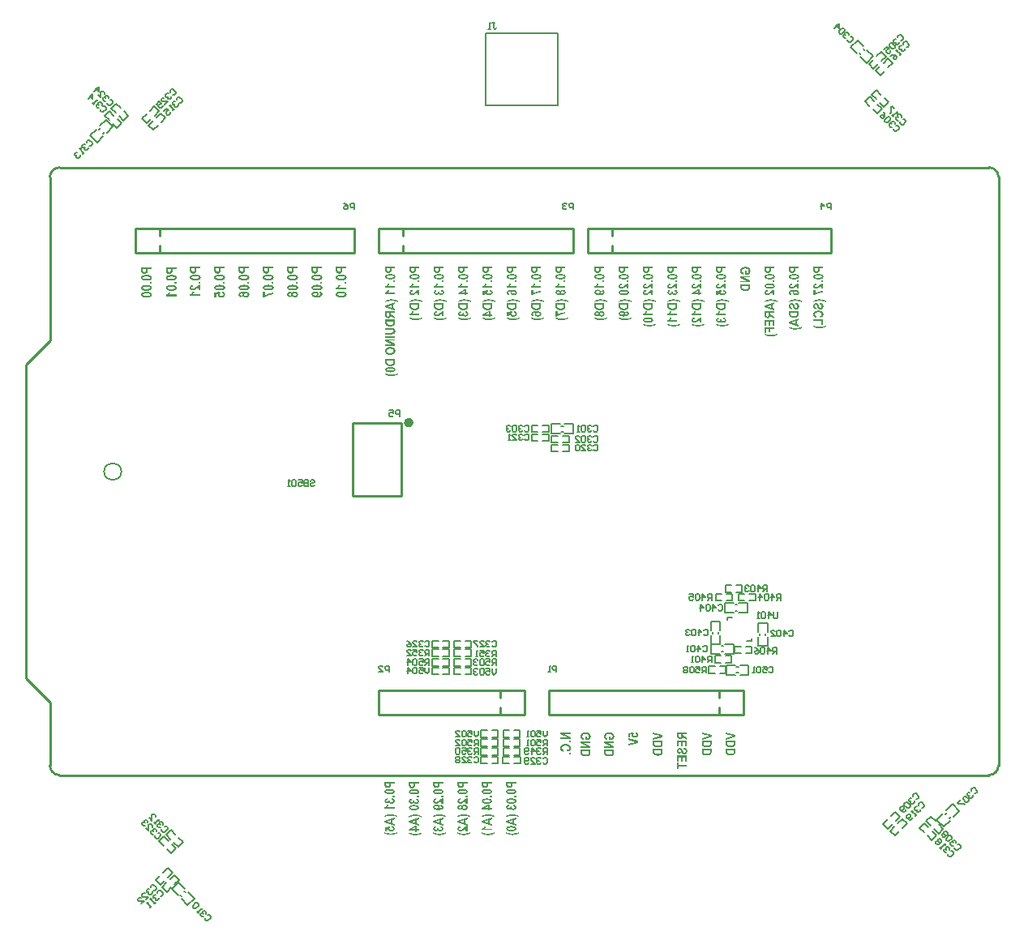
<source format=gbo>
G04*
G04 #@! TF.GenerationSoftware,Altium Limited,Altium Designer,20.0.13 (296)*
G04*
G04 Layer_Color=32896*
%FSLAX24Y24*%
%MOIN*%
G70*
G01*
G75*
%ADD10C,0.0059*%
%ADD11C,0.0060*%
%ADD13C,0.0050*%
%ADD77C,0.0100*%
%ADD88C,0.0200*%
%ADD100C,0.0079*%
G36*
X23370Y49384D02*
D01*
D02*
G37*
G36*
X51664Y47727D02*
X51511D01*
Y47672D01*
X51510Y47662D01*
X51509Y47652D01*
X51509Y47644D01*
X51507Y47636D01*
X51507Y47629D01*
X51506Y47623D01*
X51504Y47617D01*
X51503Y47612D01*
X51502Y47608D01*
X51501Y47605D01*
X51500Y47602D01*
X51500Y47600D01*
X51499Y47599D01*
X51498Y47597D01*
X51493Y47588D01*
X51487Y47580D01*
X51480Y47573D01*
X51473Y47567D01*
X51467Y47562D01*
X51462Y47558D01*
X51458Y47556D01*
X51458Y47555D01*
X51457D01*
X51445Y47550D01*
X51433Y47546D01*
X51420Y47543D01*
X51409Y47540D01*
X51399Y47539D01*
X51394D01*
X51390Y47538D01*
X51387D01*
X51385D01*
X51384D01*
X51383D01*
X51366Y47539D01*
X51350Y47541D01*
X51337Y47544D01*
X51325Y47548D01*
X51320Y47550D01*
X51316Y47552D01*
X51312Y47553D01*
X51309Y47555D01*
X51307Y47556D01*
X51305Y47558D01*
X51304Y47558D01*
X51304D01*
X51293Y47566D01*
X51285Y47574D01*
X51277Y47582D01*
X51272Y47590D01*
X51268Y47597D01*
X51265Y47602D01*
X51264Y47606D01*
X51263Y47606D01*
Y47607D01*
X51262Y47611D01*
X51262Y47616D01*
X51260Y47621D01*
X51260Y47627D01*
X51259Y47640D01*
X51258Y47654D01*
X51257Y47666D01*
Y47794D01*
X51664D01*
Y47727D01*
D02*
G37*
G36*
X51484Y47496D02*
X51503Y47496D01*
X51521Y47494D01*
X51538Y47492D01*
X51553Y47490D01*
X51566Y47487D01*
X51577Y47485D01*
X51588Y47482D01*
X51597Y47480D01*
X51605Y47477D01*
X51611Y47474D01*
X51616Y47472D01*
X51620Y47470D01*
X51623Y47469D01*
X51625Y47468D01*
X51625Y47468D01*
X51633Y47462D01*
X51640Y47456D01*
X51646Y47449D01*
X51651Y47442D01*
X51656Y47436D01*
X51660Y47430D01*
X51663Y47423D01*
X51665Y47417D01*
X51668Y47406D01*
X51669Y47401D01*
X51670Y47397D01*
Y47394D01*
X51670Y47391D01*
Y47389D01*
X51670Y47380D01*
X51669Y47371D01*
X51666Y47364D01*
X51663Y47356D01*
X51656Y47343D01*
X51648Y47332D01*
X51639Y47323D01*
X51635Y47319D01*
X51632Y47316D01*
X51629Y47314D01*
X51626Y47312D01*
X51625Y47311D01*
X51625Y47311D01*
X51615Y47305D01*
X51604Y47300D01*
X51593Y47297D01*
X51580Y47293D01*
X51553Y47288D01*
X51527Y47284D01*
X51514Y47283D01*
X51502Y47282D01*
X51492Y47281D01*
X51482D01*
X51474Y47281D01*
X51468D01*
X51467D01*
X51465D01*
X51464D01*
X51464D01*
X51443Y47281D01*
X51424Y47282D01*
X51406Y47284D01*
X51390Y47285D01*
X51375Y47288D01*
X51362Y47290D01*
X51351Y47293D01*
X51340Y47296D01*
X51331Y47299D01*
X51323Y47301D01*
X51317Y47303D01*
X51312Y47306D01*
X51307Y47308D01*
X51305Y47309D01*
X51303Y47310D01*
X51303Y47311D01*
X51294Y47317D01*
X51288Y47323D01*
X51281Y47329D01*
X51276Y47336D01*
X51271Y47343D01*
X51268Y47349D01*
X51265Y47355D01*
X51262Y47361D01*
X51259Y47373D01*
X51257Y47377D01*
X51257Y47382D01*
X51256Y47385D01*
Y47389D01*
X51257Y47398D01*
X51258Y47407D01*
X51260Y47415D01*
X51263Y47422D01*
X51271Y47435D01*
X51279Y47446D01*
X51288Y47456D01*
X51292Y47459D01*
X51295Y47462D01*
X51298Y47465D01*
X51301Y47466D01*
X51302Y47467D01*
X51303Y47468D01*
X51312Y47473D01*
X51323Y47477D01*
X51334Y47481D01*
X51347Y47484D01*
X51373Y47490D01*
X51400Y47493D01*
X51413Y47495D01*
X51425Y47495D01*
X51435Y47496D01*
X51444Y47496D01*
X51452Y47497D01*
X51458D01*
X51460D01*
X51462D01*
X51462D01*
X51463D01*
X51484Y47496D01*
D02*
G37*
G36*
X51664Y47161D02*
X51586D01*
Y47225D01*
X51664D01*
Y47161D01*
D02*
G37*
G36*
Y46893D02*
X51592D01*
Y47020D01*
X51584Y47016D01*
X51577Y47012D01*
X51575Y47010D01*
X51572Y47008D01*
X51571Y47008D01*
X51571Y47007D01*
X51565Y47003D01*
X51559Y46998D01*
X51551Y46991D01*
X51544Y46984D01*
X51536Y46978D01*
X51530Y46973D01*
X51528Y46971D01*
X51526Y46969D01*
X51526Y46969D01*
X51525Y46968D01*
X51512Y46957D01*
X51500Y46947D01*
X51489Y46939D01*
X51480Y46932D01*
X51474Y46927D01*
X51468Y46924D01*
X51465Y46922D01*
X51464Y46921D01*
X51455Y46916D01*
X51447Y46912D01*
X51439Y46908D01*
X51432Y46905D01*
X51426Y46903D01*
X51422Y46901D01*
X51419Y46900D01*
X51417D01*
X51408Y46898D01*
X51400Y46896D01*
X51392Y46895D01*
X51384Y46894D01*
X51378D01*
X51373Y46893D01*
X51370D01*
X51369D01*
X51360D01*
X51352Y46894D01*
X51338Y46897D01*
X51325Y46901D01*
X51313Y46906D01*
X51304Y46912D01*
X51300Y46914D01*
X51297Y46916D01*
X51294Y46918D01*
X51292Y46919D01*
X51291Y46919D01*
X51291Y46920D01*
X51285Y46925D01*
X51279Y46931D01*
X51275Y46937D01*
X51271Y46943D01*
X51267Y46950D01*
X51265Y46957D01*
X51260Y46969D01*
X51258Y46981D01*
X51257Y46986D01*
X51257Y46991D01*
X51256Y46995D01*
Y46999D01*
X51257Y47008D01*
X51257Y47016D01*
X51261Y47031D01*
X51265Y47044D01*
X51271Y47055D01*
X51276Y47064D01*
X51279Y47067D01*
X51281Y47070D01*
X51283Y47073D01*
X51285Y47074D01*
X51285Y47075D01*
X51286Y47076D01*
X51292Y47081D01*
X51298Y47085D01*
X51312Y47093D01*
X51327Y47099D01*
X51342Y47103D01*
X51349Y47105D01*
X51355Y47107D01*
X51361Y47108D01*
X51366Y47109D01*
X51370Y47109D01*
X51373D01*
X51376Y47110D01*
X51376D01*
X51385Y47046D01*
X51373Y47045D01*
X51364Y47043D01*
X51355Y47041D01*
X51348Y47038D01*
X51342Y47034D01*
X51337Y47031D01*
X51333Y47026D01*
X51329Y47022D01*
X51327Y47018D01*
X51325Y47014D01*
X51322Y47007D01*
X51322Y47005D01*
X51321Y47002D01*
Y47001D01*
X51322Y46994D01*
X51324Y46987D01*
X51325Y46982D01*
X51328Y46978D01*
X51331Y46974D01*
X51333Y46972D01*
X51334Y46970D01*
X51335Y46969D01*
X51340Y46965D01*
X51347Y46962D01*
X51354Y46960D01*
X51360Y46958D01*
X51366Y46958D01*
X51371Y46957D01*
X51374D01*
X51375D01*
X51375D01*
X51384Y46958D01*
X51393Y46960D01*
X51402Y46962D01*
X51409Y46965D01*
X51416Y46967D01*
X51420Y46969D01*
X51423Y46971D01*
X51425Y46972D01*
X51428Y46974D01*
X51432Y46977D01*
X51442Y46984D01*
X51452Y46993D01*
X51463Y47002D01*
X51473Y47010D01*
X51478Y47014D01*
X51482Y47017D01*
X51485Y47020D01*
X51487Y47022D01*
X51489Y47023D01*
X51489Y47024D01*
X51500Y47034D01*
X51511Y47042D01*
X51521Y47050D01*
X51530Y47058D01*
X51539Y47064D01*
X51547Y47070D01*
X51554Y47075D01*
X51560Y47079D01*
X51566Y47084D01*
X51571Y47087D01*
X51576Y47090D01*
X51580Y47092D01*
X51583Y47094D01*
X51584Y47094D01*
X51586Y47096D01*
X51586D01*
X51600Y47102D01*
X51614Y47106D01*
X51627Y47111D01*
X51639Y47113D01*
X51649Y47115D01*
X51653Y47116D01*
X51657Y47117D01*
X51660D01*
X51662Y47117D01*
X51663D01*
X51664D01*
Y46893D01*
D02*
G37*
G36*
X51335Y46705D02*
X51361Y46721D01*
X51389Y46735D01*
X51415Y46748D01*
X51428Y46753D01*
X51439Y46758D01*
X51450Y46762D01*
X51460Y46766D01*
X51469Y46769D01*
X51477Y46772D01*
X51483Y46774D01*
X51488Y46776D01*
X51490Y46776D01*
X51491Y46777D01*
X51523Y46786D01*
X51554Y46793D01*
X51569Y46795D01*
X51584Y46797D01*
X51597Y46799D01*
X51610Y46801D01*
X51621Y46802D01*
X51632Y46803D01*
X51641Y46804D01*
X51649Y46805D01*
X51655D01*
X51660Y46805D01*
X51663D01*
X51664D01*
Y46744D01*
X51643Y46743D01*
X51621Y46742D01*
X51600Y46739D01*
X51590Y46738D01*
X51581Y46736D01*
X51572Y46735D01*
X51565Y46734D01*
X51557Y46733D01*
X51551Y46731D01*
X51547Y46730D01*
X51543Y46730D01*
X51541Y46729D01*
X51540D01*
X51515Y46723D01*
X51491Y46716D01*
X51480Y46712D01*
X51469Y46709D01*
X51459Y46705D01*
X51450Y46702D01*
X51442Y46699D01*
X51434Y46696D01*
X51428Y46693D01*
X51422Y46691D01*
X51418Y46689D01*
X51414Y46687D01*
X51413Y46686D01*
X51412D01*
X51401Y46681D01*
X51391Y46676D01*
X51381Y46671D01*
X51372Y46666D01*
X51364Y46661D01*
X51357Y46657D01*
X51350Y46653D01*
X51343Y46648D01*
X51338Y46645D01*
X51333Y46642D01*
X51330Y46639D01*
X51326Y46636D01*
X51324Y46634D01*
X51321Y46633D01*
X51321Y46632D01*
X51320D01*
X51263D01*
Y46850D01*
X51335D01*
Y46705D01*
D02*
G37*
G36*
X51541Y46457D02*
X51565Y46454D01*
X51588Y46451D01*
X51599Y46450D01*
X51608Y46448D01*
X51618Y46446D01*
X51626Y46445D01*
X51634Y46443D01*
X51640Y46442D01*
X51645Y46441D01*
X51649Y46440D01*
X51651Y46439D01*
X51652D01*
X51677Y46431D01*
X51702Y46423D01*
X51713Y46419D01*
X51724Y46414D01*
X51734Y46410D01*
X51744Y46406D01*
X51752Y46401D01*
X51760Y46398D01*
X51767Y46394D01*
X51773Y46392D01*
X51777Y46389D01*
X51780Y46388D01*
X51783Y46386D01*
X51783Y46386D01*
Y46342D01*
X51758Y46352D01*
X51745Y46356D01*
X51734Y46360D01*
X51723Y46364D01*
X51714Y46367D01*
X51704Y46369D01*
X51696Y46371D01*
X51688Y46374D01*
X51681Y46376D01*
X51675Y46377D01*
X51670Y46378D01*
X51666Y46379D01*
X51663Y46380D01*
X51661Y46380D01*
X51661D01*
X51633Y46386D01*
X51607Y46389D01*
X51595Y46391D01*
X51583Y46392D01*
X51572Y46393D01*
X51562Y46394D01*
X51552Y46395D01*
X51544Y46395D01*
X51536D01*
X51530Y46396D01*
X51525D01*
X51521D01*
X51519D01*
X51518D01*
X51494Y46395D01*
X51471Y46394D01*
X51461Y46394D01*
X51451Y46392D01*
X51441Y46392D01*
X51432Y46391D01*
X51424Y46389D01*
X51417Y46389D01*
X51411Y46388D01*
X51405Y46387D01*
X51401Y46386D01*
X51398Y46386D01*
X51396Y46385D01*
X51395D01*
X51384Y46383D01*
X51372Y46380D01*
X51348Y46374D01*
X51324Y46367D01*
X51312Y46363D01*
X51301Y46359D01*
X51291Y46356D01*
X51281Y46353D01*
X51272Y46350D01*
X51265Y46347D01*
X51259Y46345D01*
X51254Y46343D01*
X51251Y46342D01*
X51250Y46342D01*
Y46385D01*
X51273Y46398D01*
X51296Y46409D01*
X51318Y46418D01*
X51328Y46422D01*
X51337Y46425D01*
X51346Y46428D01*
X51354Y46431D01*
X51361Y46434D01*
X51367Y46436D01*
X51372Y46437D01*
X51375Y46439D01*
X51378Y46439D01*
X51378D01*
X51404Y46445D01*
X51428Y46449D01*
X51452Y46453D01*
X51462Y46454D01*
X51473Y46455D01*
X51482Y46455D01*
X51491Y46456D01*
X51498Y46457D01*
X51504D01*
X51509Y46457D01*
X51514D01*
X51516D01*
X51517D01*
X51541Y46457D01*
D02*
G37*
G36*
X51544Y46308D02*
X51556Y46306D01*
X51566Y46303D01*
X51577Y46300D01*
X51587Y46296D01*
X51596Y46291D01*
X51604Y46287D01*
X51611Y46282D01*
X51619Y46277D01*
X51625Y46272D01*
X51636Y46260D01*
X51646Y46248D01*
X51653Y46236D01*
X51659Y46224D01*
X51663Y46213D01*
X51666Y46202D01*
X51668Y46192D01*
X51669Y46184D01*
X51670Y46178D01*
Y46173D01*
X51670Y46160D01*
X51669Y46149D01*
X51667Y46138D01*
X51665Y46128D01*
X51662Y46119D01*
X51659Y46110D01*
X51656Y46103D01*
X51652Y46096D01*
X51649Y46091D01*
X51646Y46085D01*
X51643Y46081D01*
X51640Y46077D01*
X51638Y46075D01*
X51637Y46073D01*
X51635Y46072D01*
X51635Y46071D01*
X51628Y46065D01*
X51620Y46061D01*
X51613Y46056D01*
X51606Y46052D01*
X51591Y46046D01*
X51577Y46043D01*
X51571Y46041D01*
X51565Y46040D01*
X51559Y46040D01*
X51555Y46039D01*
X51551Y46038D01*
X51548D01*
X51547D01*
X51546D01*
X51533Y46039D01*
X51521Y46040D01*
X51510Y46042D01*
X51501Y46044D01*
X51494Y46047D01*
X51488Y46049D01*
X51485Y46050D01*
X51483Y46050D01*
X51474Y46055D01*
X51466Y46061D01*
X51459Y46067D01*
X51453Y46072D01*
X51448Y46077D01*
X51445Y46082D01*
X51443Y46084D01*
X51442Y46085D01*
X51439Y46089D01*
X51436Y46095D01*
X51430Y46106D01*
X51425Y46118D01*
X51420Y46130D01*
X51416Y46141D01*
X51415Y46146D01*
X51413Y46150D01*
X51412Y46154D01*
X51411Y46156D01*
X51411Y46158D01*
Y46159D01*
X51408Y46167D01*
X51406Y46175D01*
X51404Y46182D01*
X51401Y46188D01*
X51399Y46194D01*
X51397Y46199D01*
X51395Y46203D01*
X51393Y46207D01*
X51390Y46213D01*
X51387Y46217D01*
X51386Y46219D01*
X51385Y46220D01*
X51381Y46224D01*
X51376Y46228D01*
X51372Y46230D01*
X51368Y46231D01*
X51364Y46232D01*
X51361Y46233D01*
X51359D01*
X51358D01*
X51352Y46232D01*
X51347Y46231D01*
X51342Y46228D01*
X51338Y46226D01*
X51334Y46223D01*
X51332Y46221D01*
X51331Y46219D01*
X51330Y46219D01*
X51327Y46213D01*
X51324Y46205D01*
X51322Y46199D01*
X51320Y46192D01*
X51319Y46186D01*
X51319Y46181D01*
Y46177D01*
X51319Y46167D01*
X51321Y46159D01*
X51323Y46151D01*
X51325Y46145D01*
X51328Y46141D01*
X51330Y46137D01*
X51331Y46135D01*
X51332Y46135D01*
X51338Y46129D01*
X51345Y46125D01*
X51352Y46122D01*
X51360Y46119D01*
X51367Y46117D01*
X51372Y46116D01*
X51375Y46115D01*
X51376Y46115D01*
X51377D01*
X51378D01*
X51374Y46047D01*
X51363Y46048D01*
X51353Y46050D01*
X51344Y46052D01*
X51335Y46054D01*
X51327Y46056D01*
X51319Y46059D01*
X51313Y46063D01*
X51307Y46066D01*
X51301Y46069D01*
X51297Y46072D01*
X51292Y46075D01*
X51289Y46077D01*
X51287Y46080D01*
X51285Y46082D01*
X51284Y46082D01*
X51283Y46083D01*
X51277Y46089D01*
X51273Y46096D01*
X51268Y46104D01*
X51265Y46111D01*
X51259Y46127D01*
X51255Y46141D01*
X51253Y46148D01*
X51253Y46154D01*
X51252Y46160D01*
X51251Y46165D01*
X51251Y46169D01*
Y46175D01*
X51251Y46189D01*
X51253Y46202D01*
X51255Y46213D01*
X51257Y46222D01*
X51260Y46230D01*
X51262Y46236D01*
X51264Y46240D01*
X51265Y46240D01*
Y46241D01*
X51270Y46251D01*
X51277Y46258D01*
X51283Y46266D01*
X51290Y46272D01*
X51296Y46276D01*
X51301Y46279D01*
X51304Y46282D01*
X51304Y46282D01*
X51305D01*
X51315Y46287D01*
X51325Y46291D01*
X51336Y46294D01*
X51345Y46296D01*
X51352Y46297D01*
X51359Y46297D01*
X51361D01*
X51363D01*
X51364D01*
X51364D01*
X51375Y46297D01*
X51385Y46296D01*
X51394Y46294D01*
X51402Y46291D01*
X51408Y46290D01*
X51414Y46288D01*
X51417Y46287D01*
X51418Y46286D01*
X51427Y46281D01*
X51435Y46276D01*
X51441Y46270D01*
X51447Y46266D01*
X51452Y46261D01*
X51455Y46257D01*
X51457Y46255D01*
X51458Y46254D01*
X51463Y46246D01*
X51468Y46236D01*
X51473Y46225D01*
X51477Y46215D01*
X51481Y46205D01*
X51482Y46202D01*
X51483Y46198D01*
X51485Y46195D01*
X51485Y46193D01*
X51486Y46192D01*
Y46191D01*
X51488Y46183D01*
X51491Y46175D01*
X51493Y46168D01*
X51495Y46162D01*
X51497Y46156D01*
X51499Y46151D01*
X51500Y46147D01*
X51501Y46143D01*
X51504Y46138D01*
X51506Y46133D01*
X51506Y46132D01*
X51507Y46131D01*
X51509Y46127D01*
X51512Y46122D01*
X51515Y46119D01*
X51517Y46117D01*
X51521Y46113D01*
X51522Y46112D01*
X51523D01*
X51526Y46110D01*
X51530Y46109D01*
X51538Y46106D01*
X51541D01*
X51544Y46106D01*
X51545D01*
X51546D01*
X51554Y46106D01*
X51562Y46109D01*
X51569Y46111D01*
X51575Y46115D01*
X51579Y46118D01*
X51583Y46121D01*
X51585Y46123D01*
X51586Y46124D01*
X51591Y46131D01*
X51595Y46139D01*
X51598Y46147D01*
X51599Y46154D01*
X51601Y46161D01*
X51601Y46166D01*
Y46171D01*
X51601Y46182D01*
X51598Y46192D01*
X51594Y46201D01*
X51589Y46208D01*
X51583Y46216D01*
X51577Y46222D01*
X51569Y46226D01*
X51562Y46231D01*
X51555Y46234D01*
X51548Y46237D01*
X51541Y46240D01*
X51535Y46241D01*
X51530Y46243D01*
X51527Y46243D01*
X51524Y46244D01*
X51523D01*
X51531Y46309D01*
X51544Y46308D01*
D02*
G37*
G36*
X51482Y45993D02*
X51499Y45991D01*
X51515Y45989D01*
X51530Y45986D01*
X51544Y45982D01*
X51557Y45979D01*
X51569Y45975D01*
X51579Y45970D01*
X51589Y45966D01*
X51597Y45961D01*
X51604Y45958D01*
X51610Y45954D01*
X51614Y45951D01*
X51618Y45949D01*
X51620Y45948D01*
X51620Y45947D01*
X51629Y45939D01*
X51637Y45931D01*
X51643Y45922D01*
X51649Y45913D01*
X51654Y45904D01*
X51658Y45896D01*
X51661Y45888D01*
X51664Y45879D01*
X51666Y45871D01*
X51668Y45864D01*
X51669Y45857D01*
X51670Y45852D01*
Y45847D01*
X51670Y45844D01*
Y45841D01*
X51670Y45832D01*
X51669Y45823D01*
X51666Y45806D01*
X51661Y45791D01*
X51658Y45784D01*
X51655Y45778D01*
X51652Y45773D01*
X51649Y45768D01*
X51646Y45764D01*
X51644Y45761D01*
X51642Y45758D01*
X51640Y45756D01*
X51640Y45755D01*
X51639Y45754D01*
X51632Y45747D01*
X51626Y45741D01*
X51610Y45731D01*
X51593Y45722D01*
X51577Y45715D01*
X51569Y45712D01*
X51562Y45710D01*
X51556Y45708D01*
X51550Y45706D01*
X51545Y45705D01*
X51542Y45704D01*
X51539Y45703D01*
X51539D01*
X51514Y45769D01*
X51530Y45772D01*
X51543Y45777D01*
X51554Y45781D01*
X51563Y45786D01*
X51571Y45790D01*
X51575Y45794D01*
X51578Y45796D01*
X51580Y45797D01*
X51586Y45804D01*
X51592Y45812D01*
X51595Y45820D01*
X51598Y45827D01*
X51599Y45833D01*
X51599Y45838D01*
X51600Y45841D01*
Y45842D01*
X51599Y45849D01*
X51599Y45855D01*
X51595Y45867D01*
X51590Y45877D01*
X51584Y45885D01*
X51578Y45892D01*
X51573Y45897D01*
X51569Y45900D01*
X51569Y45901D01*
X51568D01*
X51562Y45905D01*
X51554Y45909D01*
X51546Y45912D01*
X51538Y45914D01*
X51520Y45918D01*
X51501Y45921D01*
X51493Y45922D01*
X51485Y45922D01*
X51478Y45923D01*
X51472D01*
X51467Y45924D01*
X51463D01*
X51460D01*
X51459D01*
X51446D01*
X51434Y45922D01*
X51422Y45921D01*
X51412Y45920D01*
X51402Y45918D01*
X51393Y45916D01*
X51385Y45915D01*
X51379Y45912D01*
X51373Y45910D01*
X51367Y45908D01*
X51363Y45906D01*
X51360Y45904D01*
X51357Y45903D01*
X51355Y45902D01*
X51354Y45901D01*
X51354D01*
X51348Y45896D01*
X51343Y45891D01*
X51339Y45886D01*
X51335Y45882D01*
X51329Y45871D01*
X51325Y45862D01*
X51323Y45853D01*
X51322Y45847D01*
X51321Y45844D01*
Y45841D01*
X51322Y45831D01*
X51324Y45823D01*
X51327Y45815D01*
X51330Y45809D01*
X51333Y45803D01*
X51336Y45799D01*
X51339Y45797D01*
X51339Y45796D01*
X51346Y45790D01*
X51354Y45784D01*
X51363Y45779D01*
X51371Y45776D01*
X51378Y45773D01*
X51384Y45772D01*
X51387Y45771D01*
X51388D01*
X51389Y45770D01*
X51390D01*
X51370Y45704D01*
X51361Y45706D01*
X51352Y45709D01*
X51343Y45712D01*
X51335Y45715D01*
X51328Y45719D01*
X51321Y45722D01*
X51316Y45725D01*
X51310Y45728D01*
X51306Y45731D01*
X51301Y45734D01*
X51298Y45737D01*
X51295Y45739D01*
X51293Y45741D01*
X51291Y45742D01*
X51290Y45743D01*
Y45743D01*
X51283Y45750D01*
X51277Y45758D01*
X51272Y45766D01*
X51267Y45774D01*
X51263Y45782D01*
X51260Y45790D01*
X51256Y45805D01*
X51254Y45811D01*
X51253Y45817D01*
X51252Y45823D01*
X51251Y45827D01*
X51251Y45832D01*
Y45837D01*
X51251Y45850D01*
X51253Y45862D01*
X51256Y45872D01*
X51259Y45883D01*
X51263Y45893D01*
X51267Y45902D01*
X51272Y45910D01*
X51276Y45918D01*
X51281Y45924D01*
X51286Y45930D01*
X51290Y45935D01*
X51294Y45939D01*
X51297Y45942D01*
X51300Y45945D01*
X51301Y45946D01*
X51302Y45946D01*
X51313Y45955D01*
X51326Y45962D01*
X51339Y45968D01*
X51352Y45973D01*
X51366Y45978D01*
X51379Y45982D01*
X51392Y45985D01*
X51405Y45987D01*
X51417Y45989D01*
X51428Y45991D01*
X51438Y45992D01*
X51447Y45993D01*
X51454D01*
X51459Y45993D01*
X51463D01*
X51464D01*
X51464D01*
X51482Y45993D01*
D02*
G37*
G36*
X51664Y45410D02*
X51595D01*
Y45577D01*
X51260D01*
Y45644D01*
X51664D01*
Y45410D01*
D02*
G37*
G36*
X51266Y45375D02*
X51282Y45369D01*
X51296Y45365D01*
X51309Y45360D01*
X51322Y45356D01*
X51334Y45353D01*
X51345Y45350D01*
X51355Y45347D01*
X51364Y45345D01*
X51372Y45343D01*
X51379Y45341D01*
X51385Y45340D01*
X51389Y45339D01*
X51393Y45338D01*
X51395Y45338D01*
X51395D01*
X51417Y45334D01*
X51439Y45331D01*
X51459Y45329D01*
X51470Y45328D01*
X51479Y45327D01*
X51487D01*
X51495Y45327D01*
X51501D01*
X51507Y45326D01*
X51512D01*
X51515D01*
X51518D01*
X51518D01*
X51544Y45327D01*
X51569Y45329D01*
X51593Y45332D01*
X51605Y45333D01*
X51616Y45334D01*
X51625Y45336D01*
X51634Y45337D01*
X51642Y45339D01*
X51649Y45340D01*
X51655Y45341D01*
X51658Y45342D01*
X51661Y45342D01*
X51662D01*
X51682Y45347D01*
X51702Y45353D01*
X51723Y45359D01*
X51742Y45365D01*
X51750Y45368D01*
X51758Y45371D01*
X51765Y45373D01*
X51771Y45375D01*
X51777Y45377D01*
X51780Y45378D01*
X51783Y45379D01*
X51783Y45380D01*
Y45336D01*
X51759Y45324D01*
X51735Y45314D01*
X51712Y45305D01*
X51702Y45300D01*
X51692Y45297D01*
X51683Y45294D01*
X51675Y45291D01*
X51667Y45289D01*
X51661Y45287D01*
X51656Y45285D01*
X51652Y45284D01*
X51650Y45283D01*
X51649D01*
X51623Y45277D01*
X51598Y45273D01*
X51586Y45271D01*
X51575Y45270D01*
X51565Y45268D01*
X51555Y45267D01*
X51546Y45267D01*
X51538Y45266D01*
X51530Y45265D01*
X51524Y45265D01*
X51520D01*
X51516D01*
X51514D01*
X51513D01*
X51488Y45265D01*
X51464Y45268D01*
X51441Y45271D01*
X51431Y45273D01*
X51422Y45274D01*
X51413Y45276D01*
X51405Y45277D01*
X51398Y45279D01*
X51392Y45280D01*
X51387Y45282D01*
X51383Y45283D01*
X51381Y45283D01*
X51380D01*
X51355Y45291D01*
X51331Y45300D01*
X51321Y45304D01*
X51310Y45308D01*
X51300Y45313D01*
X51290Y45317D01*
X51282Y45321D01*
X51274Y45325D01*
X51267Y45328D01*
X51261Y45331D01*
X51256Y45333D01*
X51253Y45335D01*
X51251Y45336D01*
X51250Y45337D01*
Y45380D01*
X51266Y45375D01*
D02*
G37*
G36*
X26064Y47721D02*
X25899D01*
Y47662D01*
X25898Y47651D01*
X25897Y47641D01*
X25897Y47632D01*
X25895Y47623D01*
X25895Y47616D01*
X25893Y47609D01*
X25892Y47603D01*
X25891Y47598D01*
X25889Y47594D01*
X25889Y47590D01*
X25887Y47587D01*
X25887Y47585D01*
X25886Y47583D01*
X25886Y47582D01*
X25880Y47572D01*
X25873Y47563D01*
X25865Y47555D01*
X25858Y47549D01*
X25852Y47544D01*
X25846Y47540D01*
X25842Y47537D01*
X25841Y47537D01*
X25841D01*
X25828Y47531D01*
X25815Y47526D01*
X25801Y47523D01*
X25789Y47520D01*
X25778Y47519D01*
X25773D01*
X25769Y47518D01*
X25766D01*
X25763D01*
X25762D01*
X25761D01*
X25742Y47519D01*
X25726Y47522D01*
X25711Y47525D01*
X25699Y47529D01*
X25693Y47531D01*
X25689Y47533D01*
X25685Y47535D01*
X25681Y47537D01*
X25679Y47538D01*
X25677Y47539D01*
X25676Y47540D01*
X25676D01*
X25664Y47548D01*
X25655Y47557D01*
X25647Y47566D01*
X25641Y47574D01*
X25637Y47581D01*
X25634Y47587D01*
X25633Y47591D01*
X25632Y47592D01*
Y47592D01*
X25631Y47597D01*
X25630Y47602D01*
X25629Y47608D01*
X25628Y47614D01*
X25627Y47628D01*
X25626Y47643D01*
X25626Y47656D01*
Y47794D01*
X26064D01*
Y47721D01*
D02*
G37*
G36*
X25870Y47473D02*
X25891Y47472D01*
X25910Y47471D01*
X25928Y47469D01*
X25944Y47467D01*
X25958Y47463D01*
X25970Y47461D01*
X25982Y47458D01*
X25992Y47455D01*
X26000Y47452D01*
X26007Y47449D01*
X26013Y47447D01*
X26017Y47445D01*
X26020Y47443D01*
X26022Y47443D01*
X26022Y47442D01*
X26031Y47436D01*
X26038Y47429D01*
X26045Y47422D01*
X26050Y47415D01*
X26055Y47408D01*
X26059Y47401D01*
X26062Y47394D01*
X26065Y47388D01*
X26068Y47375D01*
X26070Y47370D01*
X26070Y47366D01*
Y47362D01*
X26071Y47360D01*
Y47357D01*
X26070Y47347D01*
X26069Y47338D01*
X26066Y47330D01*
X26063Y47322D01*
X26055Y47308D01*
X26046Y47296D01*
X26037Y47286D01*
X26033Y47282D01*
X26029Y47279D01*
X26026Y47276D01*
X26024Y47274D01*
X26022Y47274D01*
X26022Y47273D01*
X26011Y47267D01*
X26000Y47262D01*
X25987Y47258D01*
X25974Y47254D01*
X25945Y47248D01*
X25916Y47244D01*
X25902Y47243D01*
X25889Y47242D01*
X25878Y47241D01*
X25868D01*
X25860Y47240D01*
X25853D01*
X25851D01*
X25849D01*
X25849D01*
X25848D01*
X25825Y47241D01*
X25805Y47242D01*
X25786Y47244D01*
X25769Y47246D01*
X25753Y47248D01*
X25738Y47251D01*
X25726Y47253D01*
X25714Y47257D01*
X25705Y47260D01*
X25696Y47263D01*
X25690Y47265D01*
X25684Y47268D01*
X25679Y47270D01*
X25677Y47272D01*
X25675Y47272D01*
X25674Y47273D01*
X25665Y47279D01*
X25658Y47286D01*
X25651Y47293D01*
X25645Y47300D01*
X25641Y47307D01*
X25637Y47314D01*
X25633Y47321D01*
X25631Y47327D01*
X25627Y47340D01*
X25626Y47345D01*
X25625Y47349D01*
X25624Y47353D01*
Y47358D01*
X25625Y47367D01*
X25626Y47377D01*
X25629Y47385D01*
X25632Y47393D01*
X25640Y47407D01*
X25649Y47419D01*
X25659Y47429D01*
X25663Y47433D01*
X25667Y47436D01*
X25670Y47439D01*
X25672Y47441D01*
X25674Y47441D01*
X25674Y47442D01*
X25685Y47448D01*
X25696Y47452D01*
X25709Y47457D01*
X25722Y47460D01*
X25751Y47466D01*
X25779Y47470D01*
X25793Y47471D01*
X25806Y47472D01*
X25818Y47472D01*
X25827Y47473D01*
X25836Y47474D01*
X25842D01*
X25844D01*
X25846D01*
X25847D01*
X25847D01*
X25870Y47473D01*
D02*
G37*
G36*
X26064Y47112D02*
X25980D01*
Y47180D01*
X26064D01*
Y47112D01*
D02*
G37*
G36*
Y46823D02*
X25986D01*
Y46960D01*
X25978Y46955D01*
X25970Y46951D01*
X25968Y46949D01*
X25965Y46947D01*
X25964Y46946D01*
X25963Y46946D01*
X25957Y46941D01*
X25950Y46935D01*
X25943Y46928D01*
X25934Y46921D01*
X25926Y46915D01*
X25920Y46909D01*
X25917Y46907D01*
X25915Y46905D01*
X25915Y46904D01*
X25914Y46904D01*
X25900Y46891D01*
X25887Y46881D01*
X25876Y46872D01*
X25866Y46865D01*
X25859Y46859D01*
X25853Y46856D01*
X25850Y46854D01*
X25849Y46853D01*
X25839Y46848D01*
X25830Y46843D01*
X25821Y46839D01*
X25814Y46835D01*
X25807Y46834D01*
X25803Y46832D01*
X25799Y46830D01*
X25798D01*
X25788Y46828D01*
X25779Y46826D01*
X25770Y46824D01*
X25762Y46823D01*
X25755D01*
X25750Y46823D01*
X25747D01*
X25746D01*
X25737D01*
X25728Y46824D01*
X25713Y46827D01*
X25698Y46832D01*
X25686Y46837D01*
X25676Y46843D01*
X25671Y46845D01*
X25668Y46847D01*
X25665Y46849D01*
X25663Y46850D01*
X25662Y46851D01*
X25661Y46852D01*
X25655Y46858D01*
X25649Y46863D01*
X25645Y46870D01*
X25640Y46877D01*
X25636Y46884D01*
X25633Y46891D01*
X25629Y46905D01*
X25626Y46918D01*
X25626Y46923D01*
X25625Y46928D01*
X25624Y46932D01*
Y46937D01*
X25625Y46946D01*
X25626Y46955D01*
X25630Y46972D01*
X25634Y46986D01*
X25640Y46997D01*
X25646Y47007D01*
X25649Y47010D01*
X25651Y47014D01*
X25653Y47016D01*
X25655Y47018D01*
X25656Y47019D01*
X25656Y47020D01*
X25663Y47025D01*
X25669Y47030D01*
X25685Y47038D01*
X25701Y47045D01*
X25716Y47049D01*
X25724Y47051D01*
X25731Y47053D01*
X25738Y47054D01*
X25743Y47055D01*
X25748Y47056D01*
X25751D01*
X25753Y47056D01*
X25754D01*
X25763Y46988D01*
X25751Y46986D01*
X25740Y46985D01*
X25731Y46982D01*
X25724Y46979D01*
X25716Y46975D01*
X25711Y46971D01*
X25707Y46966D01*
X25703Y46962D01*
X25700Y46957D01*
X25698Y46953D01*
X25696Y46946D01*
X25695Y46943D01*
X25694Y46940D01*
Y46939D01*
X25695Y46931D01*
X25697Y46924D01*
X25699Y46918D01*
X25702Y46914D01*
X25705Y46910D01*
X25707Y46907D01*
X25709Y46905D01*
X25709Y46905D01*
X25715Y46900D01*
X25722Y46897D01*
X25729Y46895D01*
X25737Y46893D01*
X25743Y46893D01*
X25748Y46892D01*
X25751D01*
X25752D01*
X25753D01*
X25762Y46893D01*
X25772Y46894D01*
X25781Y46897D01*
X25789Y46900D01*
X25796Y46902D01*
X25801Y46905D01*
X25805Y46907D01*
X25806Y46907D01*
X25810Y46910D01*
X25814Y46913D01*
X25825Y46921D01*
X25836Y46930D01*
X25847Y46940D01*
X25858Y46949D01*
X25864Y46953D01*
X25867Y46957D01*
X25871Y46959D01*
X25873Y46962D01*
X25875Y46963D01*
X25876Y46964D01*
X25887Y46974D01*
X25899Y46983D01*
X25910Y46992D01*
X25919Y47000D01*
X25929Y47007D01*
X25937Y47013D01*
X25945Y47019D01*
X25952Y47023D01*
X25959Y47028D01*
X25964Y47032D01*
X25969Y47034D01*
X25973Y47037D01*
X25976Y47039D01*
X25978Y47040D01*
X25980Y47041D01*
X25980D01*
X25995Y47047D01*
X26010Y47053D01*
X26024Y47057D01*
X26037Y47060D01*
X26048Y47062D01*
X26052Y47063D01*
X26056Y47064D01*
X26059D01*
X26062Y47064D01*
X26063D01*
X26064D01*
Y46823D01*
D02*
G37*
G36*
X25802Y46740D02*
X25792Y46722D01*
X25781Y46707D01*
X25771Y46694D01*
X25766Y46688D01*
X25762Y46683D01*
X25757Y46679D01*
X25754Y46675D01*
X25751Y46672D01*
X25749Y46670D01*
X25748Y46669D01*
X25747Y46668D01*
X26064D01*
Y46599D01*
X25624D01*
Y46655D01*
X25639Y46661D01*
X25652Y46667D01*
X25663Y46674D01*
X25673Y46681D01*
X25681Y46688D01*
X25688Y46693D01*
X25692Y46697D01*
X25692Y46697D01*
X25693Y46698D01*
X25703Y46710D01*
X25712Y46721D01*
X25719Y46731D01*
X25725Y46740D01*
X25729Y46747D01*
X25732Y46753D01*
X25733Y46756D01*
X25734Y46757D01*
Y46758D01*
X25810D01*
X25802Y46740D01*
D02*
G37*
G36*
X27064Y47721D02*
X26899D01*
Y47662D01*
X26898Y47651D01*
X26897Y47641D01*
X26897Y47632D01*
X26895Y47623D01*
X26895Y47616D01*
X26893Y47609D01*
X26892Y47603D01*
X26891Y47598D01*
X26889Y47594D01*
X26889Y47590D01*
X26887Y47587D01*
X26887Y47585D01*
X26886Y47583D01*
X26886Y47582D01*
X26880Y47572D01*
X26873Y47563D01*
X26865Y47555D01*
X26858Y47549D01*
X26852Y47544D01*
X26846Y47540D01*
X26842Y47537D01*
X26841Y47537D01*
X26841D01*
X26828Y47531D01*
X26815Y47526D01*
X26801Y47523D01*
X26789Y47520D01*
X26778Y47519D01*
X26773D01*
X26769Y47518D01*
X26766D01*
X26763D01*
X26762D01*
X26761D01*
X26742Y47519D01*
X26725Y47522D01*
X26711Y47525D01*
X26699Y47529D01*
X26693Y47531D01*
X26689Y47533D01*
X26685Y47535D01*
X26681Y47537D01*
X26679Y47538D01*
X26677Y47539D01*
X26676Y47540D01*
X26676D01*
X26664Y47548D01*
X26655Y47557D01*
X26647Y47566D01*
X26641Y47574D01*
X26637Y47581D01*
X26634Y47587D01*
X26633Y47591D01*
X26632Y47592D01*
Y47592D01*
X26631Y47597D01*
X26630Y47602D01*
X26629Y47608D01*
X26628Y47614D01*
X26627Y47628D01*
X26626Y47643D01*
X26626Y47656D01*
Y47794D01*
X27064D01*
Y47721D01*
D02*
G37*
G36*
X26870Y47473D02*
X26891Y47472D01*
X26910Y47471D01*
X26928Y47469D01*
X26944Y47467D01*
X26958Y47463D01*
X26970Y47461D01*
X26982Y47458D01*
X26992Y47455D01*
X27000Y47452D01*
X27007Y47449D01*
X27013Y47447D01*
X27017Y47445D01*
X27020Y47443D01*
X27022Y47443D01*
X27022Y47442D01*
X27031Y47436D01*
X27038Y47429D01*
X27045Y47422D01*
X27050Y47415D01*
X27055Y47408D01*
X27059Y47401D01*
X27062Y47394D01*
X27065Y47388D01*
X27068Y47375D01*
X27070Y47370D01*
X27070Y47366D01*
Y47362D01*
X27071Y47360D01*
Y47357D01*
X27070Y47347D01*
X27069Y47338D01*
X27066Y47330D01*
X27063Y47322D01*
X27055Y47308D01*
X27046Y47296D01*
X27037Y47286D01*
X27033Y47282D01*
X27029Y47279D01*
X27026Y47276D01*
X27024Y47274D01*
X27022Y47274D01*
X27022Y47273D01*
X27011Y47267D01*
X27000Y47262D01*
X26987Y47258D01*
X26974Y47254D01*
X26945Y47248D01*
X26916Y47244D01*
X26902Y47243D01*
X26889Y47242D01*
X26878Y47241D01*
X26868D01*
X26860Y47240D01*
X26853D01*
X26851D01*
X26849D01*
X26849D01*
X26848D01*
X26825Y47241D01*
X26805Y47242D01*
X26786Y47244D01*
X26769Y47246D01*
X26753Y47248D01*
X26738Y47251D01*
X26726Y47253D01*
X26714Y47257D01*
X26705Y47260D01*
X26696Y47263D01*
X26690Y47265D01*
X26684Y47268D01*
X26679Y47270D01*
X26677Y47272D01*
X26675Y47272D01*
X26674Y47273D01*
X26665Y47279D01*
X26658Y47286D01*
X26651Y47293D01*
X26645Y47300D01*
X26641Y47307D01*
X26637Y47314D01*
X26633Y47321D01*
X26631Y47327D01*
X26627Y47340D01*
X26626Y47345D01*
X26625Y47349D01*
X26624Y47353D01*
Y47358D01*
X26625Y47367D01*
X26626Y47377D01*
X26629Y47385D01*
X26632Y47393D01*
X26640Y47407D01*
X26649Y47419D01*
X26659Y47429D01*
X26663Y47433D01*
X26667Y47436D01*
X26670Y47439D01*
X26672Y47441D01*
X26674Y47441D01*
X26674Y47442D01*
X26685Y47448D01*
X26696Y47452D01*
X26709Y47457D01*
X26722Y47460D01*
X26751Y47466D01*
X26779Y47470D01*
X26793Y47471D01*
X26806Y47472D01*
X26818Y47472D01*
X26827Y47473D01*
X26836Y47474D01*
X26842D01*
X26844D01*
X26846D01*
X26847D01*
X26847D01*
X26870Y47473D01*
D02*
G37*
G36*
X27064Y47112D02*
X26980D01*
Y47180D01*
X27064D01*
Y47112D01*
D02*
G37*
G36*
X26870Y47055D02*
X26891Y47054D01*
X26910Y47052D01*
X26928Y47050D01*
X26944Y47048D01*
X26958Y47045D01*
X26970Y47042D01*
X26982Y47039D01*
X26992Y47036D01*
X27000Y47033D01*
X27007Y47031D01*
X27013Y47029D01*
X27017Y47026D01*
X27020Y47025D01*
X27022Y47024D01*
X27022Y47023D01*
X27031Y47017D01*
X27038Y47010D01*
X27045Y47003D01*
X27050Y46996D01*
X27055Y46989D01*
X27059Y46983D01*
X27062Y46975D01*
X27065Y46969D01*
X27068Y46957D01*
X27070Y46951D01*
X27070Y46947D01*
Y46944D01*
X27071Y46941D01*
Y46939D01*
X27070Y46929D01*
X27069Y46920D01*
X27066Y46911D01*
X27063Y46904D01*
X27055Y46889D01*
X27046Y46877D01*
X27037Y46867D01*
X27033Y46863D01*
X27029Y46860D01*
X27026Y46858D01*
X27024Y46856D01*
X27022Y46855D01*
X27022Y46854D01*
X27011Y46848D01*
X27000Y46843D01*
X26987Y46839D01*
X26974Y46835D01*
X26945Y46830D01*
X26916Y46826D01*
X26902Y46824D01*
X26889Y46824D01*
X26878Y46823D01*
X26868D01*
X26860Y46822D01*
X26853D01*
X26851D01*
X26849D01*
X26849D01*
X26848D01*
X26825Y46823D01*
X26805Y46823D01*
X26786Y46825D01*
X26769Y46827D01*
X26753Y46830D01*
X26738Y46832D01*
X26726Y46835D01*
X26714Y46838D01*
X26705Y46841D01*
X26696Y46844D01*
X26690Y46846D01*
X26684Y46849D01*
X26679Y46851D01*
X26677Y46853D01*
X26675Y46854D01*
X26674Y46854D01*
X26665Y46861D01*
X26658Y46867D01*
X26651Y46874D01*
X26645Y46881D01*
X26641Y46889D01*
X26637Y46895D01*
X26633Y46902D01*
X26631Y46909D01*
X26627Y46921D01*
X26626Y46926D01*
X26625Y46931D01*
X26624Y46934D01*
Y46939D01*
X26625Y46949D01*
X26626Y46958D01*
X26629Y46966D01*
X26632Y46974D01*
X26640Y46988D01*
X26649Y47001D01*
X26659Y47010D01*
X26663Y47014D01*
X26667Y47018D01*
X26670Y47020D01*
X26672Y47022D01*
X26674Y47023D01*
X26674Y47023D01*
X26685Y47029D01*
X26696Y47034D01*
X26709Y47038D01*
X26722Y47042D01*
X26751Y47047D01*
X26779Y47051D01*
X26793Y47053D01*
X26806Y47053D01*
X26818Y47054D01*
X26827Y47055D01*
X26836Y47055D01*
X26842D01*
X26844D01*
X26846D01*
X26847D01*
X26847D01*
X26870Y47055D01*
D02*
G37*
G36*
X26971Y46771D02*
X26981Y46769D01*
X26989Y46766D01*
X26997Y46763D01*
X27004Y46760D01*
X27011Y46756D01*
X27017Y46753D01*
X27022Y46750D01*
X27027Y46747D01*
X27031Y46744D01*
X27034Y46742D01*
X27037Y46740D01*
X27038Y46738D01*
X27039Y46737D01*
X27040Y46736D01*
X27045Y46730D01*
X27050Y46723D01*
X27058Y46710D01*
X27063Y46697D01*
X27067Y46684D01*
X27069Y46673D01*
X27070Y46668D01*
Y46664D01*
X27071Y46661D01*
Y46657D01*
X27070Y46646D01*
X27069Y46636D01*
X27066Y46626D01*
X27063Y46618D01*
X27060Y46609D01*
X27056Y46602D01*
X27051Y46595D01*
X27047Y46589D01*
X27042Y46584D01*
X27038Y46579D01*
X27034Y46575D01*
X27031Y46572D01*
X27027Y46569D01*
X27025Y46567D01*
X27024Y46567D01*
X27023Y46566D01*
X27014Y46560D01*
X27004Y46555D01*
X26995Y46551D01*
X26986Y46547D01*
X26968Y46541D01*
X26952Y46537D01*
X26944Y46536D01*
X26937Y46535D01*
X26932Y46534D01*
X26926D01*
X26922Y46534D01*
X26919D01*
X26917D01*
X26917D01*
X26904Y46534D01*
X26891Y46535D01*
X26880Y46537D01*
X26869Y46539D01*
X26860Y46542D01*
X26850Y46545D01*
X26841Y46549D01*
X26834Y46552D01*
X26827Y46556D01*
X26821Y46559D01*
X26816Y46563D01*
X26812Y46565D01*
X26808Y46568D01*
X26806Y46569D01*
X26805Y46570D01*
X26804Y46571D01*
X26798Y46577D01*
X26793Y46583D01*
X26788Y46589D01*
X26784Y46595D01*
X26779Y46607D01*
X26774Y46618D01*
X26772Y46629D01*
X26772Y46633D01*
X26771Y46637D01*
X26770Y46640D01*
Y46644D01*
X26771Y46653D01*
X26773Y46661D01*
X26775Y46669D01*
X26777Y46676D01*
X26781Y46683D01*
X26783Y46687D01*
X26784Y46690D01*
X26785Y46691D01*
X26710Y46679D01*
Y46550D01*
X26632D01*
Y46732D01*
X26860Y46767D01*
X26869Y46711D01*
X26864Y46707D01*
X26859Y46702D01*
X26854Y46697D01*
X26851Y46693D01*
X26845Y46684D01*
X26841Y46675D01*
X26840Y46668D01*
X26838Y46663D01*
X26838Y46659D01*
Y46658D01*
X26838Y46650D01*
X26841Y46642D01*
X26844Y46635D01*
X26847Y46630D01*
X26851Y46626D01*
X26854Y46622D01*
X26857Y46620D01*
X26858Y46620D01*
X26866Y46615D01*
X26875Y46611D01*
X26886Y46608D01*
X26895Y46606D01*
X26904Y46605D01*
X26911Y46604D01*
X26915D01*
X26917D01*
X26918D01*
X26919D01*
X26934Y46605D01*
X26947Y46607D01*
X26958Y46609D01*
X26967Y46612D01*
X26974Y46615D01*
X26979Y46617D01*
X26981Y46619D01*
X26983Y46620D01*
X26990Y46626D01*
X26994Y46631D01*
X26998Y46638D01*
X27001Y46644D01*
X27002Y46648D01*
X27003Y46652D01*
X27003Y46655D01*
Y46656D01*
X27003Y46662D01*
X27001Y46668D01*
X26998Y46674D01*
X26995Y46679D01*
X26992Y46683D01*
X26990Y46686D01*
X26988Y46688D01*
X26987Y46688D01*
X26981Y46694D01*
X26973Y46697D01*
X26966Y46701D01*
X26959Y46703D01*
X26952Y46704D01*
X26946Y46705D01*
X26943Y46706D01*
X26942D01*
X26951Y46775D01*
X26971Y46771D01*
D02*
G37*
G36*
X30064Y47721D02*
X29899D01*
Y47662D01*
X29898Y47651D01*
X29897Y47641D01*
X29897Y47632D01*
X29895Y47623D01*
X29895Y47616D01*
X29893Y47609D01*
X29892Y47603D01*
X29891Y47598D01*
X29889Y47594D01*
X29889Y47590D01*
X29887Y47587D01*
X29887Y47585D01*
X29886Y47583D01*
X29886Y47582D01*
X29880Y47572D01*
X29873Y47563D01*
X29865Y47555D01*
X29858Y47549D01*
X29852Y47544D01*
X29846Y47540D01*
X29842Y47537D01*
X29841Y47537D01*
X29841D01*
X29828Y47531D01*
X29815Y47526D01*
X29801Y47523D01*
X29789Y47520D01*
X29778Y47519D01*
X29773D01*
X29769Y47518D01*
X29766D01*
X29763D01*
X29762D01*
X29761D01*
X29742Y47519D01*
X29725Y47522D01*
X29711Y47525D01*
X29699Y47529D01*
X29693Y47531D01*
X29689Y47533D01*
X29685Y47535D01*
X29681Y47537D01*
X29679Y47538D01*
X29677Y47539D01*
X29676Y47540D01*
X29676D01*
X29664Y47548D01*
X29655Y47557D01*
X29647Y47566D01*
X29641Y47574D01*
X29637Y47581D01*
X29634Y47587D01*
X29633Y47591D01*
X29632Y47592D01*
Y47592D01*
X29631Y47597D01*
X29630Y47602D01*
X29629Y47608D01*
X29628Y47614D01*
X29627Y47628D01*
X29626Y47643D01*
X29626Y47656D01*
Y47794D01*
X30064D01*
Y47721D01*
D02*
G37*
G36*
X29870Y47473D02*
X29891Y47472D01*
X29910Y47471D01*
X29928Y47469D01*
X29944Y47467D01*
X29958Y47463D01*
X29970Y47461D01*
X29982Y47458D01*
X29992Y47455D01*
X30000Y47452D01*
X30007Y47449D01*
X30013Y47447D01*
X30017Y47445D01*
X30020Y47443D01*
X30022Y47443D01*
X30022Y47442D01*
X30031Y47436D01*
X30038Y47429D01*
X30045Y47422D01*
X30050Y47415D01*
X30055Y47408D01*
X30059Y47401D01*
X30062Y47394D01*
X30065Y47388D01*
X30068Y47375D01*
X30070Y47370D01*
X30070Y47366D01*
Y47362D01*
X30071Y47360D01*
Y47357D01*
X30070Y47347D01*
X30069Y47338D01*
X30066Y47330D01*
X30063Y47322D01*
X30055Y47308D01*
X30046Y47296D01*
X30037Y47286D01*
X30033Y47282D01*
X30029Y47279D01*
X30026Y47276D01*
X30024Y47274D01*
X30022Y47274D01*
X30022Y47273D01*
X30011Y47267D01*
X30000Y47262D01*
X29987Y47258D01*
X29974Y47254D01*
X29945Y47248D01*
X29916Y47244D01*
X29902Y47243D01*
X29889Y47242D01*
X29878Y47241D01*
X29868D01*
X29860Y47240D01*
X29853D01*
X29851D01*
X29849D01*
X29849D01*
X29848D01*
X29825Y47241D01*
X29805Y47242D01*
X29786Y47244D01*
X29769Y47246D01*
X29753Y47248D01*
X29738Y47251D01*
X29726Y47253D01*
X29714Y47257D01*
X29705Y47260D01*
X29696Y47263D01*
X29690Y47265D01*
X29684Y47268D01*
X29679Y47270D01*
X29677Y47272D01*
X29675Y47272D01*
X29674Y47273D01*
X29665Y47279D01*
X29658Y47286D01*
X29651Y47293D01*
X29645Y47300D01*
X29641Y47307D01*
X29637Y47314D01*
X29633Y47321D01*
X29631Y47327D01*
X29627Y47340D01*
X29626Y47345D01*
X29625Y47349D01*
X29624Y47353D01*
Y47358D01*
X29625Y47367D01*
X29626Y47377D01*
X29629Y47385D01*
X29632Y47393D01*
X29640Y47407D01*
X29649Y47419D01*
X29659Y47429D01*
X29663Y47433D01*
X29667Y47436D01*
X29670Y47439D01*
X29672Y47441D01*
X29674Y47441D01*
X29674Y47442D01*
X29685Y47448D01*
X29696Y47452D01*
X29709Y47457D01*
X29722Y47460D01*
X29751Y47466D01*
X29779Y47470D01*
X29793Y47471D01*
X29806Y47472D01*
X29818Y47472D01*
X29827Y47473D01*
X29836Y47474D01*
X29842D01*
X29844D01*
X29846D01*
X29847D01*
X29847D01*
X29870Y47473D01*
D02*
G37*
G36*
X30064Y47112D02*
X29980D01*
Y47180D01*
X30064D01*
Y47112D01*
D02*
G37*
G36*
X29870Y47055D02*
X29891Y47054D01*
X29910Y47052D01*
X29928Y47050D01*
X29944Y47048D01*
X29958Y47045D01*
X29970Y47042D01*
X29982Y47039D01*
X29992Y47036D01*
X30000Y47033D01*
X30007Y47031D01*
X30013Y47029D01*
X30017Y47026D01*
X30020Y47025D01*
X30022Y47024D01*
X30022Y47023D01*
X30031Y47017D01*
X30038Y47010D01*
X30045Y47003D01*
X30050Y46996D01*
X30055Y46989D01*
X30059Y46983D01*
X30062Y46975D01*
X30065Y46969D01*
X30068Y46957D01*
X30070Y46951D01*
X30070Y46947D01*
Y46944D01*
X30071Y46941D01*
Y46939D01*
X30070Y46929D01*
X30069Y46920D01*
X30066Y46911D01*
X30063Y46904D01*
X30055Y46889D01*
X30046Y46877D01*
X30037Y46867D01*
X30033Y46863D01*
X30029Y46860D01*
X30026Y46858D01*
X30024Y46856D01*
X30022Y46855D01*
X30022Y46854D01*
X30011Y46848D01*
X30000Y46843D01*
X29987Y46839D01*
X29974Y46835D01*
X29945Y46830D01*
X29916Y46826D01*
X29902Y46824D01*
X29889Y46824D01*
X29878Y46823D01*
X29868D01*
X29860Y46822D01*
X29853D01*
X29851D01*
X29849D01*
X29849D01*
X29848D01*
X29825Y46823D01*
X29805Y46823D01*
X29786Y46825D01*
X29769Y46827D01*
X29753Y46830D01*
X29738Y46832D01*
X29726Y46835D01*
X29714Y46838D01*
X29705Y46841D01*
X29696Y46844D01*
X29690Y46846D01*
X29684Y46849D01*
X29679Y46851D01*
X29677Y46853D01*
X29675Y46854D01*
X29674Y46854D01*
X29665Y46861D01*
X29658Y46867D01*
X29651Y46874D01*
X29645Y46881D01*
X29641Y46889D01*
X29637Y46895D01*
X29633Y46902D01*
X29631Y46909D01*
X29627Y46921D01*
X29626Y46926D01*
X29625Y46931D01*
X29624Y46934D01*
Y46939D01*
X29625Y46949D01*
X29626Y46958D01*
X29629Y46966D01*
X29632Y46974D01*
X29640Y46988D01*
X29649Y47001D01*
X29659Y47010D01*
X29663Y47014D01*
X29667Y47018D01*
X29670Y47020D01*
X29672Y47022D01*
X29674Y47023D01*
X29674Y47023D01*
X29685Y47029D01*
X29696Y47034D01*
X29709Y47038D01*
X29722Y47042D01*
X29751Y47047D01*
X29779Y47051D01*
X29793Y47053D01*
X29806Y47053D01*
X29818Y47054D01*
X29827Y47055D01*
X29836Y47055D01*
X29842D01*
X29844D01*
X29846D01*
X29847D01*
X29847D01*
X29870Y47055D01*
D02*
G37*
G36*
X29949Y46775D02*
X29959Y46775D01*
X29979Y46771D01*
X29987Y46768D01*
X29996Y46765D01*
X30003Y46762D01*
X30009Y46759D01*
X30015Y46756D01*
X30020Y46753D01*
X30025Y46750D01*
X30029Y46747D01*
X30031Y46745D01*
X30033Y46743D01*
X30035Y46743D01*
X30035Y46742D01*
X30042Y46736D01*
X30047Y46729D01*
X30051Y46721D01*
X30056Y46714D01*
X30062Y46700D01*
X30066Y46686D01*
X30069Y46675D01*
X30070Y46670D01*
X30070Y46665D01*
X30071Y46662D01*
Y46657D01*
X30070Y46644D01*
X30068Y46633D01*
X30066Y46623D01*
X30062Y46615D01*
X30060Y46607D01*
X30057Y46602D01*
X30055Y46598D01*
X30055Y46597D01*
X30048Y46587D01*
X30040Y46580D01*
X30033Y46572D01*
X30025Y46567D01*
X30018Y46561D01*
X30013Y46558D01*
X30009Y46556D01*
X30008Y46556D01*
X30007D01*
X29995Y46550D01*
X29983Y46546D01*
X29971Y46544D01*
X29959Y46542D01*
X29950Y46541D01*
X29946D01*
X29943Y46540D01*
X29939D01*
X29937D01*
X29936D01*
X29935D01*
X29921Y46541D01*
X29908Y46543D01*
X29897Y46545D01*
X29887Y46548D01*
X29880Y46550D01*
X29874Y46553D01*
X29871Y46555D01*
X29869Y46556D01*
X29860Y46562D01*
X29851Y46569D01*
X29844Y46577D01*
X29838Y46584D01*
X29833Y46591D01*
X29830Y46596D01*
X29828Y46600D01*
X29827Y46601D01*
Y46602D01*
X29822Y46594D01*
X29816Y46586D01*
X29810Y46580D01*
X29805Y46575D01*
X29799Y46570D01*
X29795Y46568D01*
X29793Y46566D01*
X29792Y46565D01*
X29783Y46561D01*
X29773Y46557D01*
X29764Y46555D01*
X29755Y46554D01*
X29748Y46552D01*
X29742Y46552D01*
X29738D01*
X29737D01*
X29737D01*
X29728D01*
X29720Y46553D01*
X29705Y46556D01*
X29691Y46561D01*
X29679Y46565D01*
X29670Y46570D01*
X29667Y46573D01*
X29663Y46575D01*
X29661Y46577D01*
X29659Y46578D01*
X29658Y46579D01*
X29657Y46580D01*
X29652Y46585D01*
X29646Y46591D01*
X29642Y46597D01*
X29638Y46603D01*
X29632Y46616D01*
X29628Y46629D01*
X29626Y46641D01*
X29626Y46646D01*
X29625Y46651D01*
X29624Y46654D01*
Y46659D01*
X29625Y46668D01*
X29626Y46677D01*
X29629Y46692D01*
X29634Y46706D01*
X29640Y46717D01*
X29646Y46726D01*
X29650Y46732D01*
X29653Y46734D01*
X29654Y46736D01*
X29655Y46737D01*
X29656Y46738D01*
X29661Y46743D01*
X29668Y46747D01*
X29681Y46754D01*
X29694Y46760D01*
X29708Y46763D01*
X29719Y46765D01*
X29724Y46766D01*
X29729D01*
X29732Y46767D01*
X29735D01*
X29737D01*
X29737D01*
X29749Y46766D01*
X29759Y46765D01*
X29768Y46763D01*
X29776Y46760D01*
X29783Y46758D01*
X29788Y46756D01*
X29790Y46755D01*
X29792Y46754D01*
X29799Y46749D01*
X29806Y46743D01*
X29813Y46737D01*
X29818Y46731D01*
X29822Y46725D01*
X29825Y46720D01*
X29827Y46718D01*
X29827Y46716D01*
X29833Y46727D01*
X29840Y46736D01*
X29847Y46743D01*
X29854Y46749D01*
X29861Y46754D01*
X29866Y46758D01*
X29869Y46760D01*
X29870Y46761D01*
X29871D01*
X29882Y46766D01*
X29893Y46769D01*
X29904Y46772D01*
X29915Y46774D01*
X29924Y46775D01*
X29932Y46776D01*
X29934D01*
X29936D01*
X29937D01*
X29938D01*
X29949Y46775D01*
D02*
G37*
G36*
X31064Y47721D02*
X30899D01*
Y47662D01*
X30898Y47651D01*
X30897Y47641D01*
X30897Y47632D01*
X30895Y47623D01*
X30895Y47616D01*
X30893Y47609D01*
X30892Y47603D01*
X30891Y47598D01*
X30889Y47594D01*
X30889Y47590D01*
X30887Y47587D01*
X30887Y47585D01*
X30886Y47583D01*
X30886Y47582D01*
X30880Y47572D01*
X30873Y47563D01*
X30865Y47555D01*
X30858Y47549D01*
X30852Y47544D01*
X30846Y47540D01*
X30842Y47537D01*
X30841Y47537D01*
X30841D01*
X30828Y47531D01*
X30815Y47526D01*
X30801Y47523D01*
X30789Y47520D01*
X30778Y47519D01*
X30773D01*
X30769Y47518D01*
X30766D01*
X30763D01*
X30762D01*
X30761D01*
X30742Y47519D01*
X30726Y47522D01*
X30711Y47525D01*
X30699Y47529D01*
X30693Y47531D01*
X30689Y47533D01*
X30685Y47535D01*
X30681Y47537D01*
X30679Y47538D01*
X30677Y47539D01*
X30676Y47540D01*
X30676D01*
X30664Y47548D01*
X30655Y47557D01*
X30647Y47566D01*
X30641Y47574D01*
X30637Y47581D01*
X30634Y47587D01*
X30633Y47591D01*
X30632Y47592D01*
Y47592D01*
X30631Y47597D01*
X30630Y47602D01*
X30629Y47608D01*
X30628Y47614D01*
X30627Y47628D01*
X30626Y47643D01*
X30626Y47656D01*
Y47794D01*
X31064D01*
Y47721D01*
D02*
G37*
G36*
X30870Y47473D02*
X30891Y47472D01*
X30910Y47471D01*
X30928Y47469D01*
X30944Y47467D01*
X30958Y47463D01*
X30970Y47461D01*
X30982Y47458D01*
X30992Y47455D01*
X31000Y47452D01*
X31007Y47449D01*
X31013Y47447D01*
X31017Y47445D01*
X31020Y47443D01*
X31022Y47443D01*
X31022Y47442D01*
X31031Y47436D01*
X31038Y47429D01*
X31045Y47422D01*
X31050Y47415D01*
X31055Y47408D01*
X31059Y47401D01*
X31062Y47394D01*
X31065Y47388D01*
X31068Y47375D01*
X31070Y47370D01*
X31070Y47366D01*
Y47362D01*
X31071Y47360D01*
Y47357D01*
X31070Y47347D01*
X31069Y47338D01*
X31066Y47330D01*
X31063Y47322D01*
X31055Y47308D01*
X31046Y47296D01*
X31037Y47286D01*
X31033Y47282D01*
X31029Y47279D01*
X31026Y47276D01*
X31024Y47274D01*
X31022Y47274D01*
X31022Y47273D01*
X31011Y47267D01*
X31000Y47262D01*
X30987Y47258D01*
X30974Y47254D01*
X30945Y47248D01*
X30916Y47244D01*
X30902Y47243D01*
X30889Y47242D01*
X30878Y47241D01*
X30868D01*
X30860Y47240D01*
X30853D01*
X30851D01*
X30849D01*
X30849D01*
X30848D01*
X30825Y47241D01*
X30805Y47242D01*
X30786Y47244D01*
X30769Y47246D01*
X30753Y47248D01*
X30738Y47251D01*
X30726Y47253D01*
X30714Y47257D01*
X30705Y47260D01*
X30696Y47263D01*
X30690Y47265D01*
X30684Y47268D01*
X30679Y47270D01*
X30677Y47272D01*
X30675Y47272D01*
X30674Y47273D01*
X30665Y47279D01*
X30658Y47286D01*
X30651Y47293D01*
X30645Y47300D01*
X30641Y47307D01*
X30637Y47314D01*
X30633Y47321D01*
X30631Y47327D01*
X30627Y47340D01*
X30626Y47345D01*
X30625Y47349D01*
X30624Y47353D01*
Y47358D01*
X30625Y47367D01*
X30626Y47377D01*
X30629Y47385D01*
X30632Y47393D01*
X30640Y47407D01*
X30649Y47419D01*
X30659Y47429D01*
X30663Y47433D01*
X30667Y47436D01*
X30670Y47439D01*
X30672Y47441D01*
X30674Y47441D01*
X30674Y47442D01*
X30685Y47448D01*
X30696Y47452D01*
X30709Y47457D01*
X30722Y47460D01*
X30751Y47466D01*
X30779Y47470D01*
X30793Y47471D01*
X30806Y47472D01*
X30818Y47472D01*
X30827Y47473D01*
X30836Y47474D01*
X30842D01*
X30844D01*
X30846D01*
X30847D01*
X30847D01*
X30870Y47473D01*
D02*
G37*
G36*
X31064Y47112D02*
X30980D01*
Y47180D01*
X31064D01*
Y47112D01*
D02*
G37*
G36*
X30870Y47055D02*
X30891Y47054D01*
X30910Y47052D01*
X30928Y47050D01*
X30944Y47048D01*
X30958Y47045D01*
X30970Y47042D01*
X30982Y47039D01*
X30992Y47036D01*
X31000Y47033D01*
X31007Y47031D01*
X31013Y47029D01*
X31017Y47026D01*
X31020Y47025D01*
X31022Y47024D01*
X31022Y47023D01*
X31031Y47017D01*
X31038Y47010D01*
X31045Y47003D01*
X31050Y46996D01*
X31055Y46989D01*
X31059Y46983D01*
X31062Y46975D01*
X31065Y46969D01*
X31068Y46957D01*
X31070Y46951D01*
X31070Y46947D01*
Y46944D01*
X31071Y46941D01*
Y46939D01*
X31070Y46929D01*
X31069Y46920D01*
X31066Y46911D01*
X31063Y46904D01*
X31055Y46889D01*
X31046Y46877D01*
X31037Y46867D01*
X31033Y46863D01*
X31029Y46860D01*
X31026Y46858D01*
X31024Y46856D01*
X31022Y46855D01*
X31022Y46854D01*
X31011Y46848D01*
X31000Y46843D01*
X30987Y46839D01*
X30974Y46835D01*
X30945Y46830D01*
X30916Y46826D01*
X30902Y46824D01*
X30889Y46824D01*
X30878Y46823D01*
X30868D01*
X30860Y46822D01*
X30853D01*
X30851D01*
X30849D01*
X30849D01*
X30848D01*
X30825Y46823D01*
X30805Y46823D01*
X30786Y46825D01*
X30769Y46827D01*
X30753Y46830D01*
X30738Y46832D01*
X30726Y46835D01*
X30714Y46838D01*
X30705Y46841D01*
X30696Y46844D01*
X30690Y46846D01*
X30684Y46849D01*
X30679Y46851D01*
X30677Y46853D01*
X30675Y46854D01*
X30674Y46854D01*
X30665Y46861D01*
X30658Y46867D01*
X30651Y46874D01*
X30645Y46881D01*
X30641Y46889D01*
X30637Y46895D01*
X30633Y46902D01*
X30631Y46909D01*
X30627Y46921D01*
X30626Y46926D01*
X30625Y46931D01*
X30624Y46934D01*
Y46939D01*
X30625Y46949D01*
X30626Y46958D01*
X30629Y46966D01*
X30632Y46974D01*
X30640Y46988D01*
X30649Y47001D01*
X30659Y47010D01*
X30663Y47014D01*
X30667Y47018D01*
X30670Y47020D01*
X30672Y47022D01*
X30674Y47023D01*
X30674Y47023D01*
X30685Y47029D01*
X30696Y47034D01*
X30709Y47038D01*
X30722Y47042D01*
X30751Y47047D01*
X30779Y47051D01*
X30793Y47053D01*
X30806Y47053D01*
X30818Y47054D01*
X30827Y47055D01*
X30836Y47055D01*
X30842D01*
X30844D01*
X30846D01*
X30847D01*
X30847D01*
X30870Y47055D01*
D02*
G37*
G36*
X30784Y46781D02*
X30796Y46780D01*
X30806Y46779D01*
X30816Y46777D01*
X30825Y46775D01*
X30834Y46772D01*
X30842Y46769D01*
X30849Y46766D01*
X30855Y46763D01*
X30861Y46760D01*
X30865Y46758D01*
X30869Y46755D01*
X30873Y46753D01*
X30875Y46752D01*
X30876Y46751D01*
X30876Y46751D01*
X30884Y46745D01*
X30889Y46738D01*
X30895Y46732D01*
X30899Y46726D01*
X30902Y46719D01*
X30906Y46714D01*
X30910Y46703D01*
X30913Y46692D01*
X30914Y46688D01*
X30915Y46685D01*
X30915Y46682D01*
Y46678D01*
X30915Y46671D01*
X30914Y46664D01*
X30913Y46658D01*
X30911Y46652D01*
X30909Y46648D01*
X30908Y46644D01*
X30907Y46642D01*
X30906Y46642D01*
X30902Y46636D01*
X30898Y46630D01*
X30894Y46626D01*
X30889Y46621D01*
X30886Y46618D01*
X30882Y46615D01*
X30880Y46613D01*
X30879Y46613D01*
X30892Y46613D01*
X30904Y46615D01*
X30915Y46616D01*
X30926Y46618D01*
X30935Y46619D01*
X30943Y46621D01*
X30950Y46622D01*
X30956Y46624D01*
X30961Y46626D01*
X30966Y46627D01*
X30970Y46628D01*
X30972Y46629D01*
X30975Y46631D01*
X30976Y46631D01*
X30978Y46632D01*
X30985Y46638D01*
X30991Y46644D01*
X30996Y46650D01*
X30998Y46656D01*
X31000Y46661D01*
X31001Y46665D01*
X31002Y46668D01*
Y46669D01*
X31001Y46675D01*
X31000Y46681D01*
X30997Y46685D01*
X30994Y46690D01*
X30986Y46696D01*
X30977Y46701D01*
X30968Y46705D01*
X30961Y46707D01*
X30957Y46707D01*
X30955Y46708D01*
X30954D01*
X30953D01*
X30962Y46775D01*
X30972Y46773D01*
X30981Y46771D01*
X30991Y46769D01*
X30998Y46766D01*
X31006Y46764D01*
X31013Y46761D01*
X31018Y46758D01*
X31024Y46755D01*
X31029Y46753D01*
X31033Y46750D01*
X31039Y46745D01*
X31043Y46742D01*
X31044Y46741D01*
X31053Y46731D01*
X31060Y46719D01*
X31064Y46708D01*
X31068Y46697D01*
X31070Y46688D01*
X31070Y46680D01*
X31071Y46677D01*
Y46673D01*
X31070Y46662D01*
X31068Y46653D01*
X31066Y46643D01*
X31062Y46634D01*
X31054Y46618D01*
X31049Y46611D01*
X31044Y46604D01*
X31040Y46598D01*
X31035Y46593D01*
X31031Y46589D01*
X31027Y46585D01*
X31023Y46582D01*
X31020Y46580D01*
X31019Y46579D01*
X31018Y46578D01*
X31008Y46572D01*
X30996Y46566D01*
X30983Y46561D01*
X30969Y46557D01*
X30955Y46553D01*
X30941Y46550D01*
X30912Y46546D01*
X30899Y46545D01*
X30886Y46543D01*
X30875Y46543D01*
X30865Y46542D01*
X30857Y46541D01*
X30851D01*
X30847D01*
X30846D01*
X30845D01*
X30824Y46542D01*
X30804Y46543D01*
X30786Y46545D01*
X30769Y46547D01*
X30753Y46550D01*
X30740Y46552D01*
X30727Y46556D01*
X30716Y46559D01*
X30706Y46563D01*
X30698Y46566D01*
X30691Y46569D01*
X30685Y46571D01*
X30681Y46574D01*
X30678Y46576D01*
X30676Y46576D01*
X30676Y46577D01*
X30667Y46584D01*
X30659Y46591D01*
X30652Y46598D01*
X30646Y46606D01*
X30641Y46614D01*
X30637Y46621D01*
X30633Y46628D01*
X30631Y46635D01*
X30627Y46648D01*
X30626Y46653D01*
X30625Y46658D01*
X30624Y46662D01*
Y46667D01*
X30625Y46676D01*
X30626Y46684D01*
X30628Y46692D01*
X30631Y46700D01*
X30637Y46714D01*
X30645Y46726D01*
X30652Y46736D01*
X30656Y46740D01*
X30658Y46743D01*
X30661Y46745D01*
X30663Y46747D01*
X30664Y46748D01*
X30665Y46749D01*
X30672Y46754D01*
X30681Y46760D01*
X30689Y46764D01*
X30698Y46767D01*
X30716Y46774D01*
X30733Y46778D01*
X30742Y46779D01*
X30749Y46780D01*
X30756Y46780D01*
X30761Y46781D01*
X30766Y46782D01*
X30770D01*
X30772D01*
X30773D01*
X30784Y46781D01*
D02*
G37*
G36*
X35064Y47727D02*
X34911D01*
Y47672D01*
X34910Y47662D01*
X34909Y47652D01*
X34909Y47644D01*
X34907Y47636D01*
X34907Y47629D01*
X34906Y47623D01*
X34904Y47617D01*
X34903Y47612D01*
X34902Y47608D01*
X34901Y47605D01*
X34900Y47602D01*
X34900Y47600D01*
X34899Y47599D01*
X34898Y47597D01*
X34893Y47588D01*
X34887Y47580D01*
X34880Y47573D01*
X34873Y47567D01*
X34867Y47562D01*
X34862Y47558D01*
X34858Y47556D01*
X34858Y47555D01*
X34857D01*
X34845Y47550D01*
X34833Y47546D01*
X34820Y47543D01*
X34809Y47540D01*
X34799Y47539D01*
X34794D01*
X34790Y47538D01*
X34787D01*
X34785D01*
X34784D01*
X34783D01*
X34766Y47539D01*
X34750Y47541D01*
X34737Y47544D01*
X34725Y47548D01*
X34720Y47550D01*
X34716Y47552D01*
X34712Y47553D01*
X34709Y47555D01*
X34707Y47556D01*
X34705Y47558D01*
X34704Y47558D01*
X34704D01*
X34693Y47566D01*
X34685Y47574D01*
X34677Y47582D01*
X34672Y47590D01*
X34668Y47597D01*
X34665Y47602D01*
X34664Y47606D01*
X34663Y47606D01*
Y47607D01*
X34662Y47611D01*
X34662Y47616D01*
X34660Y47621D01*
X34660Y47627D01*
X34659Y47640D01*
X34658Y47654D01*
X34657Y47666D01*
Y47794D01*
X35064D01*
Y47727D01*
D02*
G37*
G36*
X34884Y47496D02*
X34903Y47496D01*
X34921Y47494D01*
X34938Y47492D01*
X34953Y47490D01*
X34966Y47487D01*
X34977Y47485D01*
X34988Y47482D01*
X34997Y47480D01*
X35005Y47477D01*
X35011Y47474D01*
X35016Y47472D01*
X35020Y47470D01*
X35023Y47469D01*
X35025Y47468D01*
X35025Y47468D01*
X35033Y47462D01*
X35040Y47456D01*
X35046Y47449D01*
X35051Y47442D01*
X35056Y47436D01*
X35060Y47430D01*
X35063Y47423D01*
X35065Y47417D01*
X35068Y47406D01*
X35069Y47401D01*
X35070Y47397D01*
Y47394D01*
X35070Y47391D01*
Y47389D01*
X35070Y47380D01*
X35069Y47371D01*
X35066Y47364D01*
X35063Y47356D01*
X35056Y47343D01*
X35048Y47332D01*
X35039Y47323D01*
X35036Y47319D01*
X35032Y47316D01*
X35029Y47314D01*
X35026Y47312D01*
X35025Y47311D01*
X35025Y47311D01*
X35015Y47305D01*
X35004Y47300D01*
X34993Y47297D01*
X34980Y47293D01*
X34953Y47288D01*
X34927Y47284D01*
X34914Y47283D01*
X34902Y47282D01*
X34892Y47281D01*
X34882D01*
X34874Y47281D01*
X34868D01*
X34867D01*
X34865D01*
X34864D01*
X34864D01*
X34843Y47281D01*
X34824Y47282D01*
X34806Y47284D01*
X34790Y47285D01*
X34775Y47288D01*
X34762Y47290D01*
X34751Y47293D01*
X34740Y47296D01*
X34731Y47299D01*
X34723Y47301D01*
X34717Y47303D01*
X34712Y47306D01*
X34707Y47308D01*
X34705Y47309D01*
X34703Y47310D01*
X34703Y47311D01*
X34694Y47317D01*
X34688Y47323D01*
X34681Y47329D01*
X34676Y47336D01*
X34671Y47343D01*
X34668Y47349D01*
X34665Y47355D01*
X34662Y47361D01*
X34659Y47373D01*
X34657Y47377D01*
X34657Y47382D01*
X34656Y47385D01*
Y47389D01*
X34657Y47398D01*
X34658Y47407D01*
X34660Y47415D01*
X34663Y47422D01*
X34671Y47435D01*
X34679Y47446D01*
X34688Y47456D01*
X34692Y47459D01*
X34695Y47462D01*
X34698Y47465D01*
X34701Y47466D01*
X34702Y47467D01*
X34703Y47468D01*
X34712Y47473D01*
X34723Y47477D01*
X34734Y47481D01*
X34747Y47484D01*
X34773Y47490D01*
X34800Y47493D01*
X34813Y47495D01*
X34825Y47495D01*
X34835Y47496D01*
X34844Y47496D01*
X34852Y47497D01*
X34858D01*
X34860D01*
X34862D01*
X34862D01*
X34863D01*
X34884Y47496D01*
D02*
G37*
G36*
X35064Y47161D02*
X34986D01*
Y47225D01*
X35064D01*
Y47161D01*
D02*
G37*
G36*
X34821Y47075D02*
X34812Y47059D01*
X34802Y47045D01*
X34792Y47033D01*
X34788Y47028D01*
X34784Y47023D01*
X34779Y47019D01*
X34776Y47016D01*
X34773Y47013D01*
X34772Y47011D01*
X34770Y47010D01*
X34770Y47009D01*
X35064D01*
Y46945D01*
X34656D01*
Y46997D01*
X34669Y47002D01*
X34682Y47008D01*
X34692Y47014D01*
X34701Y47021D01*
X34709Y47027D01*
X34715Y47032D01*
X34719Y47035D01*
X34719Y47036D01*
X34720Y47037D01*
X34730Y47047D01*
X34737Y47058D01*
X34744Y47067D01*
X34749Y47075D01*
X34753Y47082D01*
X34756Y47087D01*
X34757Y47091D01*
X34758Y47091D01*
Y47092D01*
X34829D01*
X34821Y47075D01*
D02*
G37*
G36*
X35064Y46634D02*
X34992D01*
Y46761D01*
X34984Y46757D01*
X34977Y46753D01*
X34975Y46751D01*
X34972Y46749D01*
X34971Y46749D01*
X34971Y46748D01*
X34965Y46744D01*
X34959Y46739D01*
X34951Y46732D01*
X34944Y46725D01*
X34936Y46719D01*
X34930Y46714D01*
X34928Y46712D01*
X34926Y46710D01*
X34926Y46710D01*
X34925Y46709D01*
X34912Y46698D01*
X34900Y46688D01*
X34889Y46680D01*
X34880Y46673D01*
X34874Y46668D01*
X34868Y46665D01*
X34865Y46663D01*
X34864Y46662D01*
X34855Y46657D01*
X34847Y46653D01*
X34839Y46649D01*
X34832Y46646D01*
X34826Y46644D01*
X34822Y46642D01*
X34819Y46641D01*
X34817D01*
X34808Y46639D01*
X34800Y46637D01*
X34792Y46636D01*
X34784Y46635D01*
X34778D01*
X34773Y46634D01*
X34770D01*
X34769D01*
X34760D01*
X34752Y46635D01*
X34738Y46638D01*
X34725Y46642D01*
X34713Y46647D01*
X34704Y46653D01*
X34700Y46655D01*
X34697Y46657D01*
X34694Y46659D01*
X34692Y46660D01*
X34691Y46660D01*
X34691Y46661D01*
X34685Y46666D01*
X34679Y46672D01*
X34675Y46678D01*
X34671Y46684D01*
X34667Y46691D01*
X34665Y46698D01*
X34660Y46710D01*
X34658Y46722D01*
X34657Y46727D01*
X34657Y46732D01*
X34656Y46736D01*
Y46740D01*
X34657Y46749D01*
X34657Y46757D01*
X34661Y46772D01*
X34665Y46785D01*
X34671Y46796D01*
X34676Y46805D01*
X34679Y46808D01*
X34681Y46811D01*
X34683Y46814D01*
X34685Y46815D01*
X34685Y46816D01*
X34686Y46817D01*
X34692Y46822D01*
X34698Y46826D01*
X34712Y46834D01*
X34727Y46840D01*
X34742Y46844D01*
X34749Y46846D01*
X34755Y46848D01*
X34761Y46849D01*
X34766Y46850D01*
X34770Y46850D01*
X34773D01*
X34776Y46851D01*
X34776D01*
X34785Y46787D01*
X34773Y46786D01*
X34764Y46784D01*
X34755Y46782D01*
X34748Y46779D01*
X34742Y46775D01*
X34737Y46772D01*
X34733Y46767D01*
X34729Y46763D01*
X34727Y46759D01*
X34725Y46755D01*
X34722Y46748D01*
X34722Y46746D01*
X34721Y46743D01*
Y46742D01*
X34722Y46735D01*
X34724Y46728D01*
X34725Y46723D01*
X34728Y46719D01*
X34731Y46715D01*
X34733Y46713D01*
X34734Y46711D01*
X34735Y46710D01*
X34740Y46706D01*
X34747Y46703D01*
X34754Y46701D01*
X34760Y46699D01*
X34766Y46699D01*
X34771Y46698D01*
X34774D01*
X34775D01*
X34775D01*
X34784Y46699D01*
X34793Y46701D01*
X34802Y46703D01*
X34809Y46705D01*
X34816Y46708D01*
X34820Y46710D01*
X34823Y46712D01*
X34825Y46713D01*
X34828Y46715D01*
X34832Y46718D01*
X34842Y46725D01*
X34852Y46734D01*
X34863Y46743D01*
X34873Y46751D01*
X34878Y46755D01*
X34882Y46758D01*
X34885Y46761D01*
X34887Y46763D01*
X34889Y46764D01*
X34889Y46765D01*
X34900Y46775D01*
X34911Y46783D01*
X34921Y46791D01*
X34930Y46799D01*
X34939Y46805D01*
X34947Y46811D01*
X34954Y46816D01*
X34960Y46820D01*
X34966Y46824D01*
X34971Y46828D01*
X34976Y46830D01*
X34980Y46833D01*
X34983Y46835D01*
X34984Y46835D01*
X34986Y46836D01*
X34986D01*
X35000Y46842D01*
X35014Y46847D01*
X35027Y46852D01*
X35039Y46854D01*
X35049Y46856D01*
X35053Y46857D01*
X35057Y46858D01*
X35060D01*
X35062Y46858D01*
X35063D01*
X35064D01*
Y46634D01*
D02*
G37*
G36*
X34941Y46457D02*
X34965Y46454D01*
X34988Y46451D01*
X34999Y46450D01*
X35008Y46448D01*
X35018Y46446D01*
X35026Y46445D01*
X35034Y46443D01*
X35040Y46442D01*
X35045Y46441D01*
X35049Y46440D01*
X35051Y46439D01*
X35052D01*
X35077Y46431D01*
X35102Y46423D01*
X35113Y46419D01*
X35124Y46414D01*
X35134Y46410D01*
X35144Y46406D01*
X35152Y46401D01*
X35160Y46398D01*
X35167Y46394D01*
X35173Y46392D01*
X35177Y46389D01*
X35180Y46388D01*
X35183Y46386D01*
X35183Y46386D01*
Y46342D01*
X35158Y46352D01*
X35145Y46356D01*
X35134Y46360D01*
X35123Y46364D01*
X35114Y46367D01*
X35104Y46369D01*
X35096Y46371D01*
X35088Y46374D01*
X35081Y46376D01*
X35075Y46377D01*
X35070Y46378D01*
X35066Y46379D01*
X35063Y46380D01*
X35061Y46380D01*
X35061D01*
X35033Y46386D01*
X35007Y46389D01*
X34995Y46391D01*
X34983Y46392D01*
X34972Y46393D01*
X34962Y46394D01*
X34952Y46395D01*
X34944Y46395D01*
X34936D01*
X34930Y46396D01*
X34925D01*
X34921D01*
X34919D01*
X34918D01*
X34894Y46395D01*
X34871Y46394D01*
X34861Y46394D01*
X34851Y46392D01*
X34841Y46392D01*
X34832Y46391D01*
X34824Y46389D01*
X34817Y46389D01*
X34811Y46388D01*
X34805Y46387D01*
X34801Y46386D01*
X34798Y46386D01*
X34796Y46385D01*
X34795D01*
X34784Y46383D01*
X34772Y46380D01*
X34748Y46374D01*
X34724Y46367D01*
X34712Y46363D01*
X34701Y46359D01*
X34691Y46356D01*
X34681Y46353D01*
X34672Y46350D01*
X34665Y46347D01*
X34659Y46345D01*
X34654Y46343D01*
X34651Y46342D01*
X34650Y46342D01*
Y46385D01*
X34673Y46398D01*
X34696Y46409D01*
X34718Y46418D01*
X34728Y46422D01*
X34737Y46425D01*
X34746Y46428D01*
X34754Y46431D01*
X34761Y46434D01*
X34767Y46436D01*
X34772Y46437D01*
X34775Y46439D01*
X34778Y46439D01*
X34778D01*
X34804Y46445D01*
X34828Y46449D01*
X34852Y46453D01*
X34862Y46454D01*
X34873Y46455D01*
X34882Y46455D01*
X34891Y46456D01*
X34898Y46457D01*
X34904D01*
X34909Y46457D01*
X34913D01*
X34916D01*
X34917D01*
X34941Y46457D01*
D02*
G37*
G36*
X35064Y46166D02*
X35063Y46152D01*
X35062Y46139D01*
X35060Y46127D01*
X35058Y46118D01*
X35056Y46110D01*
X35054Y46104D01*
X35053Y46101D01*
X35052Y46100D01*
X35048Y46090D01*
X35042Y46082D01*
X35037Y46074D01*
X35031Y46068D01*
X35026Y46063D01*
X35022Y46059D01*
X35020Y46056D01*
X35019Y46056D01*
X35010Y46049D01*
X34999Y46043D01*
X34989Y46038D01*
X34979Y46034D01*
X34971Y46030D01*
X34963Y46028D01*
X34960Y46026D01*
X34959Y46026D01*
X34957Y46025D01*
X34957D01*
X34942Y46021D01*
X34926Y46018D01*
X34911Y46016D01*
X34896Y46014D01*
X34889D01*
X34883Y46014D01*
X34878D01*
X34874Y46013D01*
X34870D01*
X34867D01*
X34865D01*
X34865D01*
X34844Y46014D01*
X34825Y46015D01*
X34816Y46016D01*
X34808Y46017D01*
X34801Y46018D01*
X34794Y46019D01*
X34788Y46020D01*
X34783Y46021D01*
X34778Y46022D01*
X34775Y46023D01*
X34772Y46023D01*
X34769Y46024D01*
X34768Y46025D01*
X34767D01*
X34753Y46029D01*
X34740Y46034D01*
X34730Y46040D01*
X34721Y46045D01*
X34713Y46049D01*
X34707Y46053D01*
X34704Y46055D01*
X34703Y46056D01*
X34695Y46064D01*
X34688Y46071D01*
X34682Y46079D01*
X34677Y46086D01*
X34673Y46092D01*
X34670Y46096D01*
X34669Y46099D01*
X34668Y46100D01*
X34665Y46110D01*
X34662Y46121D01*
X34660Y46133D01*
X34659Y46144D01*
X34658Y46154D01*
Y46159D01*
X34657Y46162D01*
Y46293D01*
X35064D01*
Y46166D01*
D02*
G37*
G36*
X34821Y45937D02*
X34812Y45921D01*
X34802Y45907D01*
X34792Y45895D01*
X34788Y45889D01*
X34784Y45884D01*
X34779Y45880D01*
X34776Y45877D01*
X34773Y45874D01*
X34772Y45872D01*
X34770Y45871D01*
X34770Y45871D01*
X35064D01*
Y45806D01*
X34656D01*
Y45859D01*
X34669Y45863D01*
X34682Y45869D01*
X34692Y45876D01*
X34701Y45883D01*
X34709Y45889D01*
X34715Y45894D01*
X34719Y45897D01*
X34719Y45898D01*
X34720Y45898D01*
X34730Y45909D01*
X34737Y45919D01*
X34744Y45928D01*
X34749Y45937D01*
X34753Y45944D01*
X34756Y45949D01*
X34757Y45952D01*
X34758Y45953D01*
Y45954D01*
X34829D01*
X34821Y45937D01*
D02*
G37*
G36*
X34666Y45711D02*
X34682Y45705D01*
X34696Y45701D01*
X34709Y45696D01*
X34722Y45692D01*
X34734Y45689D01*
X34745Y45686D01*
X34755Y45683D01*
X34764Y45681D01*
X34772Y45679D01*
X34779Y45677D01*
X34785Y45676D01*
X34789Y45675D01*
X34793Y45674D01*
X34794Y45674D01*
X34795D01*
X34817Y45670D01*
X34839Y45667D01*
X34859Y45665D01*
X34870Y45664D01*
X34879Y45663D01*
X34887D01*
X34895Y45663D01*
X34901D01*
X34907Y45662D01*
X34912D01*
X34915D01*
X34918D01*
X34918D01*
X34944Y45663D01*
X34969Y45665D01*
X34993Y45668D01*
X35005Y45669D01*
X35016Y45670D01*
X35025Y45672D01*
X35034Y45673D01*
X35042Y45675D01*
X35049Y45676D01*
X35055Y45677D01*
X35058Y45678D01*
X35061Y45678D01*
X35062D01*
X35082Y45683D01*
X35102Y45689D01*
X35123Y45695D01*
X35142Y45701D01*
X35150Y45704D01*
X35158Y45707D01*
X35165Y45709D01*
X35171Y45711D01*
X35177Y45713D01*
X35180Y45714D01*
X35183Y45715D01*
X35183Y45716D01*
Y45672D01*
X35159Y45660D01*
X35135Y45650D01*
X35112Y45640D01*
X35102Y45636D01*
X35092Y45633D01*
X35083Y45630D01*
X35075Y45627D01*
X35067Y45625D01*
X35061Y45623D01*
X35056Y45621D01*
X35052Y45620D01*
X35050Y45619D01*
X35049D01*
X35023Y45613D01*
X34998Y45609D01*
X34986Y45607D01*
X34975Y45606D01*
X34965Y45604D01*
X34955Y45603D01*
X34946Y45603D01*
X34938Y45602D01*
X34930Y45601D01*
X34924Y45601D01*
X34920D01*
X34916D01*
X34913D01*
X34913D01*
X34888Y45601D01*
X34864Y45604D01*
X34841Y45607D01*
X34831Y45609D01*
X34822Y45610D01*
X34813Y45612D01*
X34805Y45613D01*
X34798Y45615D01*
X34792Y45616D01*
X34787Y45618D01*
X34783Y45619D01*
X34781Y45619D01*
X34780D01*
X34755Y45627D01*
X34731Y45636D01*
X34721Y45640D01*
X34710Y45644D01*
X34700Y45649D01*
X34690Y45653D01*
X34682Y45657D01*
X34674Y45661D01*
X34667Y45664D01*
X34661Y45667D01*
X34656Y45669D01*
X34653Y45671D01*
X34651Y45672D01*
X34650Y45673D01*
Y45716D01*
X34666Y45711D01*
D02*
G37*
G36*
X39064Y47727D02*
X38911D01*
Y47672D01*
X38910Y47662D01*
X38909Y47652D01*
X38909Y47644D01*
X38907Y47636D01*
X38907Y47629D01*
X38906Y47623D01*
X38904Y47617D01*
X38903Y47612D01*
X38902Y47608D01*
X38901Y47605D01*
X38900Y47602D01*
X38900Y47600D01*
X38899Y47599D01*
X38898Y47597D01*
X38893Y47588D01*
X38887Y47580D01*
X38880Y47573D01*
X38873Y47567D01*
X38867Y47562D01*
X38862Y47558D01*
X38858Y47556D01*
X38858Y47555D01*
X38857D01*
X38845Y47550D01*
X38833Y47546D01*
X38820Y47543D01*
X38809Y47540D01*
X38799Y47539D01*
X38794D01*
X38790Y47538D01*
X38787D01*
X38785D01*
X38784D01*
X38783D01*
X38766Y47539D01*
X38750Y47541D01*
X38737Y47544D01*
X38725Y47548D01*
X38720Y47550D01*
X38716Y47552D01*
X38712Y47553D01*
X38709Y47555D01*
X38707Y47556D01*
X38705Y47558D01*
X38704Y47558D01*
X38704D01*
X38693Y47566D01*
X38685Y47574D01*
X38677Y47582D01*
X38672Y47590D01*
X38668Y47597D01*
X38665Y47602D01*
X38664Y47606D01*
X38663Y47606D01*
Y47607D01*
X38662Y47611D01*
X38662Y47616D01*
X38660Y47621D01*
X38660Y47627D01*
X38659Y47640D01*
X38658Y47654D01*
X38657Y47666D01*
Y47794D01*
X39064D01*
Y47727D01*
D02*
G37*
G36*
X38884Y47496D02*
X38903Y47496D01*
X38921Y47494D01*
X38938Y47492D01*
X38953Y47490D01*
X38966Y47487D01*
X38977Y47485D01*
X38988Y47482D01*
X38997Y47480D01*
X39005Y47477D01*
X39011Y47474D01*
X39016Y47472D01*
X39020Y47470D01*
X39023Y47469D01*
X39025Y47468D01*
X39025Y47468D01*
X39033Y47462D01*
X39040Y47456D01*
X39046Y47449D01*
X39051Y47442D01*
X39056Y47436D01*
X39060Y47430D01*
X39063Y47423D01*
X39065Y47417D01*
X39068Y47406D01*
X39069Y47401D01*
X39070Y47397D01*
Y47394D01*
X39070Y47391D01*
Y47389D01*
X39070Y47380D01*
X39069Y47371D01*
X39066Y47364D01*
X39063Y47356D01*
X39056Y47343D01*
X39048Y47332D01*
X39039Y47323D01*
X39035Y47319D01*
X39032Y47316D01*
X39029Y47314D01*
X39026Y47312D01*
X39025Y47311D01*
X39025Y47311D01*
X39015Y47305D01*
X39004Y47300D01*
X38993Y47297D01*
X38980Y47293D01*
X38953Y47288D01*
X38927Y47284D01*
X38914Y47283D01*
X38902Y47282D01*
X38892Y47281D01*
X38882D01*
X38874Y47281D01*
X38868D01*
X38867D01*
X38865D01*
X38864D01*
X38864D01*
X38843Y47281D01*
X38824Y47282D01*
X38806Y47284D01*
X38790Y47285D01*
X38775Y47288D01*
X38762Y47290D01*
X38751Y47293D01*
X38740Y47296D01*
X38731Y47299D01*
X38723Y47301D01*
X38717Y47303D01*
X38712Y47306D01*
X38707Y47308D01*
X38705Y47309D01*
X38703Y47310D01*
X38703Y47311D01*
X38694Y47317D01*
X38688Y47323D01*
X38681Y47329D01*
X38675Y47336D01*
X38671Y47343D01*
X38668Y47349D01*
X38665Y47355D01*
X38662Y47361D01*
X38659Y47373D01*
X38657Y47377D01*
X38657Y47382D01*
X38656Y47385D01*
Y47389D01*
X38657Y47398D01*
X38658Y47407D01*
X38660Y47415D01*
X38663Y47422D01*
X38671Y47435D01*
X38679Y47446D01*
X38688Y47456D01*
X38692Y47459D01*
X38695Y47462D01*
X38698Y47465D01*
X38701Y47466D01*
X38702Y47467D01*
X38703Y47468D01*
X38712Y47473D01*
X38723Y47477D01*
X38734Y47481D01*
X38747Y47484D01*
X38773Y47490D01*
X38800Y47493D01*
X38813Y47495D01*
X38825Y47495D01*
X38835Y47496D01*
X38844Y47496D01*
X38852Y47497D01*
X38858D01*
X38860D01*
X38862D01*
X38862D01*
X38863D01*
X38884Y47496D01*
D02*
G37*
G36*
X39064Y47161D02*
X38986D01*
Y47225D01*
X39064D01*
Y47161D01*
D02*
G37*
G36*
X38821Y47075D02*
X38812Y47059D01*
X38802Y47045D01*
X38792Y47033D01*
X38788Y47028D01*
X38784Y47023D01*
X38779Y47019D01*
X38776Y47016D01*
X38773Y47013D01*
X38772Y47011D01*
X38770Y47010D01*
X38770Y47009D01*
X39064D01*
Y46945D01*
X38656D01*
Y46997D01*
X38670Y47002D01*
X38682Y47008D01*
X38692Y47014D01*
X38701Y47021D01*
X38709Y47027D01*
X38715Y47032D01*
X38719Y47035D01*
X38719Y47036D01*
X38720Y47037D01*
X38730Y47047D01*
X38737Y47058D01*
X38744Y47067D01*
X38749Y47075D01*
X38753Y47082D01*
X38756Y47087D01*
X38757Y47091D01*
X38758Y47091D01*
Y47092D01*
X38829D01*
X38821Y47075D01*
D02*
G37*
G36*
X38886Y46849D02*
X38904Y46849D01*
X38921Y46847D01*
X38937Y46845D01*
X38951Y46842D01*
X38964Y46839D01*
X38976Y46836D01*
X38986Y46833D01*
X38995Y46830D01*
X39002Y46827D01*
X39009Y46824D01*
X39014Y46822D01*
X39018Y46820D01*
X39021Y46818D01*
X39023Y46818D01*
X39023Y46817D01*
X39032Y46811D01*
X39039Y46804D01*
X39045Y46797D01*
X39051Y46790D01*
X39055Y46784D01*
X39059Y46776D01*
X39062Y46770D01*
X39064Y46763D01*
X39068Y46752D01*
X39069Y46747D01*
X39070Y46743D01*
Y46739D01*
X39070Y46737D01*
Y46734D01*
X39070Y46726D01*
X39069Y46718D01*
X39067Y46710D01*
X39065Y46703D01*
X39059Y46690D01*
X39052Y46679D01*
X39046Y46670D01*
X39043Y46666D01*
X39040Y46663D01*
X39038Y46661D01*
X39036Y46659D01*
X39035Y46659D01*
X39034Y46658D01*
X39027Y46653D01*
X39019Y46648D01*
X39011Y46644D01*
X39003Y46640D01*
X38986Y46635D01*
X38971Y46630D01*
X38963Y46629D01*
X38956Y46629D01*
X38950Y46628D01*
X38944Y46627D01*
X38940Y46627D01*
X38937D01*
X38935D01*
X38934D01*
X38923Y46627D01*
X38912Y46628D01*
X38903Y46629D01*
X38893Y46632D01*
X38885Y46633D01*
X38877Y46636D01*
X38870Y46639D01*
X38863Y46641D01*
X38857Y46644D01*
X38852Y46647D01*
X38847Y46650D01*
X38844Y46651D01*
X38841Y46653D01*
X38839Y46655D01*
X38838Y46656D01*
X38837Y46656D01*
X38831Y46662D01*
X38825Y46668D01*
X38820Y46673D01*
X38816Y46679D01*
X38813Y46684D01*
X38810Y46690D01*
X38805Y46701D01*
X38802Y46710D01*
X38802Y46714D01*
X38801Y46717D01*
X38801Y46720D01*
Y46724D01*
X38801Y46731D01*
X38802Y46737D01*
X38804Y46743D01*
X38805Y46748D01*
X38807Y46751D01*
X38808Y46755D01*
X38809Y46757D01*
X38810Y46757D01*
X38813Y46763D01*
X38817Y46767D01*
X38822Y46772D01*
X38826Y46776D01*
X38829Y46779D01*
X38832Y46781D01*
X38835Y46783D01*
X38835Y46784D01*
X38823Y46783D01*
X38811Y46782D01*
X38801Y46781D01*
X38792Y46779D01*
X38784Y46778D01*
X38776Y46776D01*
X38769Y46775D01*
X38763Y46773D01*
X38758Y46772D01*
X38754Y46771D01*
X38751Y46769D01*
X38748Y46769D01*
X38746Y46767D01*
X38745Y46767D01*
X38743Y46766D01*
X38736Y46761D01*
X38730Y46755D01*
X38726Y46749D01*
X38724Y46744D01*
X38722Y46739D01*
X38721Y46736D01*
X38721Y46733D01*
Y46732D01*
X38721Y46726D01*
X38722Y46721D01*
X38725Y46717D01*
X38728Y46713D01*
X38735Y46706D01*
X38743Y46702D01*
X38751Y46698D01*
X38758Y46696D01*
X38761Y46696D01*
X38764Y46695D01*
X38765D01*
X38766D01*
X38757Y46633D01*
X38739Y46637D01*
X38724Y46641D01*
X38711Y46647D01*
X38700Y46652D01*
X38692Y46657D01*
X38686Y46662D01*
X38683Y46665D01*
X38682Y46666D01*
X38673Y46675D01*
X38667Y46686D01*
X38662Y46696D01*
X38659Y46707D01*
X38657Y46715D01*
X38657Y46722D01*
X38656Y46725D01*
Y46728D01*
X38657Y46738D01*
X38658Y46748D01*
X38661Y46756D01*
X38664Y46764D01*
X38672Y46779D01*
X38676Y46786D01*
X38681Y46792D01*
X38686Y46797D01*
X38690Y46802D01*
X38694Y46806D01*
X38698Y46810D01*
X38701Y46812D01*
X38703Y46814D01*
X38705Y46815D01*
X38706Y46816D01*
X38715Y46822D01*
X38727Y46827D01*
X38739Y46832D01*
X38751Y46835D01*
X38778Y46841D01*
X38804Y46845D01*
X38817Y46847D01*
X38828Y46848D01*
X38838Y46849D01*
X38848Y46849D01*
X38855Y46850D01*
X38861D01*
X38865D01*
X38865D01*
X38866D01*
X38886Y46849D01*
D02*
G37*
G36*
X38941Y46457D02*
X38965Y46454D01*
X38988Y46451D01*
X38999Y46450D01*
X39008Y46448D01*
X39018Y46446D01*
X39026Y46445D01*
X39034Y46443D01*
X39040Y46442D01*
X39045Y46441D01*
X39049Y46440D01*
X39051Y46439D01*
X39052D01*
X39077Y46431D01*
X39102Y46423D01*
X39113Y46419D01*
X39124Y46414D01*
X39134Y46410D01*
X39144Y46406D01*
X39152Y46401D01*
X39160Y46398D01*
X39167Y46394D01*
X39173Y46392D01*
X39177Y46389D01*
X39180Y46388D01*
X39183Y46386D01*
X39183Y46386D01*
Y46342D01*
X39158Y46352D01*
X39145Y46356D01*
X39134Y46360D01*
X39123Y46364D01*
X39114Y46367D01*
X39104Y46369D01*
X39096Y46371D01*
X39088Y46374D01*
X39081Y46376D01*
X39075Y46377D01*
X39070Y46378D01*
X39066Y46379D01*
X39063Y46380D01*
X39061Y46380D01*
X39061D01*
X39033Y46386D01*
X39007Y46389D01*
X38995Y46391D01*
X38983Y46392D01*
X38972Y46393D01*
X38962Y46394D01*
X38952Y46395D01*
X38944Y46395D01*
X38936D01*
X38930Y46396D01*
X38925D01*
X38921D01*
X38919D01*
X38918D01*
X38894Y46395D01*
X38871Y46394D01*
X38861Y46394D01*
X38851Y46392D01*
X38841Y46392D01*
X38832Y46391D01*
X38824Y46389D01*
X38817Y46389D01*
X38811Y46388D01*
X38805Y46387D01*
X38801Y46386D01*
X38798Y46386D01*
X38796Y46385D01*
X38795D01*
X38784Y46383D01*
X38772Y46380D01*
X38748Y46374D01*
X38724Y46367D01*
X38712Y46363D01*
X38701Y46359D01*
X38691Y46356D01*
X38681Y46353D01*
X38672Y46350D01*
X38665Y46347D01*
X38659Y46345D01*
X38654Y46343D01*
X38651Y46342D01*
X38650Y46342D01*
Y46385D01*
X38673Y46398D01*
X38696Y46409D01*
X38718Y46418D01*
X38728Y46422D01*
X38737Y46425D01*
X38746Y46428D01*
X38754Y46431D01*
X38761Y46434D01*
X38767Y46436D01*
X38772Y46437D01*
X38775Y46439D01*
X38778Y46439D01*
X38778D01*
X38804Y46445D01*
X38828Y46449D01*
X38852Y46453D01*
X38862Y46454D01*
X38873Y46455D01*
X38882Y46455D01*
X38891Y46456D01*
X38898Y46457D01*
X38904D01*
X38909Y46457D01*
X38914D01*
X38916D01*
X38917D01*
X38941Y46457D01*
D02*
G37*
G36*
X39064Y46166D02*
X39063Y46152D01*
X39062Y46139D01*
X39060Y46127D01*
X39058Y46118D01*
X39056Y46110D01*
X39054Y46104D01*
X39053Y46101D01*
X39052Y46100D01*
X39048Y46090D01*
X39042Y46082D01*
X39037Y46074D01*
X39031Y46068D01*
X39026Y46063D01*
X39022Y46059D01*
X39020Y46056D01*
X39019Y46056D01*
X39010Y46049D01*
X38999Y46043D01*
X38989Y46038D01*
X38979Y46034D01*
X38971Y46030D01*
X38963Y46028D01*
X38960Y46026D01*
X38959Y46026D01*
X38957Y46025D01*
X38957D01*
X38942Y46021D01*
X38926Y46018D01*
X38911Y46016D01*
X38896Y46014D01*
X38889D01*
X38883Y46014D01*
X38878D01*
X38874Y46013D01*
X38870D01*
X38867D01*
X38865D01*
X38865D01*
X38844Y46014D01*
X38825Y46015D01*
X38816Y46016D01*
X38808Y46017D01*
X38801Y46018D01*
X38795Y46019D01*
X38788Y46020D01*
X38783Y46021D01*
X38778Y46022D01*
X38775Y46023D01*
X38772Y46023D01*
X38769Y46024D01*
X38768Y46025D01*
X38767D01*
X38753Y46029D01*
X38740Y46034D01*
X38730Y46040D01*
X38721Y46045D01*
X38713Y46049D01*
X38707Y46053D01*
X38704Y46055D01*
X38703Y46056D01*
X38695Y46064D01*
X38688Y46071D01*
X38682Y46079D01*
X38677Y46086D01*
X38673Y46092D01*
X38670Y46096D01*
X38669Y46099D01*
X38668Y46100D01*
X38665Y46110D01*
X38662Y46121D01*
X38660Y46133D01*
X38659Y46144D01*
X38658Y46154D01*
Y46159D01*
X38657Y46162D01*
Y46293D01*
X39064D01*
Y46166D01*
D02*
G37*
G36*
X38978Y45966D02*
X38987Y45964D01*
X38995Y45961D01*
X39002Y45958D01*
X39008Y45955D01*
X39015Y45952D01*
X39020Y45949D01*
X39025Y45946D01*
X39029Y45943D01*
X39033Y45941D01*
X39036Y45939D01*
X39039Y45937D01*
X39040Y45935D01*
X39041Y45934D01*
X39042Y45934D01*
X39046Y45928D01*
X39051Y45922D01*
X39058Y45910D01*
X39063Y45897D01*
X39067Y45886D01*
X39069Y45875D01*
X39070Y45871D01*
Y45867D01*
X39070Y45864D01*
Y45860D01*
X39070Y45850D01*
X39069Y45841D01*
X39066Y45832D01*
X39063Y45824D01*
X39060Y45816D01*
X39057Y45809D01*
X39052Y45803D01*
X39048Y45797D01*
X39044Y45793D01*
X39040Y45788D01*
X39036Y45784D01*
X39033Y45781D01*
X39030Y45779D01*
X39028Y45777D01*
X39026Y45776D01*
X39026Y45776D01*
X39017Y45770D01*
X39008Y45766D01*
X39000Y45762D01*
X38992Y45758D01*
X38975Y45753D01*
X38960Y45749D01*
X38953Y45748D01*
X38947Y45747D01*
X38941Y45746D01*
X38936D01*
X38933Y45746D01*
X38930D01*
X38928D01*
X38927D01*
X38915Y45746D01*
X38904Y45747D01*
X38894Y45749D01*
X38883Y45751D01*
X38874Y45753D01*
X38865Y45756D01*
X38858Y45760D01*
X38850Y45763D01*
X38844Y45766D01*
X38839Y45770D01*
X38834Y45773D01*
X38830Y45775D01*
X38827Y45778D01*
X38825Y45779D01*
X38823Y45780D01*
X38823Y45781D01*
X38817Y45786D01*
X38813Y45791D01*
X38808Y45797D01*
X38805Y45803D01*
X38799Y45814D01*
X38795Y45824D01*
X38793Y45834D01*
X38793Y45838D01*
X38792Y45841D01*
X38791Y45844D01*
Y45848D01*
X38792Y45856D01*
X38794Y45864D01*
X38796Y45871D01*
X38798Y45878D01*
X38801Y45884D01*
X38803Y45888D01*
X38805Y45891D01*
X38805Y45892D01*
X38736Y45881D01*
Y45761D01*
X38663D01*
Y45930D01*
X38874Y45962D01*
X38883Y45910D01*
X38878Y45906D01*
X38874Y45902D01*
X38870Y45898D01*
X38867Y45894D01*
X38861Y45885D01*
X38858Y45877D01*
X38856Y45871D01*
X38855Y45866D01*
X38854Y45862D01*
Y45861D01*
X38855Y45853D01*
X38857Y45847D01*
X38860Y45840D01*
X38863Y45835D01*
X38867Y45831D01*
X38870Y45828D01*
X38872Y45826D01*
X38873Y45826D01*
X38880Y45821D01*
X38889Y45817D01*
X38898Y45815D01*
X38907Y45813D01*
X38916Y45812D01*
X38923Y45811D01*
X38926D01*
X38927D01*
X38929D01*
X38929D01*
X38943Y45812D01*
X38956Y45814D01*
X38966Y45816D01*
X38974Y45818D01*
X38980Y45821D01*
X38985Y45823D01*
X38987Y45825D01*
X38989Y45826D01*
X38995Y45831D01*
X38999Y45836D01*
X39003Y45842D01*
X39005Y45848D01*
X39007Y45852D01*
X39007Y45856D01*
X39008Y45859D01*
Y45859D01*
X39007Y45865D01*
X39005Y45871D01*
X39003Y45876D01*
X39000Y45880D01*
X38998Y45884D01*
X38995Y45887D01*
X38993Y45889D01*
X38993Y45889D01*
X38987Y45894D01*
X38980Y45898D01*
X38973Y45901D01*
X38966Y45903D01*
X38960Y45904D01*
X38955Y45905D01*
X38952Y45906D01*
X38951D01*
X38959Y45969D01*
X38978Y45966D01*
D02*
G37*
G36*
X38666Y45711D02*
X38682Y45705D01*
X38696Y45701D01*
X38709Y45696D01*
X38722Y45692D01*
X38734Y45689D01*
X38745Y45686D01*
X38755Y45683D01*
X38764Y45681D01*
X38772Y45679D01*
X38779Y45677D01*
X38785Y45676D01*
X38789Y45675D01*
X38793Y45674D01*
X38795Y45674D01*
X38795D01*
X38817Y45670D01*
X38839Y45667D01*
X38859Y45665D01*
X38870Y45664D01*
X38879Y45663D01*
X38887D01*
X38895Y45663D01*
X38901D01*
X38907Y45662D01*
X38912D01*
X38915D01*
X38918D01*
X38918D01*
X38944Y45663D01*
X38969Y45665D01*
X38993Y45668D01*
X39005Y45669D01*
X39016Y45670D01*
X39025Y45672D01*
X39034Y45673D01*
X39042Y45675D01*
X39049Y45676D01*
X39055Y45677D01*
X39058Y45678D01*
X39061Y45678D01*
X39062D01*
X39082Y45683D01*
X39102Y45689D01*
X39123Y45695D01*
X39142Y45701D01*
X39150Y45704D01*
X39158Y45707D01*
X39165Y45709D01*
X39171Y45711D01*
X39177Y45713D01*
X39180Y45714D01*
X39183Y45715D01*
X39183Y45716D01*
Y45672D01*
X39159Y45660D01*
X39135Y45650D01*
X39112Y45640D01*
X39102Y45636D01*
X39092Y45633D01*
X39083Y45630D01*
X39075Y45627D01*
X39067Y45625D01*
X39061Y45623D01*
X39056Y45621D01*
X39052Y45620D01*
X39050Y45619D01*
X39049D01*
X39023Y45613D01*
X38998Y45609D01*
X38986Y45607D01*
X38975Y45606D01*
X38965Y45604D01*
X38955Y45603D01*
X38946Y45603D01*
X38938Y45602D01*
X38930Y45601D01*
X38924Y45601D01*
X38920D01*
X38916D01*
X38914D01*
X38913D01*
X38888Y45601D01*
X38864Y45604D01*
X38841Y45607D01*
X38831Y45609D01*
X38822Y45610D01*
X38813Y45612D01*
X38805Y45613D01*
X38798Y45615D01*
X38791Y45616D01*
X38787Y45618D01*
X38783Y45619D01*
X38781Y45619D01*
X38780D01*
X38755Y45627D01*
X38731Y45636D01*
X38721Y45640D01*
X38710Y45644D01*
X38700Y45649D01*
X38690Y45653D01*
X38682Y45657D01*
X38674Y45661D01*
X38667Y45664D01*
X38661Y45667D01*
X38656Y45669D01*
X38653Y45671D01*
X38651Y45672D01*
X38650Y45673D01*
Y45716D01*
X38666Y45711D01*
D02*
G37*
G36*
X44664Y47727D02*
X44510D01*
Y47672D01*
X44510Y47662D01*
X44509Y47652D01*
X44509Y47644D01*
X44507Y47636D01*
X44507Y47629D01*
X44506Y47623D01*
X44504Y47617D01*
X44503Y47612D01*
X44502Y47608D01*
X44501Y47605D01*
X44500Y47602D01*
X44500Y47600D01*
X44499Y47599D01*
X44498Y47597D01*
X44493Y47588D01*
X44487Y47580D01*
X44480Y47573D01*
X44473Y47567D01*
X44467Y47562D01*
X44462Y47558D01*
X44458Y47556D01*
X44458Y47555D01*
X44457D01*
X44445Y47550D01*
X44433Y47546D01*
X44420Y47543D01*
X44409Y47540D01*
X44399Y47539D01*
X44394D01*
X44390Y47538D01*
X44387D01*
X44385D01*
X44384D01*
X44383D01*
X44366Y47539D01*
X44350Y47541D01*
X44337Y47544D01*
X44325Y47548D01*
X44320Y47550D01*
X44316Y47552D01*
X44312Y47553D01*
X44309Y47555D01*
X44307Y47556D01*
X44305Y47558D01*
X44304Y47558D01*
X44304D01*
X44293Y47566D01*
X44285Y47574D01*
X44277Y47582D01*
X44272Y47590D01*
X44268Y47597D01*
X44265Y47602D01*
X44264Y47606D01*
X44263Y47606D01*
Y47607D01*
X44262Y47611D01*
X44262Y47616D01*
X44260Y47621D01*
X44260Y47627D01*
X44259Y47640D01*
X44258Y47654D01*
X44257Y47666D01*
Y47794D01*
X44664D01*
Y47727D01*
D02*
G37*
G36*
X44484Y47496D02*
X44503Y47496D01*
X44521Y47494D01*
X44538Y47492D01*
X44553Y47490D01*
X44566Y47487D01*
X44577Y47485D01*
X44588Y47482D01*
X44597Y47480D01*
X44605Y47477D01*
X44611Y47474D01*
X44616Y47472D01*
X44620Y47470D01*
X44623Y47469D01*
X44625Y47468D01*
X44625Y47468D01*
X44633Y47462D01*
X44640Y47456D01*
X44646Y47449D01*
X44651Y47442D01*
X44656Y47436D01*
X44660Y47430D01*
X44663Y47423D01*
X44665Y47417D01*
X44668Y47406D01*
X44669Y47401D01*
X44670Y47397D01*
Y47394D01*
X44670Y47391D01*
Y47389D01*
X44670Y47380D01*
X44669Y47371D01*
X44666Y47364D01*
X44663Y47356D01*
X44656Y47343D01*
X44648Y47332D01*
X44639Y47323D01*
X44636Y47319D01*
X44632Y47316D01*
X44629Y47314D01*
X44626Y47312D01*
X44625Y47311D01*
X44625Y47311D01*
X44615Y47305D01*
X44604Y47300D01*
X44593Y47297D01*
X44580Y47293D01*
X44553Y47288D01*
X44527Y47284D01*
X44514Y47283D01*
X44502Y47282D01*
X44492Y47281D01*
X44482D01*
X44474Y47281D01*
X44468D01*
X44467D01*
X44465D01*
X44464D01*
X44464D01*
X44443Y47281D01*
X44424Y47282D01*
X44406Y47284D01*
X44390Y47285D01*
X44375Y47288D01*
X44362Y47290D01*
X44351Y47293D01*
X44340Y47296D01*
X44331Y47299D01*
X44323Y47301D01*
X44317Y47303D01*
X44312Y47306D01*
X44307Y47308D01*
X44305Y47309D01*
X44303Y47310D01*
X44303Y47311D01*
X44294Y47317D01*
X44288Y47323D01*
X44281Y47329D01*
X44276Y47336D01*
X44271Y47343D01*
X44268Y47349D01*
X44265Y47355D01*
X44262Y47361D01*
X44259Y47373D01*
X44257Y47377D01*
X44257Y47382D01*
X44256Y47385D01*
Y47389D01*
X44257Y47398D01*
X44258Y47407D01*
X44260Y47415D01*
X44263Y47422D01*
X44271Y47435D01*
X44279Y47446D01*
X44288Y47456D01*
X44292Y47459D01*
X44295Y47462D01*
X44298Y47465D01*
X44301Y47466D01*
X44302Y47467D01*
X44303Y47468D01*
X44312Y47473D01*
X44323Y47477D01*
X44334Y47481D01*
X44347Y47484D01*
X44373Y47490D01*
X44400Y47493D01*
X44413Y47495D01*
X44425Y47495D01*
X44435Y47496D01*
X44444Y47496D01*
X44452Y47497D01*
X44458D01*
X44460D01*
X44462D01*
X44462D01*
X44463D01*
X44484Y47496D01*
D02*
G37*
G36*
X44664Y47161D02*
X44586D01*
Y47225D01*
X44664D01*
Y47161D01*
D02*
G37*
G36*
Y46893D02*
X44592D01*
Y47020D01*
X44584Y47016D01*
X44577Y47012D01*
X44575Y47010D01*
X44572Y47008D01*
X44571Y47008D01*
X44571Y47007D01*
X44565Y47003D01*
X44559Y46998D01*
X44551Y46991D01*
X44544Y46984D01*
X44536Y46978D01*
X44530Y46973D01*
X44528Y46971D01*
X44526Y46969D01*
X44526Y46969D01*
X44525Y46968D01*
X44512Y46957D01*
X44500Y46947D01*
X44489Y46939D01*
X44480Y46932D01*
X44474Y46927D01*
X44468Y46924D01*
X44465Y46922D01*
X44464Y46921D01*
X44455Y46916D01*
X44447Y46912D01*
X44439Y46908D01*
X44432Y46905D01*
X44426Y46903D01*
X44422Y46901D01*
X44419Y46900D01*
X44417D01*
X44408Y46898D01*
X44400Y46896D01*
X44391Y46895D01*
X44384Y46894D01*
X44378D01*
X44373Y46893D01*
X44370D01*
X44369D01*
X44360D01*
X44352Y46894D01*
X44338Y46897D01*
X44325Y46901D01*
X44313Y46906D01*
X44304Y46912D01*
X44300Y46914D01*
X44297Y46916D01*
X44294Y46918D01*
X44292Y46919D01*
X44291Y46919D01*
X44291Y46920D01*
X44285Y46925D01*
X44279Y46931D01*
X44275Y46937D01*
X44271Y46943D01*
X44267Y46950D01*
X44265Y46957D01*
X44260Y46969D01*
X44258Y46981D01*
X44257Y46986D01*
X44257Y46991D01*
X44256Y46995D01*
Y46999D01*
X44257Y47008D01*
X44257Y47016D01*
X44261Y47031D01*
X44265Y47044D01*
X44271Y47055D01*
X44276Y47064D01*
X44279Y47067D01*
X44281Y47070D01*
X44283Y47073D01*
X44285Y47074D01*
X44285Y47075D01*
X44286Y47076D01*
X44292Y47081D01*
X44298Y47085D01*
X44312Y47093D01*
X44327Y47099D01*
X44342Y47103D01*
X44349Y47105D01*
X44355Y47107D01*
X44361Y47108D01*
X44366Y47109D01*
X44370Y47109D01*
X44373D01*
X44376Y47110D01*
X44376D01*
X44385Y47046D01*
X44373Y47045D01*
X44364Y47043D01*
X44355Y47041D01*
X44348Y47038D01*
X44342Y47034D01*
X44337Y47031D01*
X44333Y47026D01*
X44329Y47022D01*
X44327Y47018D01*
X44325Y47014D01*
X44322Y47007D01*
X44322Y47005D01*
X44321Y47002D01*
Y47001D01*
X44322Y46994D01*
X44324Y46987D01*
X44325Y46982D01*
X44328Y46978D01*
X44331Y46974D01*
X44333Y46972D01*
X44334Y46970D01*
X44335Y46969D01*
X44340Y46965D01*
X44347Y46962D01*
X44354Y46960D01*
X44360Y46958D01*
X44366Y46958D01*
X44371Y46957D01*
X44374D01*
X44375D01*
X44375D01*
X44384Y46958D01*
X44393Y46960D01*
X44402Y46962D01*
X44409Y46965D01*
X44416Y46967D01*
X44420Y46969D01*
X44423Y46971D01*
X44425Y46972D01*
X44428Y46974D01*
X44432Y46977D01*
X44442Y46984D01*
X44452Y46993D01*
X44463Y47002D01*
X44473Y47010D01*
X44478Y47014D01*
X44482Y47017D01*
X44485Y47020D01*
X44487Y47022D01*
X44489Y47023D01*
X44489Y47024D01*
X44500Y47034D01*
X44511Y47042D01*
X44521Y47050D01*
X44530Y47058D01*
X44539Y47064D01*
X44547Y47070D01*
X44554Y47075D01*
X44560Y47079D01*
X44566Y47084D01*
X44571Y47087D01*
X44576Y47090D01*
X44580Y47092D01*
X44583Y47094D01*
X44584Y47094D01*
X44586Y47096D01*
X44586D01*
X44600Y47102D01*
X44614Y47106D01*
X44627Y47111D01*
X44639Y47113D01*
X44649Y47115D01*
X44653Y47116D01*
X44657Y47117D01*
X44660D01*
X44662Y47117D01*
X44663D01*
X44664D01*
Y46893D01*
D02*
G37*
G36*
Y46634D02*
X44592D01*
Y46761D01*
X44584Y46757D01*
X44577Y46753D01*
X44575Y46751D01*
X44572Y46749D01*
X44571Y46749D01*
X44571Y46748D01*
X44565Y46744D01*
X44559Y46739D01*
X44551Y46732D01*
X44544Y46725D01*
X44536Y46719D01*
X44530Y46714D01*
X44528Y46712D01*
X44526Y46710D01*
X44526Y46710D01*
X44525Y46709D01*
X44512Y46698D01*
X44500Y46688D01*
X44489Y46680D01*
X44480Y46673D01*
X44474Y46668D01*
X44468Y46665D01*
X44465Y46663D01*
X44464Y46662D01*
X44455Y46657D01*
X44447Y46653D01*
X44439Y46649D01*
X44432Y46646D01*
X44426Y46644D01*
X44422Y46642D01*
X44419Y46641D01*
X44417D01*
X44408Y46639D01*
X44400Y46637D01*
X44391Y46636D01*
X44384Y46635D01*
X44378D01*
X44373Y46634D01*
X44370D01*
X44369D01*
X44360D01*
X44352Y46635D01*
X44338Y46638D01*
X44325Y46642D01*
X44313Y46647D01*
X44304Y46653D01*
X44300Y46655D01*
X44297Y46657D01*
X44294Y46659D01*
X44292Y46660D01*
X44291Y46660D01*
X44291Y46661D01*
X44285Y46666D01*
X44279Y46672D01*
X44275Y46678D01*
X44271Y46684D01*
X44267Y46691D01*
X44265Y46698D01*
X44260Y46710D01*
X44258Y46722D01*
X44257Y46727D01*
X44257Y46732D01*
X44256Y46736D01*
Y46740D01*
X44257Y46749D01*
X44257Y46757D01*
X44261Y46772D01*
X44265Y46785D01*
X44271Y46796D01*
X44276Y46805D01*
X44279Y46808D01*
X44281Y46811D01*
X44283Y46814D01*
X44285Y46815D01*
X44285Y46816D01*
X44286Y46817D01*
X44292Y46822D01*
X44298Y46826D01*
X44312Y46834D01*
X44327Y46840D01*
X44342Y46844D01*
X44349Y46846D01*
X44355Y46848D01*
X44361Y46849D01*
X44366Y46850D01*
X44370Y46850D01*
X44373D01*
X44376Y46851D01*
X44376D01*
X44385Y46787D01*
X44373Y46786D01*
X44364Y46784D01*
X44355Y46782D01*
X44348Y46779D01*
X44342Y46775D01*
X44337Y46772D01*
X44333Y46767D01*
X44329Y46763D01*
X44327Y46759D01*
X44325Y46755D01*
X44322Y46748D01*
X44322Y46746D01*
X44321Y46743D01*
Y46742D01*
X44322Y46735D01*
X44324Y46728D01*
X44325Y46723D01*
X44328Y46719D01*
X44331Y46715D01*
X44333Y46713D01*
X44334Y46711D01*
X44335Y46710D01*
X44340Y46706D01*
X44347Y46703D01*
X44354Y46701D01*
X44360Y46699D01*
X44366Y46699D01*
X44371Y46698D01*
X44374D01*
X44375D01*
X44375D01*
X44384Y46699D01*
X44393Y46701D01*
X44402Y46703D01*
X44409Y46705D01*
X44416Y46708D01*
X44420Y46710D01*
X44423Y46712D01*
X44425Y46713D01*
X44428Y46715D01*
X44432Y46718D01*
X44442Y46725D01*
X44452Y46734D01*
X44463Y46743D01*
X44473Y46751D01*
X44478Y46755D01*
X44482Y46758D01*
X44485Y46761D01*
X44487Y46763D01*
X44489Y46764D01*
X44489Y46765D01*
X44500Y46775D01*
X44511Y46783D01*
X44521Y46791D01*
X44530Y46799D01*
X44539Y46805D01*
X44547Y46811D01*
X44554Y46816D01*
X44560Y46820D01*
X44566Y46824D01*
X44571Y46828D01*
X44576Y46830D01*
X44580Y46833D01*
X44583Y46835D01*
X44584Y46835D01*
X44586Y46836D01*
X44586D01*
X44600Y46842D01*
X44614Y46847D01*
X44627Y46852D01*
X44639Y46854D01*
X44649Y46856D01*
X44653Y46857D01*
X44657Y46858D01*
X44660D01*
X44662Y46858D01*
X44663D01*
X44664D01*
Y46634D01*
D02*
G37*
G36*
X44541Y46457D02*
X44565Y46454D01*
X44588Y46451D01*
X44599Y46450D01*
X44608Y46448D01*
X44618Y46446D01*
X44626Y46445D01*
X44634Y46443D01*
X44640Y46442D01*
X44645Y46441D01*
X44649Y46440D01*
X44651Y46439D01*
X44652D01*
X44677Y46431D01*
X44702Y46423D01*
X44713Y46419D01*
X44724Y46414D01*
X44734Y46410D01*
X44744Y46406D01*
X44752Y46401D01*
X44760Y46398D01*
X44767Y46394D01*
X44773Y46392D01*
X44777Y46389D01*
X44780Y46388D01*
X44783Y46386D01*
X44783Y46386D01*
Y46342D01*
X44758Y46352D01*
X44745Y46356D01*
X44734Y46360D01*
X44723Y46364D01*
X44714Y46367D01*
X44704Y46369D01*
X44696Y46371D01*
X44688Y46374D01*
X44681Y46376D01*
X44675Y46377D01*
X44670Y46378D01*
X44666Y46379D01*
X44663Y46380D01*
X44661Y46380D01*
X44661D01*
X44633Y46386D01*
X44607Y46389D01*
X44595Y46391D01*
X44583Y46392D01*
X44572Y46393D01*
X44562Y46394D01*
X44552Y46395D01*
X44544Y46395D01*
X44536D01*
X44530Y46396D01*
X44525D01*
X44521D01*
X44519D01*
X44518D01*
X44494Y46395D01*
X44471Y46394D01*
X44461Y46394D01*
X44451Y46392D01*
X44441Y46392D01*
X44432Y46391D01*
X44424Y46389D01*
X44417Y46389D01*
X44411Y46388D01*
X44405Y46387D01*
X44401Y46386D01*
X44398Y46386D01*
X44396Y46385D01*
X44395D01*
X44384Y46383D01*
X44372Y46380D01*
X44348Y46374D01*
X44324Y46367D01*
X44312Y46363D01*
X44301Y46359D01*
X44291Y46356D01*
X44281Y46353D01*
X44272Y46350D01*
X44265Y46347D01*
X44259Y46345D01*
X44254Y46343D01*
X44251Y46342D01*
X44250Y46342D01*
Y46385D01*
X44273Y46398D01*
X44296Y46409D01*
X44318Y46418D01*
X44328Y46422D01*
X44337Y46425D01*
X44346Y46428D01*
X44354Y46431D01*
X44361Y46434D01*
X44367Y46436D01*
X44372Y46437D01*
X44375Y46439D01*
X44378Y46439D01*
X44378D01*
X44404Y46445D01*
X44428Y46449D01*
X44452Y46453D01*
X44462Y46454D01*
X44473Y46455D01*
X44482Y46455D01*
X44491Y46456D01*
X44498Y46457D01*
X44504D01*
X44509Y46457D01*
X44514D01*
X44516D01*
X44517D01*
X44541Y46457D01*
D02*
G37*
G36*
X44664Y46166D02*
X44663Y46152D01*
X44662Y46139D01*
X44660Y46127D01*
X44658Y46118D01*
X44656Y46110D01*
X44654Y46104D01*
X44653Y46101D01*
X44652Y46100D01*
X44648Y46090D01*
X44642Y46082D01*
X44637Y46074D01*
X44631Y46068D01*
X44626Y46063D01*
X44622Y46059D01*
X44620Y46056D01*
X44619Y46056D01*
X44610Y46049D01*
X44599Y46043D01*
X44589Y46038D01*
X44579Y46034D01*
X44571Y46030D01*
X44563Y46028D01*
X44560Y46026D01*
X44559Y46026D01*
X44557Y46025D01*
X44557D01*
X44542Y46021D01*
X44526Y46018D01*
X44510Y46016D01*
X44496Y46014D01*
X44489D01*
X44483Y46014D01*
X44478D01*
X44474Y46013D01*
X44470D01*
X44467D01*
X44465D01*
X44465D01*
X44444Y46014D01*
X44425Y46015D01*
X44416Y46016D01*
X44408Y46017D01*
X44401Y46018D01*
X44394Y46019D01*
X44388Y46020D01*
X44383Y46021D01*
X44378Y46022D01*
X44375Y46023D01*
X44372Y46023D01*
X44369Y46024D01*
X44368Y46025D01*
X44367D01*
X44353Y46029D01*
X44340Y46034D01*
X44330Y46040D01*
X44321Y46045D01*
X44313Y46049D01*
X44307Y46053D01*
X44304Y46055D01*
X44303Y46056D01*
X44295Y46064D01*
X44288Y46071D01*
X44282Y46079D01*
X44277Y46086D01*
X44273Y46092D01*
X44270Y46096D01*
X44269Y46099D01*
X44268Y46100D01*
X44265Y46110D01*
X44262Y46121D01*
X44260Y46133D01*
X44259Y46144D01*
X44258Y46154D01*
Y46159D01*
X44257Y46162D01*
Y46293D01*
X44664D01*
Y46166D01*
D02*
G37*
G36*
X44421Y45937D02*
X44412Y45921D01*
X44402Y45907D01*
X44392Y45895D01*
X44388Y45889D01*
X44384Y45884D01*
X44379Y45880D01*
X44376Y45877D01*
X44373Y45874D01*
X44372Y45872D01*
X44370Y45871D01*
X44370Y45871D01*
X44664D01*
Y45806D01*
X44256D01*
Y45859D01*
X44269Y45863D01*
X44282Y45869D01*
X44292Y45876D01*
X44301Y45883D01*
X44309Y45889D01*
X44315Y45894D01*
X44319Y45897D01*
X44319Y45898D01*
X44320Y45898D01*
X44330Y45909D01*
X44337Y45919D01*
X44344Y45928D01*
X44349Y45937D01*
X44353Y45944D01*
X44356Y45949D01*
X44357Y45952D01*
X44358Y45953D01*
Y45954D01*
X44429D01*
X44421Y45937D01*
D02*
G37*
G36*
X44484Y45711D02*
X44503Y45710D01*
X44521Y45708D01*
X44538Y45707D01*
X44553Y45705D01*
X44566Y45702D01*
X44577Y45699D01*
X44588Y45696D01*
X44597Y45694D01*
X44605Y45691D01*
X44611Y45689D01*
X44616Y45687D01*
X44620Y45684D01*
X44623Y45683D01*
X44625Y45683D01*
X44625Y45682D01*
X44633Y45676D01*
X44640Y45670D01*
X44646Y45663D01*
X44651Y45657D01*
X44656Y45650D01*
X44660Y45644D01*
X44663Y45637D01*
X44665Y45631D01*
X44668Y45620D01*
X44669Y45615D01*
X44670Y45611D01*
Y45608D01*
X44670Y45606D01*
Y45603D01*
X44670Y45594D01*
X44669Y45586D01*
X44666Y45578D01*
X44663Y45571D01*
X44656Y45558D01*
X44648Y45546D01*
X44639Y45537D01*
X44636Y45534D01*
X44632Y45531D01*
X44629Y45528D01*
X44626Y45526D01*
X44625Y45526D01*
X44625Y45525D01*
X44615Y45520D01*
X44604Y45515D01*
X44593Y45511D01*
X44580Y45508D01*
X44553Y45502D01*
X44527Y45499D01*
X44514Y45497D01*
X44502Y45497D01*
X44492Y45496D01*
X44482D01*
X44474Y45495D01*
X44468D01*
X44467D01*
X44465D01*
X44464D01*
X44464D01*
X44443Y45496D01*
X44424Y45496D01*
X44406Y45498D01*
X44390Y45500D01*
X44375Y45502D01*
X44362Y45505D01*
X44351Y45507D01*
X44340Y45510D01*
X44331Y45513D01*
X44323Y45515D01*
X44317Y45518D01*
X44312Y45520D01*
X44307Y45522D01*
X44305Y45524D01*
X44303Y45525D01*
X44303Y45525D01*
X44294Y45531D01*
X44288Y45537D01*
X44281Y45544D01*
X44276Y45550D01*
X44271Y45557D01*
X44268Y45563D01*
X44265Y45570D01*
X44262Y45576D01*
X44259Y45587D01*
X44257Y45592D01*
X44257Y45596D01*
X44256Y45599D01*
Y45604D01*
X44257Y45613D01*
X44258Y45621D01*
X44260Y45629D01*
X44263Y45636D01*
X44271Y45650D01*
X44279Y45661D01*
X44288Y45670D01*
X44292Y45674D01*
X44295Y45677D01*
X44298Y45679D01*
X44301Y45681D01*
X44302Y45681D01*
X44303Y45682D01*
X44312Y45687D01*
X44323Y45692D01*
X44334Y45696D01*
X44347Y45699D01*
X44373Y45704D01*
X44400Y45708D01*
X44413Y45709D01*
X44425Y45710D01*
X44435Y45710D01*
X44444Y45711D01*
X44452Y45711D01*
X44458D01*
X44460D01*
X44462D01*
X44462D01*
X44463D01*
X44484Y45711D01*
D02*
G37*
G36*
X44266Y45452D02*
X44282Y45446D01*
X44296Y45442D01*
X44309Y45437D01*
X44322Y45433D01*
X44334Y45430D01*
X44345Y45427D01*
X44355Y45424D01*
X44364Y45422D01*
X44372Y45420D01*
X44379Y45418D01*
X44385Y45417D01*
X44389Y45416D01*
X44393Y45415D01*
X44394Y45415D01*
X44395D01*
X44417Y45411D01*
X44439Y45408D01*
X44459Y45406D01*
X44470Y45405D01*
X44479Y45404D01*
X44487D01*
X44495Y45404D01*
X44501D01*
X44507Y45403D01*
X44512D01*
X44515D01*
X44518D01*
X44518D01*
X44544Y45404D01*
X44569Y45406D01*
X44593Y45409D01*
X44605Y45410D01*
X44616Y45411D01*
X44625Y45413D01*
X44634Y45414D01*
X44642Y45416D01*
X44649Y45417D01*
X44655Y45418D01*
X44658Y45419D01*
X44661Y45419D01*
X44662D01*
X44682Y45424D01*
X44702Y45430D01*
X44723Y45436D01*
X44742Y45442D01*
X44750Y45445D01*
X44758Y45448D01*
X44765Y45450D01*
X44771Y45452D01*
X44777Y45454D01*
X44780Y45455D01*
X44783Y45456D01*
X44783Y45457D01*
Y45413D01*
X44759Y45401D01*
X44735Y45390D01*
X44712Y45381D01*
X44702Y45377D01*
X44692Y45374D01*
X44683Y45371D01*
X44675Y45368D01*
X44667Y45366D01*
X44661Y45364D01*
X44656Y45362D01*
X44652Y45361D01*
X44650Y45360D01*
X44649D01*
X44623Y45354D01*
X44598Y45350D01*
X44586Y45348D01*
X44575Y45347D01*
X44565Y45345D01*
X44555Y45344D01*
X44546Y45344D01*
X44538Y45343D01*
X44530Y45342D01*
X44524Y45342D01*
X44520D01*
X44516D01*
X44514D01*
X44513D01*
X44488Y45342D01*
X44464Y45345D01*
X44441Y45348D01*
X44431Y45350D01*
X44422Y45351D01*
X44413Y45353D01*
X44405Y45354D01*
X44398Y45356D01*
X44391Y45357D01*
X44387Y45359D01*
X44383Y45360D01*
X44381Y45360D01*
X44380D01*
X44355Y45368D01*
X44331Y45377D01*
X44321Y45381D01*
X44310Y45385D01*
X44300Y45390D01*
X44290Y45394D01*
X44282Y45398D01*
X44274Y45402D01*
X44267Y45405D01*
X44261Y45408D01*
X44256Y45410D01*
X44253Y45412D01*
X44251Y45413D01*
X44250Y45414D01*
Y45457D01*
X44266Y45452D01*
D02*
G37*
G36*
X48484Y47793D02*
X48506Y47790D01*
X48516Y47789D01*
X48525Y47787D01*
X48534Y47785D01*
X48542Y47783D01*
X48549Y47781D01*
X48556Y47779D01*
X48561Y47777D01*
X48566Y47776D01*
X48569Y47774D01*
X48572Y47773D01*
X48574Y47772D01*
X48574D01*
X48591Y47763D01*
X48605Y47754D01*
X48618Y47743D01*
X48628Y47734D01*
X48636Y47725D01*
X48642Y47718D01*
X48644Y47716D01*
X48645Y47714D01*
X48646Y47713D01*
X48646Y47712D01*
X48654Y47698D01*
X48660Y47683D01*
X48664Y47668D01*
X48667Y47654D01*
X48669Y47648D01*
X48669Y47642D01*
X48670Y47638D01*
Y47633D01*
X48670Y47630D01*
Y47625D01*
X48670Y47610D01*
X48667Y47596D01*
X48664Y47582D01*
X48661Y47570D01*
X48658Y47559D01*
X48657Y47555D01*
X48655Y47551D01*
X48654Y47549D01*
X48653Y47546D01*
X48652Y47545D01*
Y47544D01*
X48645Y47530D01*
X48637Y47517D01*
X48630Y47507D01*
X48623Y47498D01*
X48617Y47491D01*
X48612Y47486D01*
X48609Y47483D01*
X48608Y47482D01*
X48446D01*
Y47627D01*
X48515D01*
Y47550D01*
X48566D01*
X48572Y47556D01*
X48577Y47563D01*
X48581Y47570D01*
X48584Y47575D01*
X48587Y47581D01*
X48589Y47585D01*
X48590Y47587D01*
X48591Y47588D01*
X48594Y47596D01*
X48596Y47603D01*
X48598Y47611D01*
X48599Y47617D01*
X48599Y47621D01*
X48600Y47625D01*
Y47629D01*
X48599Y47636D01*
X48599Y47644D01*
X48595Y47657D01*
X48590Y47669D01*
X48584Y47678D01*
X48578Y47686D01*
X48572Y47691D01*
X48569Y47695D01*
X48568Y47695D01*
X48568Y47696D01*
X48560Y47701D01*
X48552Y47705D01*
X48534Y47712D01*
X48515Y47717D01*
X48497Y47721D01*
X48489Y47722D01*
X48482Y47722D01*
X48474Y47724D01*
X48468D01*
X48464Y47724D01*
X48459D01*
X48457D01*
X48456D01*
X48444Y47724D01*
X48432Y47723D01*
X48422Y47722D01*
X48411Y47720D01*
X48402Y47718D01*
X48394Y47716D01*
X48387Y47713D01*
X48380Y47711D01*
X48374Y47709D01*
X48369Y47706D01*
X48364Y47704D01*
X48361Y47702D01*
X48358Y47700D01*
X48357Y47699D01*
X48355Y47698D01*
X48355D01*
X48349Y47692D01*
X48343Y47687D01*
X48339Y47681D01*
X48336Y47675D01*
X48330Y47664D01*
X48325Y47653D01*
X48323Y47643D01*
X48322Y47639D01*
X48322Y47635D01*
X48321Y47632D01*
Y47628D01*
X48322Y47618D01*
X48324Y47609D01*
X48327Y47601D01*
X48330Y47594D01*
X48333Y47588D01*
X48336Y47584D01*
X48337Y47581D01*
X48338Y47581D01*
X48345Y47574D01*
X48352Y47568D01*
X48361Y47563D01*
X48368Y47559D01*
X48375Y47556D01*
X48381Y47555D01*
X48385Y47553D01*
X48385Y47553D01*
X48386D01*
X48371Y47486D01*
X48360Y47489D01*
X48350Y47491D01*
X48341Y47495D01*
X48332Y47498D01*
X48324Y47502D01*
X48317Y47506D01*
X48310Y47510D01*
X48304Y47514D01*
X48299Y47517D01*
X48294Y47521D01*
X48291Y47525D01*
X48287Y47527D01*
X48285Y47529D01*
X48283Y47531D01*
X48282Y47532D01*
X48282Y47533D01*
X48276Y47540D01*
X48271Y47547D01*
X48267Y47555D01*
X48263Y47563D01*
X48258Y47579D01*
X48254Y47594D01*
X48253Y47601D01*
X48253Y47608D01*
X48252Y47614D01*
X48251Y47618D01*
X48251Y47623D01*
Y47629D01*
X48252Y47647D01*
X48254Y47663D01*
X48259Y47677D01*
X48263Y47690D01*
X48265Y47695D01*
X48267Y47700D01*
X48270Y47704D01*
X48271Y47707D01*
X48273Y47710D01*
X48274Y47712D01*
X48275Y47713D01*
Y47714D01*
X48285Y47727D01*
X48296Y47738D01*
X48307Y47748D01*
X48319Y47756D01*
X48330Y47763D01*
X48334Y47766D01*
X48338Y47767D01*
X48341Y47769D01*
X48343Y47770D01*
X48345Y47772D01*
X48346D01*
X48364Y47779D01*
X48384Y47784D01*
X48403Y47788D01*
X48421Y47791D01*
X48429Y47792D01*
X48437Y47793D01*
X48444Y47793D01*
X48449D01*
X48454Y47794D01*
X48458D01*
X48460D01*
X48461D01*
X48484Y47793D01*
D02*
G37*
G36*
X48664Y47356D02*
X48399D01*
X48664Y47222D01*
Y47154D01*
X48257D01*
Y47216D01*
X48529D01*
X48257Y47353D01*
Y47418D01*
X48664D01*
Y47356D01*
D02*
G37*
G36*
Y46958D02*
X48663Y46943D01*
X48662Y46930D01*
X48660Y46919D01*
X48658Y46909D01*
X48656Y46901D01*
X48654Y46896D01*
X48653Y46892D01*
X48652Y46891D01*
X48648Y46882D01*
X48642Y46873D01*
X48637Y46866D01*
X48631Y46859D01*
X48626Y46855D01*
X48622Y46850D01*
X48620Y46848D01*
X48619Y46847D01*
X48610Y46841D01*
X48599Y46835D01*
X48589Y46829D01*
X48579Y46825D01*
X48571Y46821D01*
X48563Y46819D01*
X48560Y46818D01*
X48559Y46817D01*
X48557Y46817D01*
X48557D01*
X48542Y46812D01*
X48526Y46809D01*
X48510Y46808D01*
X48496Y46806D01*
X48489D01*
X48483Y46805D01*
X48478D01*
X48474Y46805D01*
X48470D01*
X48467D01*
X48465D01*
X48465D01*
X48444Y46805D01*
X48425Y46806D01*
X48416Y46807D01*
X48408Y46808D01*
X48401Y46809D01*
X48394Y46810D01*
X48388Y46811D01*
X48383Y46812D01*
X48378Y46814D01*
X48375Y46814D01*
X48372Y46815D01*
X48369Y46815D01*
X48368Y46816D01*
X48367D01*
X48353Y46821D01*
X48340Y46826D01*
X48330Y46831D01*
X48321Y46836D01*
X48313Y46841D01*
X48307Y46844D01*
X48304Y46847D01*
X48303Y46848D01*
X48295Y46856D01*
X48288Y46863D01*
X48282Y46871D01*
X48277Y46877D01*
X48273Y46883D01*
X48270Y46888D01*
X48269Y46891D01*
X48268Y46892D01*
X48265Y46901D01*
X48262Y46913D01*
X48260Y46924D01*
X48259Y46936D01*
X48258Y46946D01*
Y46950D01*
X48257Y46954D01*
Y47084D01*
X48664D01*
Y46958D01*
D02*
G37*
G36*
X24054Y47711D02*
X23889D01*
Y47652D01*
X23888Y47641D01*
X23887Y47631D01*
X23887Y47622D01*
X23885Y47613D01*
X23885Y47606D01*
X23883Y47599D01*
X23882Y47593D01*
X23881Y47588D01*
X23879Y47584D01*
X23879Y47580D01*
X23878Y47577D01*
X23877Y47575D01*
X23876Y47573D01*
X23876Y47572D01*
X23870Y47562D01*
X23863Y47553D01*
X23855Y47545D01*
X23848Y47539D01*
X23842Y47534D01*
X23836Y47530D01*
X23832Y47527D01*
X23832Y47527D01*
X23831D01*
X23818Y47521D01*
X23805Y47516D01*
X23791Y47513D01*
X23779Y47510D01*
X23768Y47509D01*
X23763D01*
X23759Y47508D01*
X23756D01*
X23753D01*
X23752D01*
X23751D01*
X23732Y47509D01*
X23716Y47512D01*
X23701Y47515D01*
X23689Y47519D01*
X23683Y47521D01*
X23679Y47523D01*
X23675Y47525D01*
X23671Y47527D01*
X23669Y47528D01*
X23667Y47529D01*
X23666Y47530D01*
X23666D01*
X23654Y47538D01*
X23645Y47547D01*
X23637Y47556D01*
X23631Y47564D01*
X23627Y47571D01*
X23624Y47577D01*
X23623Y47581D01*
X23622Y47582D01*
Y47582D01*
X23621Y47587D01*
X23620Y47592D01*
X23619Y47598D01*
X23618Y47604D01*
X23617Y47618D01*
X23616Y47633D01*
X23616Y47646D01*
Y47784D01*
X24054D01*
Y47711D01*
D02*
G37*
G36*
X23860Y47463D02*
X23881Y47462D01*
X23900Y47461D01*
X23918Y47459D01*
X23934Y47457D01*
X23948Y47453D01*
X23960Y47451D01*
X23972Y47448D01*
X23982Y47445D01*
X23990Y47442D01*
X23997Y47439D01*
X24003Y47437D01*
X24007Y47435D01*
X24010Y47433D01*
X24012Y47433D01*
X24012Y47432D01*
X24021Y47426D01*
X24029Y47419D01*
X24035Y47412D01*
X24040Y47405D01*
X24045Y47398D01*
X24049Y47391D01*
X24052Y47384D01*
X24055Y47378D01*
X24058Y47365D01*
X24060Y47360D01*
X24060Y47356D01*
Y47352D01*
X24061Y47350D01*
Y47347D01*
X24060Y47337D01*
X24059Y47328D01*
X24056Y47320D01*
X24053Y47312D01*
X24045Y47298D01*
X24036Y47286D01*
X24027Y47276D01*
X24023Y47272D01*
X24019Y47269D01*
X24016Y47266D01*
X24014Y47264D01*
X24012Y47264D01*
X24012Y47263D01*
X24001Y47257D01*
X23990Y47252D01*
X23977Y47248D01*
X23964Y47244D01*
X23935Y47238D01*
X23906Y47234D01*
X23892Y47233D01*
X23879Y47232D01*
X23868Y47231D01*
X23858D01*
X23850Y47230D01*
X23843D01*
X23841D01*
X23839D01*
X23839D01*
X23838D01*
X23815Y47231D01*
X23795Y47232D01*
X23776Y47234D01*
X23759Y47236D01*
X23743Y47238D01*
X23728Y47241D01*
X23716Y47243D01*
X23705Y47247D01*
X23695Y47250D01*
X23686Y47253D01*
X23680Y47255D01*
X23674Y47258D01*
X23670Y47260D01*
X23667Y47262D01*
X23665Y47262D01*
X23664Y47263D01*
X23655Y47269D01*
X23648Y47276D01*
X23641Y47283D01*
X23635Y47290D01*
X23631Y47297D01*
X23627Y47304D01*
X23624Y47311D01*
X23621Y47317D01*
X23617Y47330D01*
X23616Y47335D01*
X23615Y47339D01*
X23614Y47343D01*
Y47348D01*
X23615Y47358D01*
X23616Y47367D01*
X23619Y47375D01*
X23622Y47383D01*
X23630Y47397D01*
X23639Y47409D01*
X23649Y47419D01*
X23653Y47423D01*
X23657Y47426D01*
X23660Y47429D01*
X23662Y47431D01*
X23664Y47431D01*
X23664Y47432D01*
X23675Y47438D01*
X23686Y47442D01*
X23699Y47447D01*
X23712Y47450D01*
X23741Y47456D01*
X23769Y47460D01*
X23783Y47461D01*
X23796Y47462D01*
X23808Y47462D01*
X23817Y47463D01*
X23826Y47464D01*
X23832D01*
X23834D01*
X23836D01*
X23837D01*
X23837D01*
X23860Y47463D01*
D02*
G37*
G36*
X24054Y47102D02*
X23970D01*
Y47170D01*
X24054D01*
Y47102D01*
D02*
G37*
G36*
X23860Y47045D02*
X23881Y47044D01*
X23900Y47042D01*
X23918Y47040D01*
X23934Y47038D01*
X23948Y47035D01*
X23960Y47032D01*
X23972Y47029D01*
X23982Y47026D01*
X23990Y47023D01*
X23997Y47021D01*
X24003Y47019D01*
X24007Y47016D01*
X24010Y47015D01*
X24012Y47014D01*
X24012Y47013D01*
X24021Y47007D01*
X24029Y47000D01*
X24035Y46993D01*
X24040Y46986D01*
X24045Y46979D01*
X24049Y46973D01*
X24052Y46965D01*
X24055Y46959D01*
X24058Y46947D01*
X24060Y46941D01*
X24060Y46937D01*
Y46934D01*
X24061Y46931D01*
Y46929D01*
X24060Y46919D01*
X24059Y46910D01*
X24056Y46901D01*
X24053Y46894D01*
X24045Y46879D01*
X24036Y46867D01*
X24027Y46857D01*
X24023Y46853D01*
X24019Y46850D01*
X24016Y46848D01*
X24014Y46846D01*
X24012Y46845D01*
X24012Y46844D01*
X24001Y46838D01*
X23990Y46833D01*
X23977Y46829D01*
X23964Y46825D01*
X23935Y46820D01*
X23906Y46816D01*
X23892Y46814D01*
X23879Y46814D01*
X23868Y46813D01*
X23858D01*
X23850Y46812D01*
X23843D01*
X23841D01*
X23839D01*
X23839D01*
X23838D01*
X23815Y46813D01*
X23795Y46813D01*
X23776Y46815D01*
X23759Y46817D01*
X23743Y46820D01*
X23728Y46822D01*
X23716Y46825D01*
X23705Y46828D01*
X23695Y46831D01*
X23686Y46834D01*
X23680Y46837D01*
X23674Y46839D01*
X23670Y46841D01*
X23667Y46843D01*
X23665Y46844D01*
X23664Y46844D01*
X23655Y46851D01*
X23648Y46857D01*
X23641Y46864D01*
X23635Y46872D01*
X23631Y46879D01*
X23627Y46885D01*
X23624Y46892D01*
X23621Y46899D01*
X23617Y46911D01*
X23616Y46916D01*
X23615Y46921D01*
X23614Y46924D01*
Y46929D01*
X23615Y46939D01*
X23616Y46948D01*
X23619Y46956D01*
X23622Y46964D01*
X23630Y46978D01*
X23639Y46991D01*
X23649Y47000D01*
X23653Y47004D01*
X23657Y47008D01*
X23660Y47010D01*
X23662Y47012D01*
X23664Y47013D01*
X23664Y47013D01*
X23675Y47019D01*
X23686Y47024D01*
X23699Y47028D01*
X23712Y47032D01*
X23741Y47037D01*
X23769Y47041D01*
X23783Y47043D01*
X23796Y47043D01*
X23808Y47044D01*
X23817Y47045D01*
X23826Y47045D01*
X23832D01*
X23834D01*
X23836D01*
X23837D01*
X23837D01*
X23860Y47045D01*
D02*
G37*
G36*
Y46765D02*
X23881Y46765D01*
X23900Y46763D01*
X23918Y46761D01*
X23934Y46759D01*
X23948Y46756D01*
X23960Y46753D01*
X23972Y46750D01*
X23982Y46747D01*
X23990Y46744D01*
X23997Y46741D01*
X24003Y46739D01*
X24007Y46737D01*
X24010Y46735D01*
X24012Y46735D01*
X24012Y46734D01*
X24021Y46728D01*
X24029Y46721D01*
X24035Y46714D01*
X24040Y46707D01*
X24045Y46700D01*
X24049Y46693D01*
X24052Y46686D01*
X24055Y46680D01*
X24058Y46667D01*
X24060Y46662D01*
X24060Y46658D01*
Y46654D01*
X24061Y46652D01*
Y46649D01*
X24060Y46640D01*
X24059Y46630D01*
X24056Y46622D01*
X24053Y46614D01*
X24045Y46600D01*
X24036Y46588D01*
X24027Y46578D01*
X24023Y46574D01*
X24019Y46571D01*
X24016Y46568D01*
X24014Y46566D01*
X24012Y46566D01*
X24012Y46565D01*
X24001Y46559D01*
X23990Y46554D01*
X23977Y46550D01*
X23964Y46546D01*
X23935Y46540D01*
X23906Y46536D01*
X23892Y46535D01*
X23879Y46535D01*
X23868Y46533D01*
X23858D01*
X23850Y46533D01*
X23843D01*
X23841D01*
X23839D01*
X23839D01*
X23838D01*
X23815Y46533D01*
X23795Y46534D01*
X23776Y46536D01*
X23759Y46538D01*
X23743Y46540D01*
X23728Y46543D01*
X23716Y46546D01*
X23705Y46549D01*
X23695Y46552D01*
X23686Y46555D01*
X23680Y46557D01*
X23674Y46560D01*
X23670Y46562D01*
X23667Y46564D01*
X23665Y46564D01*
X23664Y46565D01*
X23655Y46571D01*
X23648Y46578D01*
X23641Y46585D01*
X23635Y46592D01*
X23631Y46599D01*
X23627Y46606D01*
X23624Y46613D01*
X23621Y46619D01*
X23617Y46632D01*
X23616Y46637D01*
X23615Y46641D01*
X23614Y46645D01*
Y46650D01*
X23615Y46660D01*
X23616Y46669D01*
X23619Y46677D01*
X23622Y46685D01*
X23630Y46699D01*
X23639Y46711D01*
X23649Y46721D01*
X23653Y46725D01*
X23657Y46728D01*
X23660Y46731D01*
X23662Y46733D01*
X23664Y46733D01*
X23664Y46734D01*
X23675Y46740D01*
X23686Y46744D01*
X23699Y46749D01*
X23712Y46752D01*
X23741Y46758D01*
X23769Y46762D01*
X23783Y46763D01*
X23796Y46764D01*
X23808Y46765D01*
X23817Y46765D01*
X23826Y46766D01*
X23832D01*
X23834D01*
X23836D01*
X23837D01*
X23837D01*
X23860Y46765D01*
D02*
G37*
G36*
X25074Y47708D02*
X24909D01*
Y47649D01*
X24908Y47638D01*
X24907Y47628D01*
X24907Y47619D01*
X24905Y47610D01*
X24905Y47603D01*
X24903Y47596D01*
X24902Y47590D01*
X24901Y47585D01*
X24899Y47580D01*
X24899Y47577D01*
X24897Y47574D01*
X24897Y47571D01*
X24896Y47570D01*
X24896Y47569D01*
X24890Y47559D01*
X24883Y47550D01*
X24875Y47542D01*
X24868Y47536D01*
X24862Y47531D01*
X24856Y47527D01*
X24852Y47524D01*
X24851Y47523D01*
X24851D01*
X24838Y47518D01*
X24825Y47513D01*
X24811Y47510D01*
X24799Y47507D01*
X24788Y47506D01*
X24783D01*
X24779Y47505D01*
X24776D01*
X24773D01*
X24772D01*
X24771D01*
X24752Y47506D01*
X24736Y47508D01*
X24721Y47512D01*
X24709Y47516D01*
X24703Y47518D01*
X24699Y47520D01*
X24695Y47521D01*
X24691Y47523D01*
X24689Y47525D01*
X24687Y47526D01*
X24686Y47527D01*
X24686D01*
X24674Y47535D01*
X24665Y47543D01*
X24657Y47553D01*
X24651Y47560D01*
X24647Y47568D01*
X24644Y47574D01*
X24643Y47578D01*
X24642Y47578D01*
Y47579D01*
X24641Y47584D01*
X24640Y47589D01*
X24639Y47595D01*
X24638Y47601D01*
X24637Y47615D01*
X24636Y47630D01*
X24636Y47643D01*
Y47781D01*
X25074D01*
Y47708D01*
D02*
G37*
G36*
X24880Y47460D02*
X24901Y47459D01*
X24920Y47457D01*
X24938Y47455D01*
X24954Y47453D01*
X24968Y47450D01*
X24980Y47448D01*
X24992Y47444D01*
X25002Y47442D01*
X25010Y47439D01*
X25017Y47436D01*
X25023Y47434D01*
X25027Y47431D01*
X25030Y47430D01*
X25032Y47429D01*
X25032Y47429D01*
X25041Y47422D01*
X25048Y47416D01*
X25055Y47409D01*
X25060Y47402D01*
X25065Y47394D01*
X25069Y47388D01*
X25072Y47381D01*
X25075Y47374D01*
X25078Y47362D01*
X25080Y47357D01*
X25080Y47352D01*
Y47349D01*
X25081Y47346D01*
Y47344D01*
X25080Y47334D01*
X25079Y47325D01*
X25076Y47317D01*
X25073Y47309D01*
X25065Y47295D01*
X25056Y47282D01*
X25047Y47273D01*
X25043Y47269D01*
X25039Y47265D01*
X25036Y47263D01*
X25034Y47261D01*
X25032Y47260D01*
X25032Y47260D01*
X25021Y47254D01*
X25010Y47249D01*
X24997Y47245D01*
X24984Y47241D01*
X24955Y47235D01*
X24926Y47231D01*
X24912Y47230D01*
X24899Y47229D01*
X24888Y47228D01*
X24878D01*
X24870Y47227D01*
X24863D01*
X24861D01*
X24859D01*
X24859D01*
X24858D01*
X24835Y47228D01*
X24815Y47229D01*
X24796Y47231D01*
X24779Y47232D01*
X24763Y47235D01*
X24748Y47238D01*
X24736Y47240D01*
X24724Y47243D01*
X24715Y47247D01*
X24706Y47249D01*
X24700Y47252D01*
X24694Y47254D01*
X24689Y47256D01*
X24687Y47258D01*
X24685Y47259D01*
X24684Y47260D01*
X24675Y47266D01*
X24668Y47273D01*
X24661Y47280D01*
X24655Y47287D01*
X24651Y47294D01*
X24647Y47300D01*
X24643Y47308D01*
X24641Y47314D01*
X24637Y47326D01*
X24636Y47332D01*
X24635Y47336D01*
X24634Y47339D01*
Y47345D01*
X24635Y47354D01*
X24636Y47363D01*
X24639Y47372D01*
X24642Y47380D01*
X24650Y47394D01*
X24659Y47406D01*
X24669Y47416D01*
X24673Y47420D01*
X24677Y47423D01*
X24680Y47426D01*
X24682Y47427D01*
X24684Y47428D01*
X24684Y47429D01*
X24695Y47435D01*
X24706Y47439D01*
X24719Y47444D01*
X24732Y47447D01*
X24761Y47453D01*
X24789Y47457D01*
X24803Y47458D01*
X24816Y47459D01*
X24828Y47459D01*
X24837Y47460D01*
X24846Y47461D01*
X24852D01*
X24854D01*
X24856D01*
X24857D01*
X24857D01*
X24880Y47460D01*
D02*
G37*
G36*
X25074Y47098D02*
X24990D01*
Y47167D01*
X25074D01*
Y47098D01*
D02*
G37*
G36*
X24880Y47041D02*
X24901Y47041D01*
X24920Y47039D01*
X24938Y47037D01*
X24954Y47035D01*
X24968Y47032D01*
X24980Y47029D01*
X24992Y47026D01*
X25002Y47023D01*
X25010Y47020D01*
X25017Y47017D01*
X25023Y47015D01*
X25027Y47013D01*
X25030Y47011D01*
X25032Y47011D01*
X25032Y47010D01*
X25041Y47004D01*
X25048Y46997D01*
X25055Y46990D01*
X25060Y46983D01*
X25065Y46976D01*
X25069Y46969D01*
X25072Y46962D01*
X25075Y46956D01*
X25078Y46943D01*
X25080Y46938D01*
X25080Y46934D01*
Y46930D01*
X25081Y46928D01*
Y46925D01*
X25080Y46916D01*
X25079Y46906D01*
X25076Y46898D01*
X25073Y46890D01*
X25065Y46876D01*
X25056Y46864D01*
X25047Y46854D01*
X25043Y46850D01*
X25039Y46847D01*
X25036Y46844D01*
X25034Y46842D01*
X25032Y46842D01*
X25032Y46841D01*
X25021Y46835D01*
X25010Y46830D01*
X24997Y46826D01*
X24984Y46822D01*
X24955Y46816D01*
X24926Y46813D01*
X24912Y46811D01*
X24899Y46811D01*
X24888Y46809D01*
X24878D01*
X24870Y46809D01*
X24863D01*
X24861D01*
X24859D01*
X24859D01*
X24858D01*
X24835Y46809D01*
X24815Y46810D01*
X24796Y46812D01*
X24779Y46814D01*
X24763Y46816D01*
X24748Y46819D01*
X24736Y46822D01*
X24724Y46825D01*
X24715Y46828D01*
X24706Y46831D01*
X24700Y46833D01*
X24694Y46836D01*
X24689Y46838D01*
X24687Y46840D01*
X24685Y46840D01*
X24684Y46841D01*
X24675Y46848D01*
X24668Y46854D01*
X24661Y46861D01*
X24655Y46868D01*
X24651Y46875D01*
X24647Y46882D01*
X24643Y46889D01*
X24641Y46895D01*
X24637Y46908D01*
X24636Y46913D01*
X24635Y46918D01*
X24634Y46921D01*
Y46926D01*
X24635Y46936D01*
X24636Y46945D01*
X24639Y46953D01*
X24642Y46961D01*
X24650Y46975D01*
X24659Y46988D01*
X24669Y46997D01*
X24673Y47001D01*
X24677Y47004D01*
X24680Y47007D01*
X24682Y47009D01*
X24684Y47010D01*
X24684Y47010D01*
X24695Y47016D01*
X24706Y47021D01*
X24719Y47025D01*
X24732Y47028D01*
X24761Y47034D01*
X24789Y47038D01*
X24803Y47039D01*
X24816Y47040D01*
X24828Y47041D01*
X24837Y47041D01*
X24846Y47042D01*
X24852D01*
X24854D01*
X24856D01*
X24857D01*
X24857D01*
X24880Y47041D01*
D02*
G37*
G36*
X24812Y46726D02*
X24802Y46709D01*
X24791Y46694D01*
X24781Y46681D01*
X24776Y46675D01*
X24772Y46670D01*
X24767Y46665D01*
X24764Y46662D01*
X24761Y46659D01*
X24759Y46657D01*
X24758Y46656D01*
X24757Y46655D01*
X25074D01*
Y46586D01*
X24634D01*
Y46642D01*
X24649Y46647D01*
X24662Y46654D01*
X24673Y46661D01*
X24683Y46668D01*
X24691Y46675D01*
X24698Y46680D01*
X24702Y46684D01*
X24702Y46684D01*
X24703Y46685D01*
X24713Y46697D01*
X24722Y46708D01*
X24729Y46717D01*
X24735Y46726D01*
X24739Y46734D01*
X24742Y46739D01*
X24743Y46743D01*
X24744Y46744D01*
Y46744D01*
X24820D01*
X24812Y46726D01*
D02*
G37*
G36*
X28064Y47721D02*
X27899D01*
Y47662D01*
X27898Y47651D01*
X27897Y47641D01*
X27897Y47632D01*
X27895Y47623D01*
X27895Y47616D01*
X27893Y47609D01*
X27892Y47603D01*
X27891Y47598D01*
X27889Y47594D01*
X27889Y47590D01*
X27887Y47587D01*
X27887Y47585D01*
X27886Y47583D01*
X27886Y47582D01*
X27880Y47572D01*
X27873Y47563D01*
X27865Y47555D01*
X27858Y47549D01*
X27852Y47544D01*
X27846Y47540D01*
X27842Y47537D01*
X27841Y47537D01*
X27841D01*
X27828Y47531D01*
X27815Y47526D01*
X27801Y47523D01*
X27789Y47520D01*
X27778Y47519D01*
X27773D01*
X27769Y47518D01*
X27766D01*
X27763D01*
X27762D01*
X27761D01*
X27742Y47519D01*
X27726Y47522D01*
X27711Y47525D01*
X27699Y47529D01*
X27693Y47531D01*
X27689Y47533D01*
X27685Y47535D01*
X27681Y47537D01*
X27679Y47538D01*
X27677Y47539D01*
X27676Y47540D01*
X27676D01*
X27664Y47548D01*
X27655Y47557D01*
X27647Y47566D01*
X27641Y47574D01*
X27637Y47581D01*
X27634Y47587D01*
X27633Y47591D01*
X27632Y47592D01*
Y47592D01*
X27631Y47597D01*
X27630Y47602D01*
X27629Y47608D01*
X27628Y47614D01*
X27627Y47628D01*
X27626Y47643D01*
X27626Y47656D01*
Y47794D01*
X28064D01*
Y47721D01*
D02*
G37*
G36*
X27870Y47473D02*
X27891Y47472D01*
X27910Y47471D01*
X27928Y47469D01*
X27944Y47467D01*
X27958Y47463D01*
X27970Y47461D01*
X27982Y47458D01*
X27992Y47455D01*
X28000Y47452D01*
X28007Y47449D01*
X28013Y47447D01*
X28017Y47445D01*
X28020Y47443D01*
X28022Y47443D01*
X28022Y47442D01*
X28031Y47436D01*
X28038Y47429D01*
X28045Y47422D01*
X28050Y47415D01*
X28055Y47408D01*
X28059Y47401D01*
X28062Y47394D01*
X28065Y47388D01*
X28068Y47375D01*
X28070Y47370D01*
X28070Y47366D01*
Y47362D01*
X28071Y47360D01*
Y47357D01*
X28070Y47347D01*
X28069Y47338D01*
X28066Y47330D01*
X28063Y47322D01*
X28055Y47308D01*
X28046Y47296D01*
X28037Y47286D01*
X28033Y47282D01*
X28029Y47279D01*
X28026Y47276D01*
X28024Y47274D01*
X28022Y47274D01*
X28022Y47273D01*
X28011Y47267D01*
X28000Y47262D01*
X27987Y47258D01*
X27974Y47254D01*
X27945Y47248D01*
X27916Y47244D01*
X27902Y47243D01*
X27889Y47242D01*
X27878Y47241D01*
X27868D01*
X27860Y47240D01*
X27853D01*
X27851D01*
X27849D01*
X27849D01*
X27848D01*
X27825Y47241D01*
X27805Y47242D01*
X27786Y47244D01*
X27769Y47246D01*
X27753Y47248D01*
X27738Y47251D01*
X27726Y47253D01*
X27714Y47257D01*
X27705Y47260D01*
X27696Y47263D01*
X27690Y47265D01*
X27684Y47268D01*
X27679Y47270D01*
X27677Y47272D01*
X27675Y47272D01*
X27674Y47273D01*
X27665Y47279D01*
X27658Y47286D01*
X27651Y47293D01*
X27645Y47300D01*
X27641Y47307D01*
X27637Y47314D01*
X27633Y47321D01*
X27631Y47327D01*
X27627Y47340D01*
X27626Y47345D01*
X27625Y47349D01*
X27624Y47353D01*
Y47358D01*
X27625Y47367D01*
X27626Y47377D01*
X27629Y47385D01*
X27632Y47393D01*
X27640Y47407D01*
X27649Y47419D01*
X27659Y47429D01*
X27663Y47433D01*
X27667Y47436D01*
X27670Y47439D01*
X27672Y47441D01*
X27674Y47441D01*
X27674Y47442D01*
X27685Y47448D01*
X27696Y47452D01*
X27709Y47457D01*
X27722Y47460D01*
X27751Y47466D01*
X27779Y47470D01*
X27793Y47471D01*
X27806Y47472D01*
X27818Y47472D01*
X27827Y47473D01*
X27836Y47474D01*
X27842D01*
X27844D01*
X27846D01*
X27847D01*
X27847D01*
X27870Y47473D01*
D02*
G37*
G36*
X28064Y47112D02*
X27980D01*
Y47180D01*
X28064D01*
Y47112D01*
D02*
G37*
G36*
X27870Y47055D02*
X27891Y47054D01*
X27910Y47052D01*
X27928Y47050D01*
X27944Y47048D01*
X27958Y47045D01*
X27970Y47042D01*
X27982Y47039D01*
X27992Y47036D01*
X28000Y47033D01*
X28007Y47031D01*
X28013Y47029D01*
X28017Y47026D01*
X28020Y47025D01*
X28022Y47024D01*
X28022Y47023D01*
X28031Y47017D01*
X28038Y47010D01*
X28045Y47003D01*
X28050Y46996D01*
X28055Y46989D01*
X28059Y46983D01*
X28062Y46975D01*
X28065Y46969D01*
X28068Y46957D01*
X28070Y46951D01*
X28070Y46947D01*
Y46944D01*
X28071Y46941D01*
Y46939D01*
X28070Y46929D01*
X28069Y46920D01*
X28066Y46911D01*
X28063Y46904D01*
X28055Y46889D01*
X28046Y46877D01*
X28037Y46867D01*
X28033Y46863D01*
X28029Y46860D01*
X28026Y46858D01*
X28024Y46856D01*
X28022Y46855D01*
X28022Y46854D01*
X28011Y46848D01*
X28000Y46843D01*
X27987Y46839D01*
X27974Y46835D01*
X27945Y46830D01*
X27916Y46826D01*
X27902Y46824D01*
X27889Y46824D01*
X27878Y46823D01*
X27868D01*
X27860Y46822D01*
X27853D01*
X27851D01*
X27849D01*
X27849D01*
X27848D01*
X27825Y46823D01*
X27805Y46823D01*
X27786Y46825D01*
X27769Y46827D01*
X27753Y46830D01*
X27738Y46832D01*
X27726Y46835D01*
X27714Y46838D01*
X27705Y46841D01*
X27696Y46844D01*
X27690Y46846D01*
X27684Y46849D01*
X27679Y46851D01*
X27677Y46853D01*
X27675Y46854D01*
X27674Y46854D01*
X27665Y46861D01*
X27658Y46867D01*
X27651Y46874D01*
X27645Y46881D01*
X27641Y46889D01*
X27637Y46895D01*
X27633Y46902D01*
X27631Y46909D01*
X27627Y46921D01*
X27626Y46926D01*
X27625Y46931D01*
X27624Y46934D01*
Y46939D01*
X27625Y46949D01*
X27626Y46958D01*
X27629Y46966D01*
X27632Y46974D01*
X27640Y46988D01*
X27649Y47001D01*
X27659Y47010D01*
X27663Y47014D01*
X27667Y47018D01*
X27670Y47020D01*
X27672Y47022D01*
X27674Y47023D01*
X27674Y47023D01*
X27685Y47029D01*
X27696Y47034D01*
X27709Y47038D01*
X27722Y47042D01*
X27751Y47047D01*
X27779Y47051D01*
X27793Y47053D01*
X27806Y47053D01*
X27818Y47054D01*
X27827Y47055D01*
X27836Y47055D01*
X27842D01*
X27844D01*
X27846D01*
X27847D01*
X27847D01*
X27870Y47055D01*
D02*
G37*
G36*
X27872Y46775D02*
X27892Y46775D01*
X27910Y46773D01*
X27927Y46771D01*
X27943Y46767D01*
X27956Y46765D01*
X27969Y46762D01*
X27980Y46758D01*
X27990Y46755D01*
X27998Y46752D01*
X28005Y46749D01*
X28011Y46746D01*
X28015Y46744D01*
X28018Y46742D01*
X28020Y46742D01*
X28020Y46741D01*
X28029Y46734D01*
X28037Y46727D01*
X28044Y46719D01*
X28049Y46712D01*
X28055Y46705D01*
X28059Y46697D01*
X28062Y46690D01*
X28064Y46683D01*
X28068Y46670D01*
X28070Y46665D01*
X28070Y46661D01*
Y46657D01*
X28071Y46654D01*
Y46651D01*
X28070Y46642D01*
X28069Y46634D01*
X28067Y46626D01*
X28065Y46618D01*
X28059Y46603D01*
X28051Y46592D01*
X28044Y46582D01*
X28041Y46578D01*
X28038Y46575D01*
X28036Y46572D01*
X28034Y46570D01*
X28033Y46570D01*
X28032Y46569D01*
X28024Y46563D01*
X28016Y46558D01*
X28007Y46554D01*
X27998Y46550D01*
X27980Y46544D01*
X27963Y46539D01*
X27955Y46538D01*
X27948Y46537D01*
X27941Y46537D01*
X27935Y46536D01*
X27930Y46535D01*
X27927D01*
X27924D01*
X27924D01*
X27912Y46536D01*
X27900Y46537D01*
X27890Y46538D01*
X27880Y46541D01*
X27871Y46543D01*
X27862Y46545D01*
X27854Y46548D01*
X27847Y46551D01*
X27841Y46554D01*
X27835Y46557D01*
X27830Y46560D01*
X27827Y46562D01*
X27823Y46564D01*
X27821Y46566D01*
X27820Y46567D01*
X27819Y46567D01*
X27812Y46573D01*
X27806Y46580D01*
X27801Y46585D01*
X27797Y46592D01*
X27793Y46598D01*
X27790Y46604D01*
X27785Y46615D01*
X27782Y46626D01*
X27781Y46629D01*
X27781Y46633D01*
X27780Y46637D01*
Y46640D01*
X27781Y46648D01*
X27781Y46654D01*
X27783Y46661D01*
X27784Y46666D01*
X27786Y46670D01*
X27788Y46673D01*
X27789Y46675D01*
X27790Y46676D01*
X27794Y46682D01*
X27798Y46687D01*
X27803Y46692D01*
X27807Y46696D01*
X27811Y46699D01*
X27814Y46702D01*
X27817Y46704D01*
X27818Y46705D01*
X27804Y46704D01*
X27792Y46703D01*
X27781Y46701D01*
X27771Y46700D01*
X27762Y46699D01*
X27753Y46697D01*
X27746Y46696D01*
X27740Y46694D01*
X27735Y46692D01*
X27730Y46691D01*
X27726Y46689D01*
X27724Y46688D01*
X27721Y46687D01*
X27720Y46686D01*
X27718Y46686D01*
X27710Y46680D01*
X27704Y46673D01*
X27700Y46668D01*
X27697Y46662D01*
X27695Y46657D01*
X27694Y46653D01*
X27694Y46650D01*
Y46649D01*
X27694Y46643D01*
X27696Y46637D01*
X27698Y46633D01*
X27702Y46628D01*
X27709Y46621D01*
X27718Y46616D01*
X27727Y46613D01*
X27735Y46611D01*
X27738Y46610D01*
X27740Y46609D01*
X27742D01*
X27742D01*
X27733Y46543D01*
X27714Y46546D01*
X27698Y46551D01*
X27683Y46557D01*
X27672Y46563D01*
X27663Y46569D01*
X27657Y46573D01*
X27653Y46576D01*
X27652Y46578D01*
X27643Y46588D01*
X27636Y46600D01*
X27631Y46611D01*
X27628Y46622D01*
X27626Y46631D01*
X27625Y46638D01*
X27624Y46641D01*
Y46645D01*
X27625Y46655D01*
X27626Y46666D01*
X27630Y46675D01*
X27633Y46684D01*
X27641Y46700D01*
X27646Y46707D01*
X27651Y46714D01*
X27656Y46719D01*
X27661Y46725D01*
X27665Y46729D01*
X27669Y46733D01*
X27672Y46736D01*
X27675Y46738D01*
X27677Y46739D01*
X27678Y46740D01*
X27688Y46746D01*
X27700Y46751D01*
X27713Y46756D01*
X27727Y46760D01*
X27755Y46767D01*
X27784Y46771D01*
X27797Y46773D01*
X27810Y46774D01*
X27821Y46775D01*
X27831Y46775D01*
X27839Y46776D01*
X27845D01*
X27849D01*
X27850D01*
X27851D01*
X27872Y46775D01*
D02*
G37*
G36*
X29064Y47721D02*
X28899D01*
Y47662D01*
X28898Y47651D01*
X28897Y47641D01*
X28897Y47632D01*
X28895Y47623D01*
X28895Y47616D01*
X28893Y47609D01*
X28892Y47603D01*
X28891Y47598D01*
X28889Y47594D01*
X28889Y47590D01*
X28887Y47587D01*
X28887Y47585D01*
X28886Y47583D01*
X28886Y47582D01*
X28880Y47572D01*
X28873Y47563D01*
X28865Y47555D01*
X28858Y47549D01*
X28852Y47544D01*
X28846Y47540D01*
X28842Y47537D01*
X28841Y47537D01*
X28841D01*
X28828Y47531D01*
X28815Y47526D01*
X28801Y47523D01*
X28789Y47520D01*
X28778Y47519D01*
X28773D01*
X28769Y47518D01*
X28766D01*
X28763D01*
X28762D01*
X28761D01*
X28742Y47519D01*
X28726Y47522D01*
X28711Y47525D01*
X28699Y47529D01*
X28693Y47531D01*
X28689Y47533D01*
X28685Y47535D01*
X28681Y47537D01*
X28679Y47538D01*
X28677Y47539D01*
X28676Y47540D01*
X28676D01*
X28664Y47548D01*
X28655Y47557D01*
X28647Y47566D01*
X28641Y47574D01*
X28637Y47581D01*
X28634Y47587D01*
X28633Y47591D01*
X28632Y47592D01*
Y47592D01*
X28631Y47597D01*
X28630Y47602D01*
X28629Y47608D01*
X28628Y47614D01*
X28627Y47628D01*
X28626Y47643D01*
X28626Y47656D01*
Y47794D01*
X29064D01*
Y47721D01*
D02*
G37*
G36*
X28870Y47473D02*
X28891Y47472D01*
X28910Y47471D01*
X28928Y47469D01*
X28944Y47467D01*
X28958Y47463D01*
X28970Y47461D01*
X28982Y47458D01*
X28992Y47455D01*
X29000Y47452D01*
X29007Y47449D01*
X29013Y47447D01*
X29017Y47445D01*
X29020Y47443D01*
X29022Y47443D01*
X29022Y47442D01*
X29031Y47436D01*
X29038Y47429D01*
X29045Y47422D01*
X29050Y47415D01*
X29055Y47408D01*
X29059Y47401D01*
X29062Y47394D01*
X29065Y47388D01*
X29068Y47375D01*
X29070Y47370D01*
X29070Y47366D01*
Y47362D01*
X29071Y47360D01*
Y47357D01*
X29070Y47347D01*
X29069Y47338D01*
X29066Y47330D01*
X29063Y47322D01*
X29055Y47308D01*
X29046Y47296D01*
X29037Y47286D01*
X29033Y47282D01*
X29029Y47279D01*
X29026Y47276D01*
X29024Y47274D01*
X29022Y47274D01*
X29022Y47273D01*
X29011Y47267D01*
X29000Y47262D01*
X28987Y47258D01*
X28974Y47254D01*
X28945Y47248D01*
X28916Y47244D01*
X28902Y47243D01*
X28889Y47242D01*
X28878Y47241D01*
X28868D01*
X28860Y47240D01*
X28853D01*
X28851D01*
X28849D01*
X28849D01*
X28848D01*
X28825Y47241D01*
X28805Y47242D01*
X28786Y47244D01*
X28769Y47246D01*
X28753Y47248D01*
X28738Y47251D01*
X28726Y47253D01*
X28714Y47257D01*
X28705Y47260D01*
X28696Y47263D01*
X28690Y47265D01*
X28684Y47268D01*
X28679Y47270D01*
X28677Y47272D01*
X28675Y47272D01*
X28674Y47273D01*
X28665Y47279D01*
X28658Y47286D01*
X28651Y47293D01*
X28645Y47300D01*
X28641Y47307D01*
X28637Y47314D01*
X28633Y47321D01*
X28631Y47327D01*
X28627Y47340D01*
X28626Y47345D01*
X28625Y47349D01*
X28624Y47353D01*
Y47358D01*
X28625Y47367D01*
X28626Y47377D01*
X28629Y47385D01*
X28632Y47393D01*
X28640Y47407D01*
X28649Y47419D01*
X28659Y47429D01*
X28663Y47433D01*
X28667Y47436D01*
X28670Y47439D01*
X28672Y47441D01*
X28674Y47441D01*
X28674Y47442D01*
X28685Y47448D01*
X28696Y47452D01*
X28709Y47457D01*
X28722Y47460D01*
X28751Y47466D01*
X28779Y47470D01*
X28793Y47471D01*
X28806Y47472D01*
X28818Y47472D01*
X28827Y47473D01*
X28836Y47474D01*
X28842D01*
X28844D01*
X28846D01*
X28847D01*
X28847D01*
X28870Y47473D01*
D02*
G37*
G36*
X29064Y47112D02*
X28980D01*
Y47180D01*
X29064D01*
Y47112D01*
D02*
G37*
G36*
X28870Y47055D02*
X28891Y47054D01*
X28910Y47052D01*
X28928Y47050D01*
X28944Y47048D01*
X28958Y47045D01*
X28970Y47042D01*
X28982Y47039D01*
X28992Y47036D01*
X29000Y47033D01*
X29007Y47031D01*
X29013Y47029D01*
X29017Y47026D01*
X29020Y47025D01*
X29022Y47024D01*
X29022Y47023D01*
X29031Y47017D01*
X29038Y47010D01*
X29045Y47003D01*
X29050Y46996D01*
X29055Y46989D01*
X29059Y46983D01*
X29062Y46975D01*
X29065Y46969D01*
X29068Y46957D01*
X29070Y46951D01*
X29070Y46947D01*
Y46944D01*
X29071Y46941D01*
Y46939D01*
X29070Y46929D01*
X29069Y46920D01*
X29066Y46911D01*
X29063Y46904D01*
X29055Y46889D01*
X29046Y46877D01*
X29037Y46867D01*
X29033Y46863D01*
X29029Y46860D01*
X29026Y46858D01*
X29024Y46856D01*
X29022Y46855D01*
X29022Y46854D01*
X29011Y46848D01*
X29000Y46843D01*
X28987Y46839D01*
X28974Y46835D01*
X28945Y46830D01*
X28916Y46826D01*
X28902Y46824D01*
X28889Y46824D01*
X28878Y46823D01*
X28868D01*
X28860Y46822D01*
X28853D01*
X28851D01*
X28849D01*
X28849D01*
X28848D01*
X28825Y46823D01*
X28805Y46823D01*
X28786Y46825D01*
X28769Y46827D01*
X28753Y46830D01*
X28738Y46832D01*
X28726Y46835D01*
X28714Y46838D01*
X28705Y46841D01*
X28696Y46844D01*
X28690Y46846D01*
X28684Y46849D01*
X28679Y46851D01*
X28677Y46853D01*
X28675Y46854D01*
X28674Y46854D01*
X28665Y46861D01*
X28658Y46867D01*
X28651Y46874D01*
X28645Y46881D01*
X28641Y46889D01*
X28637Y46895D01*
X28633Y46902D01*
X28631Y46909D01*
X28627Y46921D01*
X28626Y46926D01*
X28625Y46931D01*
X28624Y46934D01*
Y46939D01*
X28625Y46949D01*
X28626Y46958D01*
X28629Y46966D01*
X28632Y46974D01*
X28640Y46988D01*
X28649Y47001D01*
X28659Y47010D01*
X28663Y47014D01*
X28667Y47018D01*
X28670Y47020D01*
X28672Y47022D01*
X28674Y47023D01*
X28674Y47023D01*
X28685Y47029D01*
X28696Y47034D01*
X28709Y47038D01*
X28722Y47042D01*
X28751Y47047D01*
X28779Y47051D01*
X28793Y47053D01*
X28806Y47053D01*
X28818Y47054D01*
X28827Y47055D01*
X28836Y47055D01*
X28842D01*
X28844D01*
X28846D01*
X28847D01*
X28847D01*
X28870Y47055D01*
D02*
G37*
G36*
X28709Y46620D02*
X28738Y46637D01*
X28768Y46652D01*
X28795Y46666D01*
X28809Y46672D01*
X28821Y46677D01*
X28834Y46681D01*
X28844Y46686D01*
X28854Y46689D01*
X28862Y46692D01*
X28869Y46694D01*
X28874Y46696D01*
X28876Y46697D01*
X28878Y46697D01*
X28912Y46707D01*
X28946Y46714D01*
X28962Y46717D01*
X28978Y46719D01*
X28992Y46721D01*
X29005Y46723D01*
X29018Y46725D01*
X29029Y46726D01*
X29039Y46727D01*
X29048Y46727D01*
X29055D01*
X29060Y46728D01*
X29062D01*
X29064D01*
Y46662D01*
X29041Y46661D01*
X29018Y46659D01*
X28995Y46657D01*
X28985Y46655D01*
X28974Y46653D01*
X28965Y46652D01*
X28957Y46651D01*
X28949Y46650D01*
X28943Y46648D01*
X28937Y46647D01*
X28933Y46646D01*
X28931Y46646D01*
X28930D01*
X28903Y46639D01*
X28878Y46631D01*
X28865Y46627D01*
X28854Y46624D01*
X28843Y46620D01*
X28834Y46616D01*
X28825Y46613D01*
X28816Y46610D01*
X28809Y46607D01*
X28803Y46605D01*
X28799Y46602D01*
X28795Y46601D01*
X28793Y46600D01*
X28792D01*
X28781Y46594D01*
X28770Y46589D01*
X28759Y46583D01*
X28749Y46578D01*
X28741Y46572D01*
X28733Y46568D01*
X28726Y46563D01*
X28718Y46559D01*
X28713Y46555D01*
X28707Y46552D01*
X28703Y46548D01*
X28700Y46546D01*
X28697Y46543D01*
X28694Y46542D01*
X28694Y46541D01*
X28693D01*
X28632D01*
Y46776D01*
X28709D01*
Y46620D01*
D02*
G37*
G36*
X32064Y47721D02*
X31899D01*
Y47662D01*
X31898Y47651D01*
X31897Y47641D01*
X31897Y47632D01*
X31895Y47623D01*
X31895Y47616D01*
X31893Y47609D01*
X31892Y47603D01*
X31891Y47598D01*
X31889Y47594D01*
X31889Y47590D01*
X31887Y47587D01*
X31887Y47585D01*
X31886Y47583D01*
X31886Y47582D01*
X31880Y47572D01*
X31873Y47563D01*
X31865Y47555D01*
X31858Y47549D01*
X31852Y47544D01*
X31846Y47540D01*
X31842Y47537D01*
X31841Y47537D01*
X31841D01*
X31828Y47531D01*
X31815Y47526D01*
X31801Y47523D01*
X31789Y47520D01*
X31778Y47519D01*
X31773D01*
X31769Y47518D01*
X31766D01*
X31763D01*
X31762D01*
X31761D01*
X31742Y47519D01*
X31725Y47522D01*
X31711Y47525D01*
X31699Y47529D01*
X31693Y47531D01*
X31689Y47533D01*
X31685Y47535D01*
X31681Y47537D01*
X31679Y47538D01*
X31677Y47539D01*
X31676Y47540D01*
X31676D01*
X31664Y47548D01*
X31655Y47557D01*
X31647Y47566D01*
X31641Y47574D01*
X31637Y47581D01*
X31634Y47587D01*
X31633Y47591D01*
X31632Y47592D01*
Y47592D01*
X31631Y47597D01*
X31630Y47602D01*
X31629Y47608D01*
X31628Y47614D01*
X31627Y47628D01*
X31626Y47643D01*
X31626Y47656D01*
Y47794D01*
X32064D01*
Y47721D01*
D02*
G37*
G36*
X31870Y47473D02*
X31891Y47472D01*
X31910Y47471D01*
X31928Y47469D01*
X31944Y47467D01*
X31958Y47463D01*
X31970Y47461D01*
X31982Y47458D01*
X31992Y47455D01*
X32000Y47452D01*
X32007Y47449D01*
X32013Y47447D01*
X32017Y47445D01*
X32020Y47443D01*
X32022Y47443D01*
X32022Y47442D01*
X32031Y47436D01*
X32038Y47429D01*
X32045Y47422D01*
X32050Y47415D01*
X32055Y47408D01*
X32059Y47401D01*
X32062Y47394D01*
X32065Y47388D01*
X32068Y47375D01*
X32070Y47370D01*
X32070Y47366D01*
Y47362D01*
X32071Y47360D01*
Y47357D01*
X32070Y47347D01*
X32069Y47338D01*
X32066Y47330D01*
X32063Y47322D01*
X32055Y47308D01*
X32046Y47296D01*
X32037Y47286D01*
X32033Y47282D01*
X32029Y47279D01*
X32026Y47276D01*
X32024Y47274D01*
X32022Y47274D01*
X32022Y47273D01*
X32011Y47267D01*
X32000Y47262D01*
X31987Y47258D01*
X31974Y47254D01*
X31945Y47248D01*
X31916Y47244D01*
X31902Y47243D01*
X31889Y47242D01*
X31878Y47241D01*
X31868D01*
X31860Y47240D01*
X31853D01*
X31851D01*
X31849D01*
X31849D01*
X31848D01*
X31825Y47241D01*
X31805Y47242D01*
X31786Y47244D01*
X31769Y47246D01*
X31753Y47248D01*
X31738Y47251D01*
X31726Y47253D01*
X31714Y47257D01*
X31705Y47260D01*
X31696Y47263D01*
X31690Y47265D01*
X31684Y47268D01*
X31679Y47270D01*
X31677Y47272D01*
X31675Y47272D01*
X31674Y47273D01*
X31665Y47279D01*
X31658Y47286D01*
X31651Y47293D01*
X31645Y47300D01*
X31641Y47307D01*
X31637Y47314D01*
X31633Y47321D01*
X31631Y47327D01*
X31627Y47340D01*
X31626Y47345D01*
X31625Y47349D01*
X31624Y47353D01*
Y47358D01*
X31625Y47367D01*
X31626Y47377D01*
X31629Y47385D01*
X31632Y47393D01*
X31640Y47407D01*
X31649Y47419D01*
X31659Y47429D01*
X31663Y47433D01*
X31667Y47436D01*
X31670Y47439D01*
X31672Y47441D01*
X31674Y47441D01*
X31674Y47442D01*
X31685Y47448D01*
X31696Y47452D01*
X31709Y47457D01*
X31722Y47460D01*
X31751Y47466D01*
X31779Y47470D01*
X31793Y47471D01*
X31806Y47472D01*
X31818Y47472D01*
X31827Y47473D01*
X31836Y47474D01*
X31842D01*
X31844D01*
X31846D01*
X31847D01*
X31847D01*
X31870Y47473D01*
D02*
G37*
G36*
X32064Y47112D02*
X31980D01*
Y47180D01*
X32064D01*
Y47112D01*
D02*
G37*
G36*
X31802Y47019D02*
X31792Y47001D01*
X31781Y46986D01*
X31771Y46974D01*
X31766Y46968D01*
X31762Y46962D01*
X31757Y46958D01*
X31754Y46955D01*
X31751Y46951D01*
X31749Y46950D01*
X31748Y46948D01*
X31747Y46948D01*
X32064D01*
Y46878D01*
X31624D01*
Y46935D01*
X31639Y46940D01*
X31652Y46946D01*
X31663Y46953D01*
X31673Y46961D01*
X31681Y46967D01*
X31688Y46972D01*
X31692Y46976D01*
X31692Y46977D01*
X31693Y46977D01*
X31703Y46989D01*
X31712Y47000D01*
X31719Y47010D01*
X31725Y47019D01*
X31729Y47027D01*
X31732Y47032D01*
X31733Y47036D01*
X31734Y47036D01*
Y47037D01*
X31810D01*
X31802Y47019D01*
D02*
G37*
G36*
X31870Y46775D02*
X31891Y46775D01*
X31910Y46773D01*
X31928Y46771D01*
X31944Y46769D01*
X31958Y46765D01*
X31970Y46763D01*
X31982Y46760D01*
X31992Y46757D01*
X32000Y46754D01*
X32007Y46751D01*
X32013Y46749D01*
X32017Y46747D01*
X32020Y46745D01*
X32022Y46745D01*
X32022Y46744D01*
X32031Y46738D01*
X32038Y46731D01*
X32045Y46724D01*
X32050Y46717D01*
X32055Y46710D01*
X32059Y46703D01*
X32062Y46696D01*
X32065Y46690D01*
X32068Y46677D01*
X32070Y46672D01*
X32070Y46668D01*
Y46664D01*
X32071Y46662D01*
Y46659D01*
X32070Y46650D01*
X32069Y46640D01*
X32066Y46632D01*
X32063Y46624D01*
X32055Y46610D01*
X32046Y46598D01*
X32037Y46588D01*
X32033Y46584D01*
X32029Y46581D01*
X32026Y46578D01*
X32024Y46576D01*
X32022Y46576D01*
X32022Y46575D01*
X32011Y46569D01*
X32000Y46564D01*
X31987Y46560D01*
X31974Y46556D01*
X31945Y46550D01*
X31916Y46546D01*
X31902Y46545D01*
X31889Y46545D01*
X31878Y46543D01*
X31868D01*
X31860Y46543D01*
X31853D01*
X31851D01*
X31849D01*
X31849D01*
X31848D01*
X31825Y46543D01*
X31805Y46544D01*
X31786Y46546D01*
X31769Y46548D01*
X31753Y46550D01*
X31738Y46553D01*
X31726Y46556D01*
X31714Y46559D01*
X31705Y46562D01*
X31696Y46565D01*
X31690Y46567D01*
X31684Y46570D01*
X31679Y46572D01*
X31677Y46574D01*
X31675Y46574D01*
X31674Y46575D01*
X31665Y46581D01*
X31658Y46588D01*
X31651Y46595D01*
X31645Y46602D01*
X31641Y46609D01*
X31637Y46616D01*
X31633Y46623D01*
X31631Y46629D01*
X31627Y46642D01*
X31626Y46647D01*
X31625Y46651D01*
X31624Y46655D01*
Y46660D01*
X31625Y46670D01*
X31626Y46679D01*
X31629Y46687D01*
X31632Y46695D01*
X31640Y46709D01*
X31649Y46721D01*
X31659Y46731D01*
X31663Y46735D01*
X31667Y46738D01*
X31670Y46741D01*
X31672Y46743D01*
X31674Y46743D01*
X31674Y46744D01*
X31685Y46750D01*
X31696Y46754D01*
X31709Y46759D01*
X31722Y46762D01*
X31751Y46768D01*
X31779Y46772D01*
X31793Y46773D01*
X31806Y46774D01*
X31818Y46775D01*
X31827Y46775D01*
X31836Y46776D01*
X31842D01*
X31844D01*
X31846D01*
X31847D01*
X31847D01*
X31870Y46775D01*
D02*
G37*
G36*
X37064Y47727D02*
X36911D01*
Y47672D01*
X36910Y47662D01*
X36909Y47652D01*
X36909Y47644D01*
X36907Y47636D01*
X36907Y47629D01*
X36906Y47623D01*
X36904Y47617D01*
X36903Y47612D01*
X36902Y47608D01*
X36901Y47605D01*
X36900Y47602D01*
X36900Y47600D01*
X36899Y47599D01*
X36898Y47597D01*
X36893Y47588D01*
X36887Y47580D01*
X36880Y47573D01*
X36873Y47567D01*
X36867Y47562D01*
X36862Y47558D01*
X36858Y47556D01*
X36858Y47555D01*
X36857D01*
X36845Y47550D01*
X36833Y47546D01*
X36820Y47543D01*
X36809Y47540D01*
X36799Y47539D01*
X36794D01*
X36790Y47538D01*
X36787D01*
X36785D01*
X36784D01*
X36783D01*
X36766Y47539D01*
X36750Y47541D01*
X36737Y47544D01*
X36725Y47548D01*
X36720Y47550D01*
X36716Y47552D01*
X36712Y47553D01*
X36709Y47555D01*
X36707Y47556D01*
X36705Y47558D01*
X36704Y47558D01*
X36704D01*
X36693Y47566D01*
X36685Y47574D01*
X36677Y47582D01*
X36672Y47590D01*
X36668Y47597D01*
X36665Y47602D01*
X36664Y47606D01*
X36663Y47606D01*
Y47607D01*
X36662Y47611D01*
X36662Y47616D01*
X36660Y47621D01*
X36660Y47627D01*
X36659Y47640D01*
X36658Y47654D01*
X36657Y47666D01*
Y47794D01*
X37064D01*
Y47727D01*
D02*
G37*
G36*
X36884Y47496D02*
X36903Y47496D01*
X36921Y47494D01*
X36938Y47492D01*
X36953Y47490D01*
X36966Y47487D01*
X36977Y47485D01*
X36988Y47482D01*
X36997Y47480D01*
X37005Y47477D01*
X37011Y47474D01*
X37016Y47472D01*
X37020Y47470D01*
X37023Y47469D01*
X37025Y47468D01*
X37025Y47468D01*
X37033Y47462D01*
X37040Y47456D01*
X37046Y47449D01*
X37051Y47442D01*
X37056Y47436D01*
X37060Y47430D01*
X37063Y47423D01*
X37065Y47417D01*
X37068Y47406D01*
X37069Y47401D01*
X37070Y47397D01*
Y47394D01*
X37070Y47391D01*
Y47389D01*
X37070Y47380D01*
X37069Y47371D01*
X37066Y47364D01*
X37063Y47356D01*
X37056Y47343D01*
X37048Y47332D01*
X37039Y47323D01*
X37036Y47319D01*
X37032Y47316D01*
X37029Y47314D01*
X37026Y47312D01*
X37025Y47311D01*
X37025Y47311D01*
X37015Y47305D01*
X37004Y47300D01*
X36993Y47297D01*
X36980Y47293D01*
X36953Y47288D01*
X36927Y47284D01*
X36914Y47283D01*
X36902Y47282D01*
X36892Y47281D01*
X36882D01*
X36874Y47281D01*
X36868D01*
X36867D01*
X36865D01*
X36864D01*
X36864D01*
X36843Y47281D01*
X36824Y47282D01*
X36806Y47284D01*
X36790Y47285D01*
X36775Y47288D01*
X36762Y47290D01*
X36751Y47293D01*
X36740Y47296D01*
X36731Y47299D01*
X36723Y47301D01*
X36717Y47303D01*
X36712Y47306D01*
X36707Y47308D01*
X36705Y47309D01*
X36703Y47310D01*
X36703Y47311D01*
X36694Y47317D01*
X36688Y47323D01*
X36681Y47329D01*
X36676Y47336D01*
X36671Y47343D01*
X36668Y47349D01*
X36665Y47355D01*
X36662Y47361D01*
X36659Y47373D01*
X36657Y47377D01*
X36657Y47382D01*
X36656Y47385D01*
Y47389D01*
X36657Y47398D01*
X36658Y47407D01*
X36660Y47415D01*
X36663Y47422D01*
X36671Y47435D01*
X36679Y47446D01*
X36688Y47456D01*
X36692Y47459D01*
X36695Y47462D01*
X36698Y47465D01*
X36701Y47466D01*
X36702Y47467D01*
X36703Y47468D01*
X36712Y47473D01*
X36723Y47477D01*
X36734Y47481D01*
X36747Y47484D01*
X36773Y47490D01*
X36800Y47493D01*
X36813Y47495D01*
X36825Y47495D01*
X36835Y47496D01*
X36844Y47496D01*
X36852Y47497D01*
X36858D01*
X36860D01*
X36862D01*
X36862D01*
X36863D01*
X36884Y47496D01*
D02*
G37*
G36*
X37064Y47161D02*
X36986D01*
Y47225D01*
X37064D01*
Y47161D01*
D02*
G37*
G36*
X36821Y47075D02*
X36812Y47059D01*
X36802Y47045D01*
X36792Y47033D01*
X36788Y47028D01*
X36784Y47023D01*
X36779Y47019D01*
X36776Y47016D01*
X36773Y47013D01*
X36772Y47011D01*
X36770Y47010D01*
X36770Y47009D01*
X37064D01*
Y46945D01*
X36656D01*
Y46997D01*
X36669Y47002D01*
X36682Y47008D01*
X36692Y47014D01*
X36701Y47021D01*
X36709Y47027D01*
X36715Y47032D01*
X36719Y47035D01*
X36719Y47036D01*
X36720Y47037D01*
X36730Y47047D01*
X36737Y47058D01*
X36744Y47067D01*
X36749Y47075D01*
X36753Y47082D01*
X36756Y47087D01*
X36757Y47091D01*
X36758Y47091D01*
Y47092D01*
X36829D01*
X36821Y47075D01*
D02*
G37*
G36*
X36982Y46725D02*
X37064D01*
Y46663D01*
X36982D01*
Y46621D01*
X36913D01*
Y46663D01*
X36656D01*
Y46717D01*
X36914Y46861D01*
X36982D01*
Y46725D01*
D02*
G37*
G36*
X36941Y46457D02*
X36965Y46454D01*
X36988Y46451D01*
X36999Y46450D01*
X37008Y46448D01*
X37018Y46446D01*
X37026Y46445D01*
X37034Y46443D01*
X37040Y46442D01*
X37045Y46441D01*
X37049Y46440D01*
X37051Y46439D01*
X37052D01*
X37077Y46431D01*
X37102Y46423D01*
X37113Y46419D01*
X37124Y46414D01*
X37134Y46410D01*
X37144Y46406D01*
X37152Y46401D01*
X37160Y46398D01*
X37167Y46394D01*
X37173Y46392D01*
X37177Y46389D01*
X37180Y46388D01*
X37183Y46386D01*
X37183Y46386D01*
Y46342D01*
X37158Y46352D01*
X37145Y46356D01*
X37134Y46360D01*
X37123Y46364D01*
X37114Y46367D01*
X37104Y46369D01*
X37096Y46371D01*
X37088Y46374D01*
X37081Y46376D01*
X37075Y46377D01*
X37070Y46378D01*
X37066Y46379D01*
X37063Y46380D01*
X37061Y46380D01*
X37061D01*
X37033Y46386D01*
X37007Y46389D01*
X36995Y46391D01*
X36983Y46392D01*
X36972Y46393D01*
X36962Y46394D01*
X36952Y46395D01*
X36944Y46395D01*
X36936D01*
X36930Y46396D01*
X36925D01*
X36921D01*
X36919D01*
X36918D01*
X36894Y46395D01*
X36871Y46394D01*
X36861Y46394D01*
X36851Y46392D01*
X36841Y46392D01*
X36832Y46391D01*
X36824Y46389D01*
X36817Y46389D01*
X36811Y46388D01*
X36805Y46387D01*
X36801Y46386D01*
X36798Y46386D01*
X36796Y46385D01*
X36795D01*
X36784Y46383D01*
X36772Y46380D01*
X36748Y46374D01*
X36724Y46367D01*
X36712Y46363D01*
X36701Y46359D01*
X36691Y46356D01*
X36681Y46353D01*
X36672Y46350D01*
X36665Y46347D01*
X36659Y46345D01*
X36654Y46343D01*
X36651Y46342D01*
X36650Y46342D01*
Y46385D01*
X36673Y46398D01*
X36696Y46409D01*
X36718Y46418D01*
X36728Y46422D01*
X36737Y46425D01*
X36746Y46428D01*
X36754Y46431D01*
X36761Y46434D01*
X36767Y46436D01*
X36772Y46437D01*
X36775Y46439D01*
X36778Y46439D01*
X36778D01*
X36804Y46445D01*
X36828Y46449D01*
X36852Y46453D01*
X36862Y46454D01*
X36873Y46455D01*
X36882Y46455D01*
X36891Y46456D01*
X36898Y46457D01*
X36904D01*
X36909Y46457D01*
X36913D01*
X36916D01*
X36917D01*
X36941Y46457D01*
D02*
G37*
G36*
X37064Y46166D02*
X37063Y46152D01*
X37062Y46139D01*
X37060Y46127D01*
X37058Y46118D01*
X37056Y46110D01*
X37054Y46104D01*
X37053Y46101D01*
X37052Y46100D01*
X37048Y46090D01*
X37042Y46082D01*
X37037Y46074D01*
X37031Y46068D01*
X37026Y46063D01*
X37022Y46059D01*
X37020Y46056D01*
X37019Y46056D01*
X37010Y46049D01*
X36999Y46043D01*
X36989Y46038D01*
X36979Y46034D01*
X36971Y46030D01*
X36963Y46028D01*
X36960Y46026D01*
X36959Y46026D01*
X36957Y46025D01*
X36957D01*
X36942Y46021D01*
X36926Y46018D01*
X36911Y46016D01*
X36896Y46014D01*
X36889D01*
X36883Y46014D01*
X36878D01*
X36874Y46013D01*
X36870D01*
X36867D01*
X36865D01*
X36865D01*
X36844Y46014D01*
X36825Y46015D01*
X36816Y46016D01*
X36808Y46017D01*
X36801Y46018D01*
X36795Y46019D01*
X36788Y46020D01*
X36783Y46021D01*
X36778Y46022D01*
X36775Y46023D01*
X36772Y46023D01*
X36769Y46024D01*
X36768Y46025D01*
X36767D01*
X36753Y46029D01*
X36740Y46034D01*
X36730Y46040D01*
X36721Y46045D01*
X36713Y46049D01*
X36707Y46053D01*
X36704Y46055D01*
X36703Y46056D01*
X36695Y46064D01*
X36688Y46071D01*
X36682Y46079D01*
X36677Y46086D01*
X36673Y46092D01*
X36670Y46096D01*
X36669Y46099D01*
X36668Y46100D01*
X36665Y46110D01*
X36662Y46121D01*
X36660Y46133D01*
X36659Y46144D01*
X36658Y46154D01*
Y46159D01*
X36657Y46162D01*
Y46293D01*
X37064D01*
Y46166D01*
D02*
G37*
G36*
X36975Y45970D02*
X36991Y45966D01*
X36999Y45963D01*
X37005Y45960D01*
X37012Y45957D01*
X37017Y45954D01*
X37023Y45951D01*
X37027Y45948D01*
X37031Y45945D01*
X37034Y45943D01*
X37037Y45941D01*
X37039Y45939D01*
X37039Y45939D01*
X37040Y45938D01*
X37045Y45932D01*
X37050Y45926D01*
X37054Y45920D01*
X37057Y45913D01*
X37063Y45901D01*
X37067Y45889D01*
X37069Y45879D01*
X37069Y45874D01*
X37070Y45871D01*
X37070Y45868D01*
Y45863D01*
X37070Y45855D01*
X37069Y45847D01*
X37067Y45839D01*
X37065Y45832D01*
X37059Y45818D01*
X37052Y45807D01*
X37046Y45797D01*
X37043Y45794D01*
X37040Y45791D01*
X37038Y45788D01*
X37036Y45786D01*
X37035Y45785D01*
X37034Y45785D01*
X37027Y45779D01*
X37020Y45773D01*
X37012Y45769D01*
X37004Y45766D01*
X36989Y45759D01*
X36975Y45755D01*
X36968Y45754D01*
X36962Y45753D01*
X36956Y45752D01*
X36951Y45752D01*
X36948Y45751D01*
X36945D01*
X36943D01*
X36942D01*
X36929Y45752D01*
X36916Y45754D01*
X36905Y45756D01*
X36896Y45760D01*
X36889Y45763D01*
X36883Y45766D01*
X36880Y45769D01*
X36879Y45769D01*
X36870Y45776D01*
X36862Y45784D01*
X36857Y45791D01*
X36852Y45798D01*
X36849Y45805D01*
X36847Y45809D01*
X36846Y45813D01*
X36846Y45814D01*
Y45814D01*
X36840Y45806D01*
X36833Y45799D01*
X36826Y45792D01*
X36821Y45787D01*
X36816Y45783D01*
X36812Y45781D01*
X36810Y45779D01*
X36808Y45778D01*
X36800Y45774D01*
X36792Y45771D01*
X36784Y45769D01*
X36776Y45767D01*
X36770Y45766D01*
X36764Y45766D01*
X36761D01*
X36760D01*
X36753D01*
X36746Y45767D01*
X36733Y45770D01*
X36721Y45774D01*
X36710Y45779D01*
X36701Y45784D01*
X36697Y45787D01*
X36694Y45788D01*
X36692Y45790D01*
X36690Y45791D01*
X36689Y45792D01*
X36689Y45793D01*
X36683Y45798D01*
X36678Y45803D01*
X36674Y45809D01*
X36670Y45815D01*
X36664Y45827D01*
X36660Y45839D01*
X36658Y45850D01*
X36657Y45854D01*
X36657Y45857D01*
X36656Y45861D01*
Y45872D01*
X36657Y45880D01*
X36660Y45893D01*
X36665Y45905D01*
X36669Y45915D01*
X36674Y45922D01*
X36678Y45928D01*
X36681Y45932D01*
X36682Y45933D01*
X36682Y45933D01*
X36687Y45938D01*
X36693Y45942D01*
X36706Y45950D01*
X36719Y45956D01*
X36732Y45961D01*
X36744Y45964D01*
X36749Y45966D01*
X36754Y45967D01*
X36757Y45967D01*
X36760Y45968D01*
X36762Y45969D01*
X36763D01*
X36775Y45910D01*
X36765Y45909D01*
X36757Y45907D01*
X36750Y45904D01*
X36745Y45902D01*
X36740Y45900D01*
X36737Y45898D01*
X36735Y45897D01*
X36734Y45896D01*
X36730Y45891D01*
X36727Y45886D01*
X36724Y45882D01*
X36722Y45877D01*
X36721Y45874D01*
X36721Y45870D01*
Y45868D01*
X36721Y45862D01*
X36722Y45856D01*
X36724Y45851D01*
X36727Y45848D01*
X36729Y45845D01*
X36731Y45842D01*
X36732Y45841D01*
X36733Y45841D01*
X36737Y45837D01*
X36743Y45835D01*
X36748Y45832D01*
X36753Y45831D01*
X36758Y45830D01*
X36761Y45830D01*
X36764D01*
X36765D01*
X36774Y45830D01*
X36782Y45832D01*
X36788Y45835D01*
X36794Y45837D01*
X36798Y45839D01*
X36802Y45842D01*
X36804Y45844D01*
X36804Y45844D01*
X36808Y45850D01*
X36812Y45856D01*
X36814Y45863D01*
X36816Y45869D01*
X36816Y45875D01*
X36817Y45880D01*
Y45884D01*
X36880Y45891D01*
X36879Y45884D01*
X36877Y45879D01*
X36876Y45874D01*
X36875Y45869D01*
X36874Y45866D01*
Y45862D01*
X36875Y45855D01*
X36877Y45849D01*
X36880Y45844D01*
X36883Y45839D01*
X36886Y45835D01*
X36889Y45832D01*
X36891Y45830D01*
X36892Y45830D01*
X36898Y45826D01*
X36906Y45822D01*
X36914Y45820D01*
X36921Y45818D01*
X36928Y45817D01*
X36933Y45817D01*
X36937D01*
X36938D01*
X36938D01*
X36950Y45817D01*
X36959Y45819D01*
X36968Y45821D01*
X36975Y45823D01*
X36981Y45826D01*
X36984Y45828D01*
X36987Y45830D01*
X36988Y45830D01*
X36994Y45836D01*
X36998Y45841D01*
X37001Y45847D01*
X37003Y45853D01*
X37004Y45857D01*
X37005Y45860D01*
Y45864D01*
X37005Y45871D01*
X37003Y45877D01*
X37001Y45882D01*
X36998Y45886D01*
X36995Y45890D01*
X36993Y45893D01*
X36991Y45895D01*
X36990Y45895D01*
X36984Y45900D01*
X36977Y45903D01*
X36970Y45906D01*
X36963Y45908D01*
X36956Y45910D01*
X36951Y45910D01*
X36948Y45911D01*
X36947D01*
X36947D01*
X36956Y45973D01*
X36975Y45970D01*
D02*
G37*
G36*
X36666Y45711D02*
X36682Y45705D01*
X36696Y45701D01*
X36709Y45696D01*
X36722Y45692D01*
X36734Y45689D01*
X36745Y45686D01*
X36755Y45683D01*
X36764Y45681D01*
X36772Y45679D01*
X36779Y45677D01*
X36785Y45676D01*
X36789Y45675D01*
X36793Y45674D01*
X36795Y45674D01*
X36795D01*
X36817Y45670D01*
X36839Y45667D01*
X36859Y45665D01*
X36870Y45664D01*
X36879Y45663D01*
X36887D01*
X36895Y45663D01*
X36901D01*
X36907Y45662D01*
X36912D01*
X36915D01*
X36918D01*
X36918D01*
X36944Y45663D01*
X36969Y45665D01*
X36993Y45668D01*
X37005Y45669D01*
X37016Y45670D01*
X37025Y45672D01*
X37034Y45673D01*
X37042Y45675D01*
X37049Y45676D01*
X37055Y45677D01*
X37058Y45678D01*
X37061Y45678D01*
X37062D01*
X37082Y45683D01*
X37102Y45689D01*
X37123Y45695D01*
X37142Y45701D01*
X37150Y45704D01*
X37158Y45707D01*
X37165Y45709D01*
X37171Y45711D01*
X37177Y45713D01*
X37180Y45714D01*
X37183Y45715D01*
X37183Y45716D01*
Y45672D01*
X37159Y45660D01*
X37135Y45650D01*
X37112Y45640D01*
X37102Y45636D01*
X37092Y45633D01*
X37083Y45630D01*
X37075Y45627D01*
X37067Y45625D01*
X37061Y45623D01*
X37056Y45621D01*
X37052Y45620D01*
X37050Y45619D01*
X37049D01*
X37023Y45613D01*
X36998Y45609D01*
X36986Y45607D01*
X36975Y45606D01*
X36965Y45604D01*
X36955Y45603D01*
X36946Y45603D01*
X36938Y45602D01*
X36930Y45601D01*
X36924Y45601D01*
X36920D01*
X36916D01*
X36913D01*
X36913D01*
X36888Y45601D01*
X36864Y45604D01*
X36841Y45607D01*
X36831Y45609D01*
X36822Y45610D01*
X36813Y45612D01*
X36805Y45613D01*
X36798Y45615D01*
X36792Y45616D01*
X36787Y45618D01*
X36783Y45619D01*
X36781Y45619D01*
X36780D01*
X36755Y45627D01*
X36731Y45636D01*
X36721Y45640D01*
X36710Y45644D01*
X36700Y45649D01*
X36690Y45653D01*
X36682Y45657D01*
X36674Y45661D01*
X36667Y45664D01*
X36661Y45667D01*
X36656Y45669D01*
X36653Y45671D01*
X36651Y45672D01*
X36650Y45673D01*
Y45716D01*
X36666Y45711D01*
D02*
G37*
G36*
X38064Y47727D02*
X37910D01*
Y47672D01*
X37910Y47662D01*
X37909Y47652D01*
X37909Y47644D01*
X37907Y47636D01*
X37907Y47629D01*
X37906Y47623D01*
X37904Y47617D01*
X37903Y47612D01*
X37902Y47608D01*
X37901Y47605D01*
X37900Y47602D01*
X37900Y47600D01*
X37899Y47599D01*
X37898Y47597D01*
X37893Y47588D01*
X37887Y47580D01*
X37880Y47573D01*
X37873Y47567D01*
X37867Y47562D01*
X37862Y47558D01*
X37858Y47556D01*
X37858Y47555D01*
X37857D01*
X37845Y47550D01*
X37833Y47546D01*
X37820Y47543D01*
X37809Y47540D01*
X37799Y47539D01*
X37794D01*
X37790Y47538D01*
X37787D01*
X37785D01*
X37784D01*
X37783D01*
X37766Y47539D01*
X37750Y47541D01*
X37737Y47544D01*
X37725Y47548D01*
X37720Y47550D01*
X37716Y47552D01*
X37712Y47553D01*
X37709Y47555D01*
X37707Y47556D01*
X37705Y47558D01*
X37704Y47558D01*
X37704D01*
X37693Y47566D01*
X37685Y47574D01*
X37677Y47582D01*
X37672Y47590D01*
X37668Y47597D01*
X37665Y47602D01*
X37664Y47606D01*
X37663Y47606D01*
Y47607D01*
X37662Y47611D01*
X37662Y47616D01*
X37660Y47621D01*
X37660Y47627D01*
X37659Y47640D01*
X37658Y47654D01*
X37657Y47666D01*
Y47794D01*
X38064D01*
Y47727D01*
D02*
G37*
G36*
X37884Y47496D02*
X37903Y47496D01*
X37921Y47494D01*
X37938Y47492D01*
X37953Y47490D01*
X37966Y47487D01*
X37977Y47485D01*
X37988Y47482D01*
X37997Y47480D01*
X38005Y47477D01*
X38011Y47474D01*
X38016Y47472D01*
X38020Y47470D01*
X38023Y47469D01*
X38025Y47468D01*
X38025Y47468D01*
X38033Y47462D01*
X38040Y47456D01*
X38046Y47449D01*
X38051Y47442D01*
X38056Y47436D01*
X38060Y47430D01*
X38063Y47423D01*
X38065Y47417D01*
X38068Y47406D01*
X38069Y47401D01*
X38070Y47397D01*
Y47394D01*
X38070Y47391D01*
Y47389D01*
X38070Y47380D01*
X38069Y47371D01*
X38066Y47364D01*
X38063Y47356D01*
X38056Y47343D01*
X38048Y47332D01*
X38039Y47323D01*
X38036Y47319D01*
X38032Y47316D01*
X38029Y47314D01*
X38026Y47312D01*
X38025Y47311D01*
X38025Y47311D01*
X38015Y47305D01*
X38004Y47300D01*
X37993Y47297D01*
X37980Y47293D01*
X37953Y47288D01*
X37927Y47284D01*
X37914Y47283D01*
X37902Y47282D01*
X37892Y47281D01*
X37882D01*
X37874Y47281D01*
X37868D01*
X37867D01*
X37865D01*
X37864D01*
X37864D01*
X37843Y47281D01*
X37824Y47282D01*
X37806Y47284D01*
X37790Y47285D01*
X37775Y47288D01*
X37762Y47290D01*
X37751Y47293D01*
X37740Y47296D01*
X37731Y47299D01*
X37723Y47301D01*
X37717Y47303D01*
X37712Y47306D01*
X37707Y47308D01*
X37705Y47309D01*
X37703Y47310D01*
X37703Y47311D01*
X37694Y47317D01*
X37688Y47323D01*
X37681Y47329D01*
X37675Y47336D01*
X37671Y47343D01*
X37668Y47349D01*
X37665Y47355D01*
X37662Y47361D01*
X37659Y47373D01*
X37657Y47377D01*
X37657Y47382D01*
X37656Y47385D01*
Y47389D01*
X37657Y47398D01*
X37658Y47407D01*
X37660Y47415D01*
X37663Y47422D01*
X37671Y47435D01*
X37679Y47446D01*
X37688Y47456D01*
X37692Y47459D01*
X37695Y47462D01*
X37698Y47465D01*
X37701Y47466D01*
X37702Y47467D01*
X37703Y47468D01*
X37712Y47473D01*
X37723Y47477D01*
X37734Y47481D01*
X37747Y47484D01*
X37773Y47490D01*
X37800Y47493D01*
X37813Y47495D01*
X37825Y47495D01*
X37835Y47496D01*
X37844Y47496D01*
X37852Y47497D01*
X37858D01*
X37860D01*
X37862D01*
X37862D01*
X37863D01*
X37884Y47496D01*
D02*
G37*
G36*
X38064Y47161D02*
X37986D01*
Y47225D01*
X38064D01*
Y47161D01*
D02*
G37*
G36*
X37821Y47075D02*
X37812Y47059D01*
X37802Y47045D01*
X37792Y47033D01*
X37788Y47028D01*
X37784Y47023D01*
X37779Y47019D01*
X37776Y47016D01*
X37773Y47013D01*
X37772Y47011D01*
X37770Y47010D01*
X37770Y47009D01*
X38064D01*
Y46945D01*
X37656D01*
Y46997D01*
X37669Y47002D01*
X37682Y47008D01*
X37692Y47014D01*
X37701Y47021D01*
X37709Y47027D01*
X37715Y47032D01*
X37719Y47035D01*
X37719Y47036D01*
X37720Y47037D01*
X37730Y47047D01*
X37737Y47058D01*
X37744Y47067D01*
X37749Y47075D01*
X37753Y47082D01*
X37756Y47087D01*
X37757Y47091D01*
X37758Y47091D01*
Y47092D01*
X37829D01*
X37821Y47075D01*
D02*
G37*
G36*
X37978Y46845D02*
X37987Y46843D01*
X37995Y46841D01*
X38002Y46838D01*
X38008Y46835D01*
X38015Y46832D01*
X38020Y46829D01*
X38025Y46826D01*
X38029Y46823D01*
X38033Y46820D01*
X38036Y46818D01*
X38039Y46816D01*
X38040Y46814D01*
X38041Y46814D01*
X38042Y46813D01*
X38046Y46807D01*
X38051Y46801D01*
X38058Y46789D01*
X38063Y46776D01*
X38067Y46765D01*
X38069Y46755D01*
X38070Y46750D01*
Y46746D01*
X38070Y46743D01*
Y46739D01*
X38070Y46729D01*
X38069Y46720D01*
X38066Y46711D01*
X38063Y46703D01*
X38060Y46695D01*
X38057Y46689D01*
X38052Y46682D01*
X38048Y46677D01*
X38044Y46672D01*
X38040Y46667D01*
X38036Y46663D01*
X38033Y46660D01*
X38030Y46658D01*
X38028Y46656D01*
X38026Y46656D01*
X38026Y46655D01*
X38017Y46650D01*
X38008Y46645D01*
X38000Y46641D01*
X37992Y46638D01*
X37975Y46632D01*
X37960Y46629D01*
X37953Y46627D01*
X37947Y46627D01*
X37941Y46626D01*
X37936D01*
X37933Y46625D01*
X37930D01*
X37928D01*
X37927D01*
X37915Y46626D01*
X37904Y46626D01*
X37894Y46628D01*
X37883Y46630D01*
X37874Y46633D01*
X37865Y46636D01*
X37858Y46639D01*
X37850Y46642D01*
X37844Y46645D01*
X37839Y46649D01*
X37834Y46652D01*
X37830Y46654D01*
X37827Y46657D01*
X37825Y46658D01*
X37823Y46659D01*
X37823Y46660D01*
X37817Y46665D01*
X37813Y46671D01*
X37808Y46676D01*
X37805Y46682D01*
X37799Y46693D01*
X37795Y46704D01*
X37793Y46713D01*
X37793Y46717D01*
X37792Y46720D01*
X37792Y46723D01*
Y46727D01*
X37792Y46736D01*
X37794Y46743D01*
X37796Y46751D01*
X37798Y46757D01*
X37801Y46763D01*
X37803Y46767D01*
X37805Y46770D01*
X37805Y46771D01*
X37736Y46760D01*
Y46640D01*
X37663D01*
Y46809D01*
X37874Y46841D01*
X37883Y46790D01*
X37878Y46785D01*
X37874Y46781D01*
X37870Y46777D01*
X37867Y46773D01*
X37861Y46764D01*
X37858Y46757D01*
X37856Y46750D01*
X37855Y46745D01*
X37854Y46742D01*
Y46740D01*
X37855Y46733D01*
X37857Y46726D01*
X37860Y46719D01*
X37863Y46714D01*
X37867Y46710D01*
X37870Y46707D01*
X37872Y46705D01*
X37873Y46705D01*
X37880Y46700D01*
X37889Y46696D01*
X37898Y46694D01*
X37907Y46692D01*
X37916Y46691D01*
X37923Y46690D01*
X37926D01*
X37927D01*
X37929D01*
X37929D01*
X37943Y46691D01*
X37956Y46693D01*
X37966Y46695D01*
X37974Y46698D01*
X37980Y46700D01*
X37985Y46702D01*
X37987Y46704D01*
X37989Y46705D01*
X37995Y46710D01*
X37999Y46716D01*
X38003Y46722D01*
X38005Y46727D01*
X38007Y46731D01*
X38007Y46735D01*
X38008Y46738D01*
Y46739D01*
X38007Y46745D01*
X38005Y46750D01*
X38003Y46755D01*
X38000Y46760D01*
X37998Y46763D01*
X37995Y46766D01*
X37993Y46768D01*
X37993Y46769D01*
X37987Y46773D01*
X37980Y46777D01*
X37973Y46780D01*
X37966Y46782D01*
X37960Y46783D01*
X37955Y46784D01*
X37952Y46785D01*
X37951D01*
X37959Y46849D01*
X37978Y46845D01*
D02*
G37*
G36*
X37941Y46457D02*
X37965Y46454D01*
X37988Y46451D01*
X37999Y46450D01*
X38008Y46448D01*
X38018Y46446D01*
X38026Y46445D01*
X38034Y46443D01*
X38040Y46442D01*
X38045Y46441D01*
X38049Y46440D01*
X38051Y46439D01*
X38052D01*
X38077Y46431D01*
X38102Y46423D01*
X38113Y46419D01*
X38124Y46414D01*
X38134Y46410D01*
X38144Y46406D01*
X38152Y46401D01*
X38160Y46398D01*
X38167Y46394D01*
X38173Y46392D01*
X38177Y46389D01*
X38180Y46388D01*
X38183Y46386D01*
X38183Y46386D01*
Y46342D01*
X38158Y46352D01*
X38145Y46356D01*
X38134Y46360D01*
X38123Y46364D01*
X38114Y46367D01*
X38104Y46369D01*
X38096Y46371D01*
X38088Y46374D01*
X38081Y46376D01*
X38075Y46377D01*
X38070Y46378D01*
X38066Y46379D01*
X38063Y46380D01*
X38061Y46380D01*
X38061D01*
X38033Y46386D01*
X38007Y46389D01*
X37995Y46391D01*
X37983Y46392D01*
X37972Y46393D01*
X37962Y46394D01*
X37952Y46395D01*
X37944Y46395D01*
X37936D01*
X37930Y46396D01*
X37925D01*
X37921D01*
X37919D01*
X37918D01*
X37894Y46395D01*
X37871Y46394D01*
X37861Y46394D01*
X37851Y46392D01*
X37841Y46392D01*
X37832Y46391D01*
X37824Y46389D01*
X37817Y46389D01*
X37811Y46388D01*
X37805Y46387D01*
X37801Y46386D01*
X37798Y46386D01*
X37796Y46385D01*
X37795D01*
X37784Y46383D01*
X37772Y46380D01*
X37748Y46374D01*
X37724Y46367D01*
X37712Y46363D01*
X37701Y46359D01*
X37691Y46356D01*
X37681Y46353D01*
X37672Y46350D01*
X37665Y46347D01*
X37659Y46345D01*
X37654Y46343D01*
X37651Y46342D01*
X37650Y46342D01*
Y46385D01*
X37673Y46398D01*
X37696Y46409D01*
X37718Y46418D01*
X37728Y46422D01*
X37737Y46425D01*
X37746Y46428D01*
X37754Y46431D01*
X37761Y46434D01*
X37767Y46436D01*
X37772Y46437D01*
X37775Y46439D01*
X37778Y46439D01*
X37778D01*
X37804Y46445D01*
X37828Y46449D01*
X37852Y46453D01*
X37862Y46454D01*
X37873Y46455D01*
X37882Y46455D01*
X37891Y46456D01*
X37898Y46457D01*
X37904D01*
X37909Y46457D01*
X37913D01*
X37916D01*
X37917D01*
X37941Y46457D01*
D02*
G37*
G36*
X38064Y46166D02*
X38063Y46152D01*
X38062Y46139D01*
X38060Y46127D01*
X38058Y46118D01*
X38056Y46110D01*
X38054Y46104D01*
X38053Y46101D01*
X38052Y46100D01*
X38048Y46090D01*
X38042Y46082D01*
X38037Y46074D01*
X38031Y46068D01*
X38026Y46063D01*
X38022Y46059D01*
X38020Y46056D01*
X38019Y46056D01*
X38010Y46049D01*
X37999Y46043D01*
X37989Y46038D01*
X37979Y46034D01*
X37971Y46030D01*
X37963Y46028D01*
X37960Y46026D01*
X37959Y46026D01*
X37957Y46025D01*
X37957D01*
X37942Y46021D01*
X37926Y46018D01*
X37910Y46016D01*
X37896Y46014D01*
X37889D01*
X37883Y46014D01*
X37878D01*
X37874Y46013D01*
X37870D01*
X37867D01*
X37865D01*
X37865D01*
X37844Y46014D01*
X37825Y46015D01*
X37816Y46016D01*
X37808Y46017D01*
X37801Y46018D01*
X37794Y46019D01*
X37788Y46020D01*
X37783Y46021D01*
X37778Y46022D01*
X37775Y46023D01*
X37772Y46023D01*
X37769Y46024D01*
X37768Y46025D01*
X37767D01*
X37753Y46029D01*
X37740Y46034D01*
X37730Y46040D01*
X37721Y46045D01*
X37713Y46049D01*
X37707Y46053D01*
X37704Y46055D01*
X37703Y46056D01*
X37695Y46064D01*
X37688Y46071D01*
X37682Y46079D01*
X37677Y46086D01*
X37673Y46092D01*
X37670Y46096D01*
X37669Y46099D01*
X37668Y46100D01*
X37665Y46110D01*
X37662Y46121D01*
X37660Y46133D01*
X37659Y46144D01*
X37658Y46154D01*
Y46159D01*
X37657Y46162D01*
Y46293D01*
X38064D01*
Y46166D01*
D02*
G37*
G36*
X37982Y45845D02*
X38064D01*
Y45784D01*
X37982D01*
Y45742D01*
X37913D01*
Y45784D01*
X37656D01*
Y45838D01*
X37914Y45982D01*
X37982D01*
Y45845D01*
D02*
G37*
G36*
X37666Y45711D02*
X37682Y45705D01*
X37696Y45701D01*
X37709Y45696D01*
X37722Y45692D01*
X37734Y45689D01*
X37745Y45686D01*
X37755Y45683D01*
X37764Y45681D01*
X37772Y45679D01*
X37779Y45677D01*
X37785Y45676D01*
X37789Y45675D01*
X37793Y45674D01*
X37794Y45674D01*
X37795D01*
X37817Y45670D01*
X37839Y45667D01*
X37859Y45665D01*
X37870Y45664D01*
X37879Y45663D01*
X37887D01*
X37895Y45663D01*
X37901D01*
X37907Y45662D01*
X37912D01*
X37915D01*
X37918D01*
X37918D01*
X37944Y45663D01*
X37969Y45665D01*
X37993Y45668D01*
X38005Y45669D01*
X38016Y45670D01*
X38025Y45672D01*
X38034Y45673D01*
X38042Y45675D01*
X38049Y45676D01*
X38055Y45677D01*
X38058Y45678D01*
X38061Y45678D01*
X38062D01*
X38082Y45683D01*
X38102Y45689D01*
X38123Y45695D01*
X38142Y45701D01*
X38150Y45704D01*
X38158Y45707D01*
X38165Y45709D01*
X38171Y45711D01*
X38177Y45713D01*
X38180Y45714D01*
X38183Y45715D01*
X38183Y45716D01*
Y45672D01*
X38159Y45660D01*
X38135Y45650D01*
X38112Y45640D01*
X38102Y45636D01*
X38092Y45633D01*
X38083Y45630D01*
X38075Y45627D01*
X38067Y45625D01*
X38061Y45623D01*
X38056Y45621D01*
X38052Y45620D01*
X38050Y45619D01*
X38049D01*
X38023Y45613D01*
X37998Y45609D01*
X37986Y45607D01*
X37975Y45606D01*
X37965Y45604D01*
X37955Y45603D01*
X37946Y45603D01*
X37938Y45602D01*
X37930Y45601D01*
X37924Y45601D01*
X37920D01*
X37916D01*
X37913D01*
X37913D01*
X37888Y45601D01*
X37864Y45604D01*
X37841Y45607D01*
X37831Y45609D01*
X37822Y45610D01*
X37813Y45612D01*
X37805Y45613D01*
X37798Y45615D01*
X37792Y45616D01*
X37787Y45618D01*
X37783Y45619D01*
X37781Y45619D01*
X37780D01*
X37755Y45627D01*
X37731Y45636D01*
X37721Y45640D01*
X37710Y45644D01*
X37700Y45649D01*
X37690Y45653D01*
X37682Y45657D01*
X37674Y45661D01*
X37667Y45664D01*
X37661Y45667D01*
X37656Y45669D01*
X37653Y45671D01*
X37651Y45672D01*
X37650Y45673D01*
Y45716D01*
X37666Y45711D01*
D02*
G37*
G36*
X41064Y47727D02*
X40911D01*
Y47672D01*
X40910Y47662D01*
X40909Y47652D01*
X40909Y47644D01*
X40907Y47636D01*
X40907Y47629D01*
X40906Y47623D01*
X40904Y47617D01*
X40903Y47612D01*
X40902Y47608D01*
X40901Y47605D01*
X40900Y47602D01*
X40900Y47600D01*
X40899Y47599D01*
X40898Y47597D01*
X40893Y47588D01*
X40887Y47580D01*
X40880Y47573D01*
X40873Y47567D01*
X40867Y47562D01*
X40862Y47558D01*
X40858Y47556D01*
X40858Y47555D01*
X40857D01*
X40845Y47550D01*
X40833Y47546D01*
X40820Y47543D01*
X40809Y47540D01*
X40799Y47539D01*
X40794D01*
X40790Y47538D01*
X40787D01*
X40785D01*
X40784D01*
X40783D01*
X40766Y47539D01*
X40750Y47541D01*
X40737Y47544D01*
X40725Y47548D01*
X40720Y47550D01*
X40716Y47552D01*
X40712Y47553D01*
X40709Y47555D01*
X40707Y47556D01*
X40705Y47558D01*
X40704Y47558D01*
X40704D01*
X40693Y47566D01*
X40685Y47574D01*
X40677Y47582D01*
X40672Y47590D01*
X40668Y47597D01*
X40665Y47602D01*
X40664Y47606D01*
X40663Y47606D01*
Y47607D01*
X40662Y47611D01*
X40662Y47616D01*
X40660Y47621D01*
X40660Y47627D01*
X40659Y47640D01*
X40658Y47654D01*
X40657Y47666D01*
Y47794D01*
X41064D01*
Y47727D01*
D02*
G37*
G36*
X40884Y47496D02*
X40903Y47496D01*
X40921Y47494D01*
X40938Y47492D01*
X40953Y47490D01*
X40966Y47487D01*
X40977Y47485D01*
X40988Y47482D01*
X40997Y47480D01*
X41005Y47477D01*
X41011Y47474D01*
X41016Y47472D01*
X41020Y47470D01*
X41023Y47469D01*
X41025Y47468D01*
X41025Y47468D01*
X41033Y47462D01*
X41040Y47456D01*
X41046Y47449D01*
X41051Y47442D01*
X41056Y47436D01*
X41060Y47430D01*
X41063Y47423D01*
X41065Y47417D01*
X41068Y47406D01*
X41069Y47401D01*
X41070Y47397D01*
Y47394D01*
X41070Y47391D01*
Y47389D01*
X41070Y47380D01*
X41069Y47371D01*
X41066Y47364D01*
X41063Y47356D01*
X41056Y47343D01*
X41048Y47332D01*
X41039Y47323D01*
X41035Y47319D01*
X41032Y47316D01*
X41029Y47314D01*
X41026Y47312D01*
X41025Y47311D01*
X41025Y47311D01*
X41015Y47305D01*
X41004Y47300D01*
X40993Y47297D01*
X40980Y47293D01*
X40953Y47288D01*
X40927Y47284D01*
X40914Y47283D01*
X40902Y47282D01*
X40892Y47281D01*
X40882D01*
X40874Y47281D01*
X40868D01*
X40867D01*
X40865D01*
X40864D01*
X40864D01*
X40843Y47281D01*
X40824Y47282D01*
X40806Y47284D01*
X40790Y47285D01*
X40775Y47288D01*
X40762Y47290D01*
X40751Y47293D01*
X40740Y47296D01*
X40731Y47299D01*
X40723Y47301D01*
X40717Y47303D01*
X40712Y47306D01*
X40707Y47308D01*
X40705Y47309D01*
X40703Y47310D01*
X40703Y47311D01*
X40694Y47317D01*
X40688Y47323D01*
X40681Y47329D01*
X40676Y47336D01*
X40671Y47343D01*
X40668Y47349D01*
X40665Y47355D01*
X40662Y47361D01*
X40659Y47373D01*
X40657Y47377D01*
X40657Y47382D01*
X40656Y47385D01*
Y47389D01*
X40657Y47398D01*
X40658Y47407D01*
X40660Y47415D01*
X40663Y47422D01*
X40671Y47435D01*
X40679Y47446D01*
X40688Y47456D01*
X40692Y47459D01*
X40695Y47462D01*
X40698Y47465D01*
X40701Y47466D01*
X40702Y47467D01*
X40703Y47468D01*
X40712Y47473D01*
X40723Y47477D01*
X40734Y47481D01*
X40747Y47484D01*
X40773Y47490D01*
X40800Y47493D01*
X40813Y47495D01*
X40825Y47495D01*
X40835Y47496D01*
X40844Y47496D01*
X40852Y47497D01*
X40858D01*
X40860D01*
X40862D01*
X40862D01*
X40863D01*
X40884Y47496D01*
D02*
G37*
G36*
X41064Y47161D02*
X40986D01*
Y47225D01*
X41064D01*
Y47161D01*
D02*
G37*
G36*
X40821Y47075D02*
X40812Y47059D01*
X40802Y47045D01*
X40792Y47033D01*
X40788Y47028D01*
X40784Y47023D01*
X40779Y47019D01*
X40776Y47016D01*
X40773Y47013D01*
X40772Y47011D01*
X40770Y47010D01*
X40770Y47009D01*
X41064D01*
Y46945D01*
X40656D01*
Y46997D01*
X40669Y47002D01*
X40682Y47008D01*
X40692Y47014D01*
X40701Y47021D01*
X40709Y47027D01*
X40715Y47032D01*
X40719Y47035D01*
X40719Y47036D01*
X40720Y47037D01*
X40730Y47047D01*
X40737Y47058D01*
X40744Y47067D01*
X40749Y47075D01*
X40753Y47082D01*
X40756Y47087D01*
X40757Y47091D01*
X40758Y47091D01*
Y47092D01*
X40829D01*
X40821Y47075D01*
D02*
G37*
G36*
X40957Y46849D02*
X40967Y46849D01*
X40985Y46845D01*
X40993Y46842D01*
X41001Y46840D01*
X41007Y46837D01*
X41013Y46834D01*
X41019Y46831D01*
X41023Y46828D01*
X41028Y46826D01*
X41031Y46823D01*
X41034Y46821D01*
X41035Y46820D01*
X41037Y46819D01*
X41037Y46818D01*
X41043Y46812D01*
X41048Y46806D01*
X41052Y46799D01*
X41057Y46793D01*
X41063Y46779D01*
X41066Y46767D01*
X41069Y46756D01*
X41069Y46751D01*
X41070Y46747D01*
X41070Y46744D01*
Y46739D01*
X41070Y46728D01*
X41068Y46717D01*
X41066Y46708D01*
X41063Y46700D01*
X41060Y46693D01*
X41058Y46688D01*
X41056Y46685D01*
X41055Y46684D01*
X41049Y46675D01*
X41042Y46668D01*
X41035Y46661D01*
X41028Y46656D01*
X41021Y46651D01*
X41016Y46648D01*
X41013Y46646D01*
X41012Y46645D01*
X41011D01*
X41000Y46641D01*
X40989Y46637D01*
X40978Y46635D01*
X40967Y46633D01*
X40958Y46632D01*
X40954D01*
X40951Y46631D01*
X40948D01*
X40947D01*
X40945D01*
X40945D01*
X40932Y46632D01*
X40920Y46633D01*
X40909Y46636D01*
X40900Y46638D01*
X40893Y46641D01*
X40888Y46643D01*
X40885Y46645D01*
X40883Y46645D01*
X40874Y46651D01*
X40867Y46658D01*
X40860Y46665D01*
X40855Y46672D01*
X40850Y46678D01*
X40847Y46683D01*
X40845Y46687D01*
X40844Y46687D01*
Y46688D01*
X40840Y46681D01*
X40834Y46674D01*
X40829Y46668D01*
X40823Y46663D01*
X40819Y46659D01*
X40815Y46657D01*
X40813Y46655D01*
X40811Y46654D01*
X40803Y46650D01*
X40794Y46647D01*
X40785Y46645D01*
X40778Y46644D01*
X40770Y46642D01*
X40765Y46642D01*
X40761D01*
X40761D01*
X40760D01*
X40752D01*
X40745Y46643D01*
X40731Y46646D01*
X40718Y46650D01*
X40707Y46654D01*
X40699Y46659D01*
X40695Y46662D01*
X40692Y46663D01*
X40690Y46665D01*
X40688Y46666D01*
X40688Y46667D01*
X40687Y46668D01*
X40682Y46672D01*
X40677Y46678D01*
X40672Y46684D01*
X40669Y46690D01*
X40663Y46702D01*
X40660Y46714D01*
X40658Y46725D01*
X40657Y46730D01*
X40657Y46734D01*
X40656Y46737D01*
Y46742D01*
X40657Y46750D01*
X40657Y46758D01*
X40660Y46772D01*
X40665Y46785D01*
X40671Y46795D01*
X40676Y46803D01*
X40680Y46809D01*
X40683Y46811D01*
X40684Y46813D01*
X40685Y46814D01*
X40685Y46814D01*
X40691Y46819D01*
X40697Y46823D01*
X40709Y46830D01*
X40721Y46835D01*
X40734Y46838D01*
X40744Y46840D01*
X40749Y46841D01*
X40753D01*
X40756Y46841D01*
X40758D01*
X40760D01*
X40761D01*
X40772Y46841D01*
X40781Y46839D01*
X40790Y46838D01*
X40797Y46835D01*
X40803Y46833D01*
X40808Y46832D01*
X40810Y46830D01*
X40811Y46830D01*
X40819Y46825D01*
X40825Y46819D01*
X40831Y46814D01*
X40836Y46808D01*
X40840Y46802D01*
X40842Y46798D01*
X40844Y46796D01*
X40844Y46794D01*
X40850Y46804D01*
X40856Y46812D01*
X40863Y46820D01*
X40870Y46825D01*
X40876Y46830D01*
X40880Y46833D01*
X40883Y46835D01*
X40884Y46836D01*
X40885D01*
X40895Y46841D01*
X40906Y46844D01*
X40916Y46846D01*
X40926Y46848D01*
X40935Y46849D01*
X40941Y46850D01*
X40944D01*
X40945D01*
X40947D01*
X40947D01*
X40957Y46849D01*
D02*
G37*
G36*
X40941Y46457D02*
X40965Y46454D01*
X40988Y46451D01*
X40999Y46450D01*
X41008Y46448D01*
X41018Y46446D01*
X41026Y46445D01*
X41034Y46443D01*
X41040Y46442D01*
X41045Y46441D01*
X41049Y46440D01*
X41051Y46439D01*
X41052D01*
X41077Y46431D01*
X41102Y46423D01*
X41113Y46419D01*
X41124Y46414D01*
X41134Y46410D01*
X41144Y46406D01*
X41152Y46401D01*
X41160Y46398D01*
X41167Y46394D01*
X41173Y46392D01*
X41177Y46389D01*
X41180Y46388D01*
X41183Y46386D01*
X41183Y46386D01*
Y46342D01*
X41158Y46352D01*
X41145Y46356D01*
X41134Y46360D01*
X41123Y46364D01*
X41114Y46367D01*
X41104Y46369D01*
X41096Y46371D01*
X41088Y46374D01*
X41081Y46376D01*
X41075Y46377D01*
X41070Y46378D01*
X41066Y46379D01*
X41063Y46380D01*
X41061Y46380D01*
X41061D01*
X41033Y46386D01*
X41007Y46389D01*
X40995Y46391D01*
X40983Y46392D01*
X40972Y46393D01*
X40962Y46394D01*
X40952Y46395D01*
X40944Y46395D01*
X40936D01*
X40930Y46396D01*
X40925D01*
X40921D01*
X40919D01*
X40918D01*
X40894Y46395D01*
X40871Y46394D01*
X40861Y46394D01*
X40851Y46392D01*
X40841Y46392D01*
X40832Y46391D01*
X40824Y46389D01*
X40817Y46389D01*
X40811Y46388D01*
X40805Y46387D01*
X40801Y46386D01*
X40798Y46386D01*
X40796Y46385D01*
X40795D01*
X40784Y46383D01*
X40772Y46380D01*
X40748Y46374D01*
X40724Y46367D01*
X40712Y46363D01*
X40701Y46359D01*
X40691Y46356D01*
X40681Y46353D01*
X40672Y46350D01*
X40665Y46347D01*
X40659Y46345D01*
X40654Y46343D01*
X40651Y46342D01*
X40650Y46342D01*
Y46385D01*
X40673Y46398D01*
X40696Y46409D01*
X40718Y46418D01*
X40728Y46422D01*
X40737Y46425D01*
X40746Y46428D01*
X40754Y46431D01*
X40761Y46434D01*
X40767Y46436D01*
X40772Y46437D01*
X40775Y46439D01*
X40778Y46439D01*
X40778D01*
X40804Y46445D01*
X40828Y46449D01*
X40852Y46453D01*
X40862Y46454D01*
X40873Y46455D01*
X40882Y46455D01*
X40891Y46456D01*
X40898Y46457D01*
X40904D01*
X40909Y46457D01*
X40914D01*
X40916D01*
X40917D01*
X40941Y46457D01*
D02*
G37*
G36*
X41064Y46166D02*
X41063Y46152D01*
X41062Y46139D01*
X41060Y46127D01*
X41058Y46118D01*
X41056Y46110D01*
X41054Y46104D01*
X41053Y46101D01*
X41052Y46100D01*
X41048Y46090D01*
X41042Y46082D01*
X41037Y46074D01*
X41031Y46068D01*
X41026Y46063D01*
X41022Y46059D01*
X41020Y46056D01*
X41019Y46056D01*
X41010Y46049D01*
X40999Y46043D01*
X40989Y46038D01*
X40979Y46034D01*
X40971Y46030D01*
X40963Y46028D01*
X40960Y46026D01*
X40959Y46026D01*
X40957Y46025D01*
X40957D01*
X40942Y46021D01*
X40926Y46018D01*
X40911Y46016D01*
X40896Y46014D01*
X40889D01*
X40883Y46014D01*
X40878D01*
X40874Y46013D01*
X40870D01*
X40867D01*
X40865D01*
X40865D01*
X40844Y46014D01*
X40825Y46015D01*
X40816Y46016D01*
X40808Y46017D01*
X40801Y46018D01*
X40795Y46019D01*
X40788Y46020D01*
X40783Y46021D01*
X40778Y46022D01*
X40775Y46023D01*
X40772Y46023D01*
X40769Y46024D01*
X40768Y46025D01*
X40767D01*
X40753Y46029D01*
X40740Y46034D01*
X40730Y46040D01*
X40721Y46045D01*
X40713Y46049D01*
X40707Y46053D01*
X40704Y46055D01*
X40703Y46056D01*
X40695Y46064D01*
X40688Y46071D01*
X40682Y46079D01*
X40677Y46086D01*
X40673Y46092D01*
X40670Y46096D01*
X40669Y46099D01*
X40668Y46100D01*
X40665Y46110D01*
X40662Y46121D01*
X40660Y46133D01*
X40659Y46144D01*
X40658Y46154D01*
Y46159D01*
X40657Y46162D01*
Y46293D01*
X41064D01*
Y46166D01*
D02*
G37*
G36*
X40735Y45826D02*
X40761Y45842D01*
X40789Y45856D01*
X40815Y45868D01*
X40828Y45874D01*
X40839Y45878D01*
X40850Y45883D01*
X40860Y45887D01*
X40869Y45890D01*
X40877Y45893D01*
X40883Y45895D01*
X40888Y45897D01*
X40890Y45897D01*
X40891Y45898D01*
X40923Y45907D01*
X40954Y45913D01*
X40969Y45916D01*
X40984Y45918D01*
X40997Y45920D01*
X41010Y45922D01*
X41021Y45923D01*
X41032Y45924D01*
X41041Y45925D01*
X41049Y45925D01*
X41055D01*
X41060Y45926D01*
X41063D01*
X41064D01*
Y45865D01*
X41043Y45864D01*
X41021Y45862D01*
X41000Y45860D01*
X40990Y45859D01*
X40981Y45857D01*
X40972Y45856D01*
X40965Y45854D01*
X40957Y45853D01*
X40951Y45852D01*
X40947Y45851D01*
X40943Y45850D01*
X40941Y45850D01*
X40940D01*
X40915Y45844D01*
X40891Y45836D01*
X40880Y45833D01*
X40869Y45830D01*
X40859Y45826D01*
X40850Y45823D01*
X40842Y45820D01*
X40834Y45817D01*
X40828Y45814D01*
X40822Y45812D01*
X40818Y45809D01*
X40814Y45808D01*
X40813Y45807D01*
X40812D01*
X40801Y45802D01*
X40791Y45797D01*
X40781Y45791D01*
X40772Y45787D01*
X40764Y45782D01*
X40757Y45778D01*
X40750Y45773D01*
X40743Y45769D01*
X40738Y45766D01*
X40733Y45763D01*
X40730Y45759D01*
X40726Y45757D01*
X40724Y45755D01*
X40721Y45753D01*
X40721Y45752D01*
X40720D01*
X40663D01*
Y45970D01*
X40735D01*
Y45826D01*
D02*
G37*
G36*
X40666Y45711D02*
X40682Y45705D01*
X40696Y45701D01*
X40709Y45696D01*
X40722Y45692D01*
X40734Y45689D01*
X40745Y45686D01*
X40755Y45683D01*
X40764Y45681D01*
X40772Y45679D01*
X40779Y45677D01*
X40785Y45676D01*
X40789Y45675D01*
X40793Y45674D01*
X40795Y45674D01*
X40795D01*
X40817Y45670D01*
X40839Y45667D01*
X40859Y45665D01*
X40870Y45664D01*
X40879Y45663D01*
X40887D01*
X40895Y45663D01*
X40901D01*
X40907Y45662D01*
X40912D01*
X40915D01*
X40918D01*
X40918D01*
X40944Y45663D01*
X40969Y45665D01*
X40993Y45668D01*
X41005Y45669D01*
X41016Y45670D01*
X41025Y45672D01*
X41034Y45673D01*
X41042Y45675D01*
X41049Y45676D01*
X41055Y45677D01*
X41058Y45678D01*
X41061Y45678D01*
X41062D01*
X41082Y45683D01*
X41102Y45689D01*
X41123Y45695D01*
X41142Y45701D01*
X41150Y45704D01*
X41158Y45707D01*
X41165Y45709D01*
X41171Y45711D01*
X41177Y45713D01*
X41180Y45714D01*
X41183Y45715D01*
X41183Y45716D01*
Y45672D01*
X41159Y45660D01*
X41135Y45650D01*
X41112Y45640D01*
X41102Y45636D01*
X41092Y45633D01*
X41083Y45630D01*
X41075Y45627D01*
X41067Y45625D01*
X41061Y45623D01*
X41056Y45621D01*
X41052Y45620D01*
X41050Y45619D01*
X41049D01*
X41023Y45613D01*
X40998Y45609D01*
X40986Y45607D01*
X40975Y45606D01*
X40965Y45604D01*
X40955Y45603D01*
X40946Y45603D01*
X40938Y45602D01*
X40930Y45601D01*
X40924Y45601D01*
X40920D01*
X40916D01*
X40914D01*
X40913D01*
X40888Y45601D01*
X40864Y45604D01*
X40841Y45607D01*
X40831Y45609D01*
X40822Y45610D01*
X40813Y45612D01*
X40805Y45613D01*
X40798Y45615D01*
X40792Y45616D01*
X40787Y45618D01*
X40783Y45619D01*
X40781Y45619D01*
X40780D01*
X40755Y45627D01*
X40731Y45636D01*
X40721Y45640D01*
X40710Y45644D01*
X40700Y45649D01*
X40690Y45653D01*
X40682Y45657D01*
X40674Y45661D01*
X40667Y45664D01*
X40661Y45667D01*
X40656Y45669D01*
X40653Y45671D01*
X40651Y45672D01*
X40650Y45673D01*
Y45716D01*
X40666Y45711D01*
D02*
G37*
G36*
X40064Y47727D02*
X39911D01*
Y47672D01*
X39910Y47662D01*
X39909Y47652D01*
X39909Y47644D01*
X39907Y47636D01*
X39907Y47629D01*
X39906Y47623D01*
X39904Y47617D01*
X39903Y47612D01*
X39902Y47608D01*
X39901Y47605D01*
X39900Y47602D01*
X39900Y47600D01*
X39899Y47599D01*
X39898Y47597D01*
X39893Y47588D01*
X39887Y47580D01*
X39880Y47573D01*
X39873Y47567D01*
X39867Y47562D01*
X39862Y47558D01*
X39858Y47556D01*
X39858Y47555D01*
X39857D01*
X39845Y47550D01*
X39833Y47546D01*
X39820Y47543D01*
X39809Y47540D01*
X39799Y47539D01*
X39794D01*
X39790Y47538D01*
X39787D01*
X39785D01*
X39784D01*
X39783D01*
X39766Y47539D01*
X39750Y47541D01*
X39737Y47544D01*
X39725Y47548D01*
X39720Y47550D01*
X39716Y47552D01*
X39712Y47553D01*
X39709Y47555D01*
X39707Y47556D01*
X39705Y47558D01*
X39704Y47558D01*
X39704D01*
X39693Y47566D01*
X39685Y47574D01*
X39677Y47582D01*
X39672Y47590D01*
X39668Y47597D01*
X39665Y47602D01*
X39664Y47606D01*
X39663Y47606D01*
Y47607D01*
X39662Y47611D01*
X39662Y47616D01*
X39660Y47621D01*
X39660Y47627D01*
X39659Y47640D01*
X39658Y47654D01*
X39657Y47666D01*
Y47794D01*
X40064D01*
Y47727D01*
D02*
G37*
G36*
X39884Y47496D02*
X39903Y47496D01*
X39921Y47494D01*
X39938Y47492D01*
X39953Y47490D01*
X39966Y47487D01*
X39977Y47485D01*
X39988Y47482D01*
X39997Y47480D01*
X40005Y47477D01*
X40011Y47474D01*
X40016Y47472D01*
X40020Y47470D01*
X40023Y47469D01*
X40025Y47468D01*
X40025Y47468D01*
X40033Y47462D01*
X40040Y47456D01*
X40046Y47449D01*
X40051Y47442D01*
X40056Y47436D01*
X40060Y47430D01*
X40063Y47423D01*
X40065Y47417D01*
X40068Y47406D01*
X40069Y47401D01*
X40070Y47397D01*
Y47394D01*
X40070Y47391D01*
Y47389D01*
X40070Y47380D01*
X40069Y47371D01*
X40066Y47364D01*
X40063Y47356D01*
X40056Y47343D01*
X40048Y47332D01*
X40039Y47323D01*
X40036Y47319D01*
X40032Y47316D01*
X40029Y47314D01*
X40026Y47312D01*
X40025Y47311D01*
X40025Y47311D01*
X40015Y47305D01*
X40004Y47300D01*
X39993Y47297D01*
X39980Y47293D01*
X39953Y47288D01*
X39927Y47284D01*
X39914Y47283D01*
X39902Y47282D01*
X39892Y47281D01*
X39882D01*
X39874Y47281D01*
X39868D01*
X39867D01*
X39865D01*
X39864D01*
X39864D01*
X39843Y47281D01*
X39824Y47282D01*
X39806Y47284D01*
X39790Y47285D01*
X39775Y47288D01*
X39762Y47290D01*
X39751Y47293D01*
X39740Y47296D01*
X39731Y47299D01*
X39723Y47301D01*
X39717Y47303D01*
X39712Y47306D01*
X39707Y47308D01*
X39705Y47309D01*
X39703Y47310D01*
X39703Y47311D01*
X39694Y47317D01*
X39688Y47323D01*
X39681Y47329D01*
X39676Y47336D01*
X39671Y47343D01*
X39668Y47349D01*
X39665Y47355D01*
X39662Y47361D01*
X39659Y47373D01*
X39657Y47377D01*
X39657Y47382D01*
X39656Y47385D01*
Y47389D01*
X39657Y47398D01*
X39658Y47407D01*
X39660Y47415D01*
X39663Y47422D01*
X39671Y47435D01*
X39679Y47446D01*
X39688Y47456D01*
X39692Y47459D01*
X39695Y47462D01*
X39698Y47465D01*
X39701Y47466D01*
X39702Y47467D01*
X39703Y47468D01*
X39712Y47473D01*
X39723Y47477D01*
X39734Y47481D01*
X39747Y47484D01*
X39773Y47490D01*
X39800Y47493D01*
X39813Y47495D01*
X39825Y47495D01*
X39835Y47496D01*
X39844Y47496D01*
X39852Y47497D01*
X39858D01*
X39860D01*
X39862D01*
X39862D01*
X39863D01*
X39884Y47496D01*
D02*
G37*
G36*
X40064Y47161D02*
X39986D01*
Y47225D01*
X40064D01*
Y47161D01*
D02*
G37*
G36*
X39821Y47075D02*
X39812Y47059D01*
X39802Y47045D01*
X39792Y47033D01*
X39788Y47028D01*
X39784Y47023D01*
X39779Y47019D01*
X39776Y47016D01*
X39773Y47013D01*
X39772Y47011D01*
X39770Y47010D01*
X39770Y47009D01*
X40064D01*
Y46945D01*
X39656D01*
Y46997D01*
X39669Y47002D01*
X39682Y47008D01*
X39692Y47014D01*
X39701Y47021D01*
X39709Y47027D01*
X39715Y47032D01*
X39719Y47035D01*
X39719Y47036D01*
X39720Y47037D01*
X39730Y47047D01*
X39737Y47058D01*
X39744Y47067D01*
X39749Y47075D01*
X39753Y47082D01*
X39756Y47087D01*
X39757Y47091D01*
X39758Y47091D01*
Y47092D01*
X39829D01*
X39821Y47075D01*
D02*
G37*
G36*
X39735Y46705D02*
X39761Y46721D01*
X39789Y46735D01*
X39815Y46748D01*
X39828Y46753D01*
X39839Y46758D01*
X39850Y46762D01*
X39860Y46766D01*
X39869Y46769D01*
X39877Y46772D01*
X39883Y46774D01*
X39888Y46776D01*
X39890Y46776D01*
X39891Y46777D01*
X39923Y46786D01*
X39954Y46793D01*
X39969Y46795D01*
X39984Y46797D01*
X39997Y46799D01*
X40010Y46801D01*
X40021Y46802D01*
X40032Y46803D01*
X40041Y46804D01*
X40049Y46805D01*
X40055D01*
X40060Y46805D01*
X40063D01*
X40064D01*
Y46744D01*
X40043Y46743D01*
X40021Y46742D01*
X40000Y46739D01*
X39990Y46738D01*
X39981Y46736D01*
X39972Y46735D01*
X39965Y46734D01*
X39957Y46733D01*
X39951Y46731D01*
X39947Y46730D01*
X39943Y46730D01*
X39941Y46729D01*
X39940D01*
X39915Y46723D01*
X39891Y46716D01*
X39880Y46712D01*
X39869Y46709D01*
X39859Y46705D01*
X39850Y46702D01*
X39842Y46699D01*
X39834Y46696D01*
X39828Y46693D01*
X39822Y46691D01*
X39818Y46689D01*
X39814Y46687D01*
X39813Y46686D01*
X39812D01*
X39801Y46681D01*
X39791Y46676D01*
X39781Y46671D01*
X39772Y46666D01*
X39764Y46661D01*
X39757Y46657D01*
X39750Y46653D01*
X39743Y46648D01*
X39738Y46645D01*
X39733Y46642D01*
X39730Y46639D01*
X39726Y46636D01*
X39724Y46634D01*
X39721Y46633D01*
X39721Y46632D01*
X39720D01*
X39663D01*
Y46850D01*
X39735D01*
Y46705D01*
D02*
G37*
G36*
X39941Y46457D02*
X39965Y46454D01*
X39988Y46451D01*
X39999Y46450D01*
X40008Y46448D01*
X40018Y46446D01*
X40026Y46445D01*
X40034Y46443D01*
X40040Y46442D01*
X40045Y46441D01*
X40049Y46440D01*
X40051Y46439D01*
X40052D01*
X40077Y46431D01*
X40102Y46423D01*
X40113Y46419D01*
X40124Y46414D01*
X40134Y46410D01*
X40144Y46406D01*
X40152Y46401D01*
X40160Y46398D01*
X40167Y46394D01*
X40173Y46392D01*
X40177Y46389D01*
X40180Y46388D01*
X40183Y46386D01*
X40183Y46386D01*
Y46342D01*
X40158Y46352D01*
X40145Y46356D01*
X40134Y46360D01*
X40123Y46364D01*
X40114Y46367D01*
X40104Y46369D01*
X40096Y46371D01*
X40088Y46374D01*
X40081Y46376D01*
X40075Y46377D01*
X40070Y46378D01*
X40066Y46379D01*
X40063Y46380D01*
X40061Y46380D01*
X40061D01*
X40033Y46386D01*
X40007Y46389D01*
X39995Y46391D01*
X39983Y46392D01*
X39972Y46393D01*
X39962Y46394D01*
X39952Y46395D01*
X39944Y46395D01*
X39936D01*
X39930Y46396D01*
X39925D01*
X39921D01*
X39919D01*
X39918D01*
X39894Y46395D01*
X39871Y46394D01*
X39861Y46394D01*
X39851Y46392D01*
X39841Y46392D01*
X39832Y46391D01*
X39824Y46389D01*
X39817Y46389D01*
X39811Y46388D01*
X39805Y46387D01*
X39801Y46386D01*
X39798Y46386D01*
X39796Y46385D01*
X39795D01*
X39784Y46383D01*
X39772Y46380D01*
X39748Y46374D01*
X39724Y46367D01*
X39712Y46363D01*
X39701Y46359D01*
X39691Y46356D01*
X39681Y46353D01*
X39672Y46350D01*
X39665Y46347D01*
X39659Y46345D01*
X39654Y46343D01*
X39651Y46342D01*
X39650Y46342D01*
Y46385D01*
X39673Y46398D01*
X39696Y46409D01*
X39718Y46418D01*
X39728Y46422D01*
X39737Y46425D01*
X39746Y46428D01*
X39754Y46431D01*
X39761Y46434D01*
X39767Y46436D01*
X39772Y46437D01*
X39775Y46439D01*
X39778Y46439D01*
X39778D01*
X39804Y46445D01*
X39828Y46449D01*
X39852Y46453D01*
X39862Y46454D01*
X39873Y46455D01*
X39882Y46455D01*
X39891Y46456D01*
X39898Y46457D01*
X39904D01*
X39909Y46457D01*
X39913D01*
X39916D01*
X39917D01*
X39941Y46457D01*
D02*
G37*
G36*
X40064Y46166D02*
X40063Y46152D01*
X40062Y46139D01*
X40060Y46127D01*
X40058Y46118D01*
X40056Y46110D01*
X40054Y46104D01*
X40053Y46101D01*
X40052Y46100D01*
X40048Y46090D01*
X40042Y46082D01*
X40037Y46074D01*
X40031Y46068D01*
X40026Y46063D01*
X40022Y46059D01*
X40020Y46056D01*
X40019Y46056D01*
X40010Y46049D01*
X39999Y46043D01*
X39989Y46038D01*
X39979Y46034D01*
X39971Y46030D01*
X39963Y46028D01*
X39960Y46026D01*
X39959Y46026D01*
X39957Y46025D01*
X39957D01*
X39942Y46021D01*
X39926Y46018D01*
X39911Y46016D01*
X39896Y46014D01*
X39889D01*
X39883Y46014D01*
X39878D01*
X39874Y46013D01*
X39870D01*
X39867D01*
X39865D01*
X39865D01*
X39844Y46014D01*
X39825Y46015D01*
X39816Y46016D01*
X39808Y46017D01*
X39801Y46018D01*
X39794Y46019D01*
X39788Y46020D01*
X39783Y46021D01*
X39778Y46022D01*
X39775Y46023D01*
X39772Y46023D01*
X39769Y46024D01*
X39768Y46025D01*
X39767D01*
X39753Y46029D01*
X39740Y46034D01*
X39730Y46040D01*
X39721Y46045D01*
X39713Y46049D01*
X39707Y46053D01*
X39704Y46055D01*
X39703Y46056D01*
X39695Y46064D01*
X39688Y46071D01*
X39682Y46079D01*
X39677Y46086D01*
X39673Y46092D01*
X39670Y46096D01*
X39669Y46099D01*
X39668Y46100D01*
X39665Y46110D01*
X39662Y46121D01*
X39660Y46133D01*
X39659Y46144D01*
X39658Y46154D01*
Y46159D01*
X39657Y46162D01*
Y46293D01*
X40064D01*
Y46166D01*
D02*
G37*
G36*
X39886Y45970D02*
X39904Y45969D01*
X39921Y45967D01*
X39937Y45966D01*
X39951Y45963D01*
X39964Y45960D01*
X39976Y45957D01*
X39986Y45954D01*
X39995Y45951D01*
X40002Y45948D01*
X40009Y45945D01*
X40014Y45943D01*
X40018Y45941D01*
X40021Y45939D01*
X40023Y45939D01*
X40023Y45938D01*
X40032Y45931D01*
X40039Y45925D01*
X40045Y45918D01*
X40051Y45911D01*
X40055Y45904D01*
X40059Y45897D01*
X40062Y45891D01*
X40064Y45884D01*
X40068Y45872D01*
X40069Y45868D01*
X40070Y45863D01*
Y45860D01*
X40070Y45857D01*
Y45855D01*
X40070Y45847D01*
X40069Y45839D01*
X40067Y45831D01*
X40065Y45824D01*
X40059Y45811D01*
X40052Y45800D01*
X40046Y45791D01*
X40043Y45787D01*
X40040Y45784D01*
X40038Y45782D01*
X40036Y45780D01*
X40035Y45779D01*
X40034Y45779D01*
X40027Y45773D01*
X40019Y45769D01*
X40011Y45764D01*
X40003Y45761D01*
X39986Y45755D01*
X39971Y45751D01*
X39963Y45750D01*
X39956Y45749D01*
X39950Y45749D01*
X39944Y45748D01*
X39940Y45747D01*
X39937D01*
X39935D01*
X39934D01*
X39923Y45748D01*
X39912Y45749D01*
X39903Y45750D01*
X39893Y45752D01*
X39885Y45754D01*
X39877Y45756D01*
X39870Y45759D01*
X39863Y45762D01*
X39857Y45765D01*
X39852Y45767D01*
X39847Y45770D01*
X39844Y45772D01*
X39841Y45774D01*
X39839Y45776D01*
X39838Y45776D01*
X39837Y45777D01*
X39831Y45782D01*
X39825Y45788D01*
X39820Y45794D01*
X39816Y45800D01*
X39813Y45805D01*
X39810Y45811D01*
X39805Y45821D01*
X39802Y45831D01*
X39802Y45835D01*
X39801Y45838D01*
X39801Y45841D01*
Y45845D01*
X39801Y45851D01*
X39802Y45857D01*
X39804Y45863D01*
X39805Y45868D01*
X39807Y45872D01*
X39808Y45875D01*
X39809Y45877D01*
X39810Y45878D01*
X39813Y45883D01*
X39817Y45888D01*
X39822Y45892D01*
X39826Y45897D01*
X39829Y45900D01*
X39832Y45902D01*
X39835Y45904D01*
X39835Y45904D01*
X39823Y45904D01*
X39811Y45903D01*
X39801Y45901D01*
X39792Y45900D01*
X39784Y45899D01*
X39776Y45897D01*
X39769Y45896D01*
X39763Y45894D01*
X39758Y45893D01*
X39754Y45892D01*
X39751Y45890D01*
X39748Y45889D01*
X39746Y45888D01*
X39745Y45888D01*
X39743Y45887D01*
X39736Y45882D01*
X39730Y45875D01*
X39726Y45870D01*
X39724Y45865D01*
X39722Y45860D01*
X39721Y45856D01*
X39721Y45853D01*
Y45853D01*
X39721Y45847D01*
X39722Y45842D01*
X39725Y45838D01*
X39728Y45833D01*
X39735Y45827D01*
X39743Y45823D01*
X39751Y45819D01*
X39758Y45817D01*
X39761Y45817D01*
X39764Y45816D01*
X39765D01*
X39766D01*
X39757Y45754D01*
X39739Y45758D01*
X39724Y45762D01*
X39711Y45767D01*
X39700Y45773D01*
X39692Y45778D01*
X39686Y45782D01*
X39683Y45785D01*
X39682Y45787D01*
X39673Y45796D01*
X39667Y45807D01*
X39662Y45817D01*
X39659Y45827D01*
X39657Y45836D01*
X39657Y45843D01*
X39656Y45845D01*
Y45849D01*
X39657Y45859D01*
X39658Y45868D01*
X39661Y45877D01*
X39664Y45885D01*
X39672Y45900D01*
X39676Y45907D01*
X39681Y45913D01*
X39686Y45918D01*
X39690Y45923D01*
X39694Y45927D01*
X39698Y45931D01*
X39701Y45933D01*
X39703Y45935D01*
X39705Y45936D01*
X39706Y45937D01*
X39715Y45943D01*
X39727Y45948D01*
X39739Y45952D01*
X39751Y45956D01*
X39778Y45962D01*
X39804Y45966D01*
X39817Y45967D01*
X39828Y45969D01*
X39838Y45969D01*
X39848Y45970D01*
X39855Y45970D01*
X39861D01*
X39865D01*
X39865D01*
X39866D01*
X39886Y45970D01*
D02*
G37*
G36*
X39666Y45711D02*
X39682Y45705D01*
X39696Y45701D01*
X39709Y45696D01*
X39722Y45692D01*
X39734Y45689D01*
X39745Y45686D01*
X39755Y45683D01*
X39764Y45681D01*
X39772Y45679D01*
X39779Y45677D01*
X39785Y45676D01*
X39789Y45675D01*
X39793Y45674D01*
X39794Y45674D01*
X39795D01*
X39817Y45670D01*
X39839Y45667D01*
X39859Y45665D01*
X39870Y45664D01*
X39879Y45663D01*
X39887D01*
X39895Y45663D01*
X39901D01*
X39907Y45662D01*
X39912D01*
X39915D01*
X39918D01*
X39918D01*
X39944Y45663D01*
X39969Y45665D01*
X39993Y45668D01*
X40005Y45669D01*
X40016Y45670D01*
X40025Y45672D01*
X40034Y45673D01*
X40042Y45675D01*
X40049Y45676D01*
X40055Y45677D01*
X40058Y45678D01*
X40061Y45678D01*
X40062D01*
X40082Y45683D01*
X40102Y45689D01*
X40123Y45695D01*
X40142Y45701D01*
X40150Y45704D01*
X40158Y45707D01*
X40165Y45709D01*
X40171Y45711D01*
X40177Y45713D01*
X40180Y45714D01*
X40183Y45715D01*
X40183Y45716D01*
Y45672D01*
X40159Y45660D01*
X40135Y45650D01*
X40112Y45640D01*
X40102Y45636D01*
X40092Y45633D01*
X40083Y45630D01*
X40075Y45627D01*
X40067Y45625D01*
X40061Y45623D01*
X40056Y45621D01*
X40052Y45620D01*
X40050Y45619D01*
X40049D01*
X40023Y45613D01*
X39998Y45609D01*
X39986Y45607D01*
X39975Y45606D01*
X39965Y45604D01*
X39955Y45603D01*
X39946Y45603D01*
X39938Y45602D01*
X39930Y45601D01*
X39924Y45601D01*
X39920D01*
X39916D01*
X39913D01*
X39913D01*
X39888Y45601D01*
X39864Y45604D01*
X39841Y45607D01*
X39831Y45609D01*
X39822Y45610D01*
X39813Y45612D01*
X39805Y45613D01*
X39798Y45615D01*
X39792Y45616D01*
X39787Y45618D01*
X39783Y45619D01*
X39781Y45619D01*
X39780D01*
X39755Y45627D01*
X39731Y45636D01*
X39721Y45640D01*
X39710Y45644D01*
X39700Y45649D01*
X39690Y45653D01*
X39682Y45657D01*
X39674Y45661D01*
X39667Y45664D01*
X39661Y45667D01*
X39656Y45669D01*
X39653Y45671D01*
X39651Y45672D01*
X39650Y45673D01*
Y45716D01*
X39666Y45711D01*
D02*
G37*
G36*
X42664Y47727D02*
X42510D01*
Y47672D01*
X42510Y47662D01*
X42509Y47652D01*
X42509Y47644D01*
X42507Y47636D01*
X42507Y47629D01*
X42506Y47623D01*
X42504Y47617D01*
X42503Y47612D01*
X42502Y47608D01*
X42501Y47605D01*
X42500Y47602D01*
X42500Y47600D01*
X42499Y47599D01*
X42498Y47597D01*
X42493Y47588D01*
X42487Y47580D01*
X42480Y47573D01*
X42473Y47567D01*
X42467Y47562D01*
X42462Y47558D01*
X42458Y47556D01*
X42458Y47555D01*
X42457D01*
X42445Y47550D01*
X42433Y47546D01*
X42420Y47543D01*
X42409Y47540D01*
X42399Y47539D01*
X42394D01*
X42390Y47538D01*
X42387D01*
X42385D01*
X42384D01*
X42383D01*
X42366Y47539D01*
X42350Y47541D01*
X42337Y47544D01*
X42325Y47548D01*
X42320Y47550D01*
X42316Y47552D01*
X42312Y47553D01*
X42309Y47555D01*
X42307Y47556D01*
X42305Y47558D01*
X42304Y47558D01*
X42304D01*
X42293Y47566D01*
X42285Y47574D01*
X42277Y47582D01*
X42272Y47590D01*
X42268Y47597D01*
X42265Y47602D01*
X42264Y47606D01*
X42263Y47606D01*
Y47607D01*
X42262Y47611D01*
X42262Y47616D01*
X42260Y47621D01*
X42260Y47627D01*
X42259Y47640D01*
X42258Y47654D01*
X42257Y47666D01*
Y47794D01*
X42664D01*
Y47727D01*
D02*
G37*
G36*
X42484Y47496D02*
X42503Y47496D01*
X42521Y47494D01*
X42538Y47492D01*
X42553Y47490D01*
X42566Y47487D01*
X42577Y47485D01*
X42588Y47482D01*
X42597Y47480D01*
X42605Y47477D01*
X42611Y47474D01*
X42616Y47472D01*
X42620Y47470D01*
X42623Y47469D01*
X42625Y47468D01*
X42625Y47468D01*
X42633Y47462D01*
X42640Y47456D01*
X42646Y47449D01*
X42651Y47442D01*
X42656Y47436D01*
X42660Y47430D01*
X42663Y47423D01*
X42665Y47417D01*
X42668Y47406D01*
X42669Y47401D01*
X42670Y47397D01*
Y47394D01*
X42670Y47391D01*
Y47389D01*
X42670Y47380D01*
X42669Y47371D01*
X42666Y47364D01*
X42663Y47356D01*
X42656Y47343D01*
X42648Y47332D01*
X42639Y47323D01*
X42635Y47319D01*
X42632Y47316D01*
X42629Y47314D01*
X42626Y47312D01*
X42625Y47311D01*
X42625Y47311D01*
X42615Y47305D01*
X42604Y47300D01*
X42593Y47297D01*
X42580Y47293D01*
X42553Y47288D01*
X42527Y47284D01*
X42514Y47283D01*
X42502Y47282D01*
X42492Y47281D01*
X42482D01*
X42474Y47281D01*
X42468D01*
X42467D01*
X42465D01*
X42464D01*
X42464D01*
X42443Y47281D01*
X42424Y47282D01*
X42406Y47284D01*
X42390Y47285D01*
X42375Y47288D01*
X42362Y47290D01*
X42351Y47293D01*
X42340Y47296D01*
X42331Y47299D01*
X42323Y47301D01*
X42317Y47303D01*
X42312Y47306D01*
X42307Y47308D01*
X42305Y47309D01*
X42303Y47310D01*
X42303Y47311D01*
X42294Y47317D01*
X42288Y47323D01*
X42281Y47329D01*
X42276Y47336D01*
X42271Y47343D01*
X42268Y47349D01*
X42265Y47355D01*
X42262Y47361D01*
X42259Y47373D01*
X42257Y47377D01*
X42257Y47382D01*
X42256Y47385D01*
Y47389D01*
X42257Y47398D01*
X42258Y47407D01*
X42260Y47415D01*
X42263Y47422D01*
X42271Y47435D01*
X42279Y47446D01*
X42288Y47456D01*
X42292Y47459D01*
X42295Y47462D01*
X42298Y47465D01*
X42301Y47466D01*
X42302Y47467D01*
X42303Y47468D01*
X42312Y47473D01*
X42323Y47477D01*
X42334Y47481D01*
X42347Y47484D01*
X42373Y47490D01*
X42400Y47493D01*
X42413Y47495D01*
X42425Y47495D01*
X42435Y47496D01*
X42444Y47496D01*
X42452Y47497D01*
X42458D01*
X42460D01*
X42462D01*
X42462D01*
X42463D01*
X42484Y47496D01*
D02*
G37*
G36*
X42664Y47161D02*
X42586D01*
Y47225D01*
X42664D01*
Y47161D01*
D02*
G37*
G36*
X42421Y47075D02*
X42412Y47059D01*
X42402Y47045D01*
X42392Y47033D01*
X42388Y47028D01*
X42384Y47023D01*
X42379Y47019D01*
X42376Y47016D01*
X42373Y47013D01*
X42372Y47011D01*
X42370Y47010D01*
X42370Y47009D01*
X42664D01*
Y46945D01*
X42256D01*
Y46997D01*
X42269Y47002D01*
X42282Y47008D01*
X42292Y47014D01*
X42301Y47021D01*
X42309Y47027D01*
X42315Y47032D01*
X42319Y47035D01*
X42319Y47036D01*
X42320Y47037D01*
X42330Y47047D01*
X42337Y47058D01*
X42344Y47067D01*
X42349Y47075D01*
X42353Y47082D01*
X42356Y47087D01*
X42357Y47091D01*
X42358Y47091D01*
Y47092D01*
X42429D01*
X42421Y47075D01*
D02*
G37*
G36*
X42405Y46855D02*
X42416Y46854D01*
X42425Y46853D01*
X42434Y46850D01*
X42443Y46849D01*
X42451Y46846D01*
X42458Y46843D01*
X42464Y46841D01*
X42470Y46838D01*
X42476Y46835D01*
X42480Y46833D01*
X42483Y46830D01*
X42486Y46829D01*
X42488Y46827D01*
X42489Y46827D01*
X42490Y46826D01*
X42497Y46821D01*
X42502Y46815D01*
X42507Y46809D01*
X42511Y46803D01*
X42514Y46797D01*
X42517Y46792D01*
X42521Y46782D01*
X42524Y46772D01*
X42525Y46769D01*
X42526Y46766D01*
X42526Y46763D01*
Y46759D01*
X42526Y46752D01*
X42525Y46746D01*
X42524Y46740D01*
X42522Y46735D01*
X42520Y46731D01*
X42519Y46728D01*
X42518Y46726D01*
X42518Y46725D01*
X42514Y46720D01*
X42510Y46714D01*
X42506Y46710D01*
X42502Y46706D01*
X42498Y46703D01*
X42495Y46700D01*
X42493Y46699D01*
X42492Y46698D01*
X42504Y46699D01*
X42516Y46700D01*
X42526Y46701D01*
X42536Y46703D01*
X42544Y46704D01*
X42551Y46706D01*
X42558Y46707D01*
X42564Y46709D01*
X42569Y46710D01*
X42573Y46711D01*
X42577Y46713D01*
X42579Y46714D01*
X42581Y46715D01*
X42583Y46716D01*
X42584Y46716D01*
X42591Y46722D01*
X42596Y46727D01*
X42601Y46733D01*
X42603Y46739D01*
X42605Y46743D01*
X42605Y46747D01*
X42606Y46749D01*
Y46751D01*
X42605Y46756D01*
X42604Y46761D01*
X42602Y46766D01*
X42599Y46770D01*
X42592Y46776D01*
X42583Y46781D01*
X42575Y46784D01*
X42568Y46785D01*
X42565Y46786D01*
X42563Y46787D01*
X42562D01*
X42561D01*
X42569Y46849D01*
X42579Y46847D01*
X42587Y46845D01*
X42596Y46843D01*
X42603Y46841D01*
X42610Y46838D01*
X42616Y46836D01*
X42622Y46833D01*
X42627Y46830D01*
X42631Y46828D01*
X42635Y46826D01*
X42641Y46821D01*
X42645Y46818D01*
X42646Y46817D01*
X42654Y46808D01*
X42660Y46797D01*
X42664Y46787D01*
X42667Y46777D01*
X42669Y46768D01*
X42670Y46761D01*
X42670Y46758D01*
Y46755D01*
X42670Y46745D01*
X42668Y46736D01*
X42666Y46726D01*
X42663Y46718D01*
X42655Y46703D01*
X42651Y46696D01*
X42646Y46690D01*
X42642Y46685D01*
X42637Y46680D01*
X42633Y46676D01*
X42629Y46672D01*
X42626Y46670D01*
X42623Y46668D01*
X42622Y46667D01*
X42622Y46666D01*
X42612Y46660D01*
X42601Y46655D01*
X42589Y46651D01*
X42576Y46647D01*
X42563Y46643D01*
X42550Y46641D01*
X42523Y46636D01*
X42510Y46635D01*
X42499Y46634D01*
X42489Y46633D01*
X42479Y46633D01*
X42472Y46632D01*
X42466D01*
X42462D01*
X42462D01*
X42461D01*
X42441Y46633D01*
X42423Y46633D01*
X42406Y46635D01*
X42390Y46638D01*
X42376Y46640D01*
X42363Y46642D01*
X42351Y46645D01*
X42341Y46648D01*
X42332Y46652D01*
X42325Y46655D01*
X42318Y46657D01*
X42313Y46660D01*
X42309Y46662D01*
X42306Y46664D01*
X42304Y46665D01*
X42304Y46665D01*
X42295Y46672D01*
X42288Y46678D01*
X42282Y46685D01*
X42276Y46692D01*
X42272Y46699D01*
X42268Y46706D01*
X42265Y46713D01*
X42262Y46719D01*
X42259Y46731D01*
X42257Y46736D01*
X42257Y46740D01*
X42256Y46744D01*
Y46749D01*
X42257Y46757D01*
X42258Y46765D01*
X42260Y46772D01*
X42262Y46779D01*
X42268Y46793D01*
X42275Y46803D01*
X42282Y46812D01*
X42285Y46816D01*
X42288Y46819D01*
X42290Y46821D01*
X42292Y46823D01*
X42293Y46824D01*
X42294Y46824D01*
X42301Y46830D01*
X42309Y46835D01*
X42316Y46839D01*
X42325Y46842D01*
X42342Y46848D01*
X42357Y46852D01*
X42365Y46853D01*
X42372Y46853D01*
X42378Y46854D01*
X42383Y46855D01*
X42388Y46855D01*
X42391D01*
X42393D01*
X42394D01*
X42405Y46855D01*
D02*
G37*
G36*
X42541Y46457D02*
X42565Y46454D01*
X42588Y46451D01*
X42599Y46450D01*
X42608Y46448D01*
X42618Y46446D01*
X42626Y46445D01*
X42634Y46443D01*
X42640Y46442D01*
X42645Y46441D01*
X42649Y46440D01*
X42651Y46439D01*
X42652D01*
X42677Y46431D01*
X42702Y46423D01*
X42713Y46419D01*
X42724Y46414D01*
X42734Y46410D01*
X42744Y46406D01*
X42752Y46401D01*
X42760Y46398D01*
X42767Y46394D01*
X42773Y46392D01*
X42777Y46389D01*
X42780Y46388D01*
X42783Y46386D01*
X42783Y46386D01*
Y46342D01*
X42758Y46352D01*
X42745Y46356D01*
X42734Y46360D01*
X42723Y46364D01*
X42714Y46367D01*
X42704Y46369D01*
X42696Y46371D01*
X42688Y46374D01*
X42681Y46376D01*
X42675Y46377D01*
X42670Y46378D01*
X42666Y46379D01*
X42663Y46380D01*
X42661Y46380D01*
X42661D01*
X42633Y46386D01*
X42607Y46389D01*
X42595Y46391D01*
X42583Y46392D01*
X42572Y46393D01*
X42562Y46394D01*
X42552Y46395D01*
X42544Y46395D01*
X42536D01*
X42530Y46396D01*
X42525D01*
X42521D01*
X42519D01*
X42518D01*
X42494Y46395D01*
X42471Y46394D01*
X42461Y46394D01*
X42451Y46392D01*
X42441Y46392D01*
X42432Y46391D01*
X42424Y46389D01*
X42417Y46389D01*
X42411Y46388D01*
X42405Y46387D01*
X42401Y46386D01*
X42398Y46386D01*
X42396Y46385D01*
X42395D01*
X42384Y46383D01*
X42372Y46380D01*
X42348Y46374D01*
X42324Y46367D01*
X42312Y46363D01*
X42301Y46359D01*
X42291Y46356D01*
X42281Y46353D01*
X42272Y46350D01*
X42265Y46347D01*
X42259Y46345D01*
X42254Y46343D01*
X42251Y46342D01*
X42250Y46342D01*
Y46385D01*
X42273Y46398D01*
X42296Y46409D01*
X42318Y46418D01*
X42328Y46422D01*
X42337Y46425D01*
X42346Y46428D01*
X42354Y46431D01*
X42361Y46434D01*
X42367Y46436D01*
X42372Y46437D01*
X42375Y46439D01*
X42378Y46439D01*
X42378D01*
X42404Y46445D01*
X42428Y46449D01*
X42452Y46453D01*
X42462Y46454D01*
X42473Y46455D01*
X42482Y46455D01*
X42491Y46456D01*
X42498Y46457D01*
X42504D01*
X42509Y46457D01*
X42513D01*
X42516D01*
X42517D01*
X42541Y46457D01*
D02*
G37*
G36*
X42664Y46166D02*
X42663Y46152D01*
X42662Y46139D01*
X42660Y46127D01*
X42658Y46118D01*
X42656Y46110D01*
X42654Y46104D01*
X42653Y46101D01*
X42652Y46100D01*
X42648Y46090D01*
X42642Y46082D01*
X42637Y46074D01*
X42631Y46068D01*
X42626Y46063D01*
X42622Y46059D01*
X42620Y46056D01*
X42619Y46056D01*
X42610Y46049D01*
X42599Y46043D01*
X42589Y46038D01*
X42579Y46034D01*
X42571Y46030D01*
X42563Y46028D01*
X42560Y46026D01*
X42559Y46026D01*
X42557Y46025D01*
X42557D01*
X42542Y46021D01*
X42526Y46018D01*
X42510Y46016D01*
X42496Y46014D01*
X42489D01*
X42483Y46014D01*
X42478D01*
X42474Y46013D01*
X42470D01*
X42467D01*
X42465D01*
X42465D01*
X42444Y46014D01*
X42425Y46015D01*
X42416Y46016D01*
X42408Y46017D01*
X42401Y46018D01*
X42394Y46019D01*
X42388Y46020D01*
X42383Y46021D01*
X42378Y46022D01*
X42375Y46023D01*
X42372Y46023D01*
X42369Y46024D01*
X42368Y46025D01*
X42367D01*
X42353Y46029D01*
X42340Y46034D01*
X42330Y46040D01*
X42321Y46045D01*
X42313Y46049D01*
X42307Y46053D01*
X42304Y46055D01*
X42303Y46056D01*
X42295Y46064D01*
X42288Y46071D01*
X42282Y46079D01*
X42277Y46086D01*
X42273Y46092D01*
X42270Y46096D01*
X42269Y46099D01*
X42268Y46100D01*
X42265Y46110D01*
X42262Y46121D01*
X42260Y46133D01*
X42259Y46144D01*
X42258Y46154D01*
Y46159D01*
X42257Y46162D01*
Y46293D01*
X42664D01*
Y46166D01*
D02*
G37*
G36*
X42557Y45970D02*
X42567Y45969D01*
X42585Y45966D01*
X42593Y45963D01*
X42601Y45961D01*
X42607Y45958D01*
X42613Y45955D01*
X42619Y45952D01*
X42623Y45949D01*
X42628Y45946D01*
X42631Y45944D01*
X42634Y45942D01*
X42635Y45940D01*
X42637Y45940D01*
X42637Y45939D01*
X42643Y45933D01*
X42648Y45927D01*
X42652Y45920D01*
X42657Y45913D01*
X42663Y45900D01*
X42666Y45888D01*
X42669Y45877D01*
X42669Y45872D01*
X42670Y45868D01*
X42670Y45865D01*
Y45860D01*
X42670Y45848D01*
X42668Y45838D01*
X42666Y45829D01*
X42663Y45821D01*
X42660Y45814D01*
X42658Y45809D01*
X42656Y45806D01*
X42655Y45805D01*
X42649Y45796D01*
X42642Y45788D01*
X42635Y45782D01*
X42628Y45776D01*
X42621Y45772D01*
X42616Y45769D01*
X42613Y45767D01*
X42612Y45766D01*
X42611D01*
X42600Y45761D01*
X42589Y45758D01*
X42578Y45755D01*
X42567Y45753D01*
X42558Y45752D01*
X42554D01*
X42551Y45752D01*
X42548D01*
X42547D01*
X42545D01*
X42545D01*
X42532Y45752D01*
X42520Y45754D01*
X42509Y45756D01*
X42500Y45759D01*
X42493Y45761D01*
X42488Y45764D01*
X42485Y45766D01*
X42483Y45766D01*
X42474Y45772D01*
X42467Y45779D01*
X42460Y45786D01*
X42455Y45793D01*
X42450Y45799D01*
X42447Y45804D01*
X42445Y45808D01*
X42444Y45808D01*
Y45809D01*
X42440Y45802D01*
X42434Y45794D01*
X42429Y45789D01*
X42423Y45784D01*
X42419Y45780D01*
X42415Y45778D01*
X42413Y45776D01*
X42411Y45775D01*
X42403Y45771D01*
X42394Y45768D01*
X42385Y45766D01*
X42378Y45764D01*
X42370Y45763D01*
X42365Y45763D01*
X42361D01*
X42361D01*
X42360D01*
X42352D01*
X42345Y45764D01*
X42331Y45767D01*
X42318Y45771D01*
X42307Y45775D01*
X42299Y45780D01*
X42295Y45782D01*
X42292Y45784D01*
X42290Y45786D01*
X42288Y45787D01*
X42288Y45788D01*
X42287Y45788D01*
X42282Y45793D01*
X42277Y45799D01*
X42273Y45805D01*
X42269Y45811D01*
X42263Y45823D01*
X42260Y45835D01*
X42258Y45845D01*
X42257Y45850D01*
X42257Y45854D01*
X42256Y45857D01*
Y45862D01*
X42257Y45871D01*
X42257Y45878D01*
X42260Y45893D01*
X42265Y45906D01*
X42271Y45916D01*
X42276Y45924D01*
X42280Y45930D01*
X42283Y45932D01*
X42284Y45934D01*
X42285Y45934D01*
X42285Y45935D01*
X42291Y45940D01*
X42297Y45944D01*
X42309Y45951D01*
X42321Y45955D01*
X42334Y45958D01*
X42344Y45961D01*
X42349Y45961D01*
X42353D01*
X42356Y45962D01*
X42358D01*
X42360D01*
X42361D01*
X42372Y45961D01*
X42381Y45960D01*
X42390Y45958D01*
X42397Y45956D01*
X42403Y45954D01*
X42408Y45952D01*
X42410Y45951D01*
X42411Y45951D01*
X42419Y45946D01*
X42425Y45940D01*
X42431Y45934D01*
X42436Y45928D01*
X42440Y45923D01*
X42442Y45919D01*
X42444Y45916D01*
X42444Y45915D01*
X42450Y45925D01*
X42456Y45933D01*
X42463Y45940D01*
X42470Y45946D01*
X42476Y45951D01*
X42480Y45954D01*
X42483Y45956D01*
X42484Y45957D01*
X42485D01*
X42495Y45961D01*
X42506Y45964D01*
X42516Y45967D01*
X42526Y45969D01*
X42535Y45970D01*
X42541Y45970D01*
X42544D01*
X42545D01*
X42547D01*
X42547D01*
X42557Y45970D01*
D02*
G37*
G36*
X42266Y45711D02*
X42282Y45705D01*
X42296Y45701D01*
X42309Y45696D01*
X42322Y45692D01*
X42334Y45689D01*
X42345Y45686D01*
X42355Y45683D01*
X42364Y45681D01*
X42372Y45679D01*
X42379Y45677D01*
X42385Y45676D01*
X42389Y45675D01*
X42393Y45674D01*
X42394Y45674D01*
X42395D01*
X42417Y45670D01*
X42439Y45667D01*
X42459Y45665D01*
X42470Y45664D01*
X42479Y45663D01*
X42487D01*
X42495Y45663D01*
X42501D01*
X42507Y45662D01*
X42512D01*
X42515D01*
X42518D01*
X42518D01*
X42544Y45663D01*
X42569Y45665D01*
X42593Y45668D01*
X42605Y45669D01*
X42616Y45670D01*
X42625Y45672D01*
X42634Y45673D01*
X42642Y45675D01*
X42649Y45676D01*
X42655Y45677D01*
X42658Y45678D01*
X42661Y45678D01*
X42662D01*
X42682Y45683D01*
X42702Y45689D01*
X42723Y45695D01*
X42742Y45701D01*
X42750Y45704D01*
X42758Y45707D01*
X42765Y45709D01*
X42771Y45711D01*
X42777Y45713D01*
X42780Y45714D01*
X42783Y45715D01*
X42783Y45716D01*
Y45672D01*
X42759Y45660D01*
X42735Y45650D01*
X42712Y45640D01*
X42702Y45636D01*
X42692Y45633D01*
X42683Y45630D01*
X42675Y45627D01*
X42667Y45625D01*
X42661Y45623D01*
X42656Y45621D01*
X42652Y45620D01*
X42650Y45619D01*
X42649D01*
X42623Y45613D01*
X42598Y45609D01*
X42586Y45607D01*
X42575Y45606D01*
X42565Y45604D01*
X42555Y45603D01*
X42546Y45603D01*
X42538Y45602D01*
X42530Y45601D01*
X42524Y45601D01*
X42520D01*
X42516D01*
X42513D01*
X42513D01*
X42488Y45601D01*
X42464Y45604D01*
X42441Y45607D01*
X42431Y45609D01*
X42422Y45610D01*
X42413Y45612D01*
X42405Y45613D01*
X42398Y45615D01*
X42392Y45616D01*
X42387Y45618D01*
X42383Y45619D01*
X42381Y45619D01*
X42380D01*
X42355Y45627D01*
X42331Y45636D01*
X42321Y45640D01*
X42310Y45644D01*
X42300Y45649D01*
X42290Y45653D01*
X42282Y45657D01*
X42274Y45661D01*
X42267Y45664D01*
X42261Y45667D01*
X42256Y45669D01*
X42253Y45671D01*
X42251Y45672D01*
X42250Y45673D01*
Y45716D01*
X42266Y45711D01*
D02*
G37*
G36*
X43664Y47727D02*
X43510D01*
Y47672D01*
X43510Y47662D01*
X43509Y47652D01*
X43509Y47644D01*
X43507Y47636D01*
X43507Y47629D01*
X43506Y47623D01*
X43504Y47617D01*
X43503Y47612D01*
X43502Y47608D01*
X43501Y47605D01*
X43500Y47602D01*
X43500Y47600D01*
X43499Y47599D01*
X43498Y47597D01*
X43493Y47588D01*
X43487Y47580D01*
X43480Y47573D01*
X43473Y47567D01*
X43467Y47562D01*
X43462Y47558D01*
X43458Y47556D01*
X43458Y47555D01*
X43457D01*
X43445Y47550D01*
X43433Y47546D01*
X43420Y47543D01*
X43409Y47540D01*
X43399Y47539D01*
X43394D01*
X43390Y47538D01*
X43387D01*
X43385D01*
X43384D01*
X43383D01*
X43366Y47539D01*
X43350Y47541D01*
X43337Y47544D01*
X43325Y47548D01*
X43320Y47550D01*
X43316Y47552D01*
X43312Y47553D01*
X43309Y47555D01*
X43307Y47556D01*
X43305Y47558D01*
X43304Y47558D01*
X43304D01*
X43293Y47566D01*
X43285Y47574D01*
X43277Y47582D01*
X43272Y47590D01*
X43268Y47597D01*
X43265Y47602D01*
X43264Y47606D01*
X43263Y47606D01*
Y47607D01*
X43262Y47611D01*
X43262Y47616D01*
X43260Y47621D01*
X43260Y47627D01*
X43259Y47640D01*
X43258Y47654D01*
X43257Y47666D01*
Y47794D01*
X43664D01*
Y47727D01*
D02*
G37*
G36*
X43484Y47496D02*
X43503Y47496D01*
X43521Y47494D01*
X43538Y47492D01*
X43553Y47490D01*
X43566Y47487D01*
X43577Y47485D01*
X43588Y47482D01*
X43597Y47480D01*
X43605Y47477D01*
X43611Y47474D01*
X43616Y47472D01*
X43620Y47470D01*
X43623Y47469D01*
X43625Y47468D01*
X43625Y47468D01*
X43633Y47462D01*
X43640Y47456D01*
X43646Y47449D01*
X43651Y47442D01*
X43656Y47436D01*
X43660Y47430D01*
X43663Y47423D01*
X43665Y47417D01*
X43668Y47406D01*
X43669Y47401D01*
X43670Y47397D01*
Y47394D01*
X43670Y47391D01*
Y47389D01*
X43670Y47380D01*
X43669Y47371D01*
X43666Y47364D01*
X43663Y47356D01*
X43656Y47343D01*
X43648Y47332D01*
X43639Y47323D01*
X43636Y47319D01*
X43632Y47316D01*
X43629Y47314D01*
X43626Y47312D01*
X43625Y47311D01*
X43625Y47311D01*
X43615Y47305D01*
X43604Y47300D01*
X43593Y47297D01*
X43580Y47293D01*
X43553Y47288D01*
X43527Y47284D01*
X43514Y47283D01*
X43502Y47282D01*
X43492Y47281D01*
X43482D01*
X43474Y47281D01*
X43468D01*
X43467D01*
X43465D01*
X43464D01*
X43464D01*
X43443Y47281D01*
X43424Y47282D01*
X43406Y47284D01*
X43390Y47285D01*
X43375Y47288D01*
X43362Y47290D01*
X43351Y47293D01*
X43340Y47296D01*
X43331Y47299D01*
X43323Y47301D01*
X43317Y47303D01*
X43312Y47306D01*
X43307Y47308D01*
X43305Y47309D01*
X43303Y47310D01*
X43303Y47311D01*
X43294Y47317D01*
X43288Y47323D01*
X43281Y47329D01*
X43276Y47336D01*
X43271Y47343D01*
X43268Y47349D01*
X43265Y47355D01*
X43262Y47361D01*
X43259Y47373D01*
X43257Y47377D01*
X43257Y47382D01*
X43256Y47385D01*
Y47389D01*
X43257Y47398D01*
X43258Y47407D01*
X43260Y47415D01*
X43263Y47422D01*
X43271Y47435D01*
X43279Y47446D01*
X43288Y47456D01*
X43292Y47459D01*
X43295Y47462D01*
X43298Y47465D01*
X43301Y47466D01*
X43302Y47467D01*
X43303Y47468D01*
X43312Y47473D01*
X43323Y47477D01*
X43334Y47481D01*
X43347Y47484D01*
X43373Y47490D01*
X43400Y47493D01*
X43413Y47495D01*
X43425Y47495D01*
X43435Y47496D01*
X43444Y47496D01*
X43452Y47497D01*
X43458D01*
X43460D01*
X43462D01*
X43462D01*
X43463D01*
X43484Y47496D01*
D02*
G37*
G36*
X43664Y47161D02*
X43586D01*
Y47225D01*
X43664D01*
Y47161D01*
D02*
G37*
G36*
Y46893D02*
X43592D01*
Y47020D01*
X43584Y47016D01*
X43577Y47012D01*
X43575Y47010D01*
X43572Y47008D01*
X43571Y47008D01*
X43571Y47007D01*
X43565Y47003D01*
X43559Y46998D01*
X43551Y46991D01*
X43544Y46984D01*
X43536Y46978D01*
X43530Y46973D01*
X43528Y46971D01*
X43526Y46969D01*
X43526Y46969D01*
X43525Y46968D01*
X43512Y46957D01*
X43500Y46947D01*
X43489Y46939D01*
X43480Y46932D01*
X43474Y46927D01*
X43468Y46924D01*
X43465Y46922D01*
X43464Y46921D01*
X43455Y46916D01*
X43447Y46912D01*
X43439Y46908D01*
X43432Y46905D01*
X43426Y46903D01*
X43422Y46901D01*
X43419Y46900D01*
X43417D01*
X43408Y46898D01*
X43400Y46896D01*
X43391Y46895D01*
X43384Y46894D01*
X43378D01*
X43373Y46893D01*
X43370D01*
X43369D01*
X43360D01*
X43352Y46894D01*
X43338Y46897D01*
X43325Y46901D01*
X43313Y46906D01*
X43304Y46912D01*
X43300Y46914D01*
X43297Y46916D01*
X43294Y46918D01*
X43292Y46919D01*
X43291Y46919D01*
X43291Y46920D01*
X43285Y46925D01*
X43279Y46931D01*
X43275Y46937D01*
X43271Y46943D01*
X43267Y46950D01*
X43265Y46957D01*
X43260Y46969D01*
X43258Y46981D01*
X43257Y46986D01*
X43257Y46991D01*
X43256Y46995D01*
Y46999D01*
X43257Y47008D01*
X43257Y47016D01*
X43261Y47031D01*
X43265Y47044D01*
X43271Y47055D01*
X43276Y47064D01*
X43279Y47067D01*
X43281Y47070D01*
X43283Y47073D01*
X43285Y47074D01*
X43285Y47075D01*
X43286Y47076D01*
X43292Y47081D01*
X43298Y47085D01*
X43312Y47093D01*
X43327Y47099D01*
X43342Y47103D01*
X43349Y47105D01*
X43355Y47107D01*
X43361Y47108D01*
X43366Y47109D01*
X43370Y47109D01*
X43373D01*
X43376Y47110D01*
X43376D01*
X43385Y47046D01*
X43373Y47045D01*
X43364Y47043D01*
X43355Y47041D01*
X43348Y47038D01*
X43342Y47034D01*
X43337Y47031D01*
X43333Y47026D01*
X43329Y47022D01*
X43327Y47018D01*
X43325Y47014D01*
X43322Y47007D01*
X43322Y47005D01*
X43321Y47002D01*
Y47001D01*
X43322Y46994D01*
X43324Y46987D01*
X43325Y46982D01*
X43328Y46978D01*
X43331Y46974D01*
X43333Y46972D01*
X43334Y46970D01*
X43335Y46969D01*
X43340Y46965D01*
X43347Y46962D01*
X43354Y46960D01*
X43360Y46958D01*
X43366Y46958D01*
X43371Y46957D01*
X43374D01*
X43375D01*
X43375D01*
X43384Y46958D01*
X43393Y46960D01*
X43402Y46962D01*
X43409Y46965D01*
X43416Y46967D01*
X43420Y46969D01*
X43423Y46971D01*
X43425Y46972D01*
X43428Y46974D01*
X43432Y46977D01*
X43442Y46984D01*
X43452Y46993D01*
X43463Y47002D01*
X43473Y47010D01*
X43478Y47014D01*
X43482Y47017D01*
X43485Y47020D01*
X43487Y47022D01*
X43489Y47023D01*
X43489Y47024D01*
X43500Y47034D01*
X43511Y47042D01*
X43521Y47050D01*
X43530Y47058D01*
X43539Y47064D01*
X43547Y47070D01*
X43554Y47075D01*
X43560Y47079D01*
X43566Y47084D01*
X43571Y47087D01*
X43576Y47090D01*
X43580Y47092D01*
X43583Y47094D01*
X43584Y47094D01*
X43586Y47096D01*
X43586D01*
X43600Y47102D01*
X43614Y47106D01*
X43627Y47111D01*
X43639Y47113D01*
X43649Y47115D01*
X43653Y47116D01*
X43657Y47117D01*
X43660D01*
X43662Y47117D01*
X43663D01*
X43664D01*
Y46893D01*
D02*
G37*
G36*
X43484Y46849D02*
X43503Y46849D01*
X43521Y46847D01*
X43538Y46845D01*
X43553Y46843D01*
X43566Y46840D01*
X43577Y46838D01*
X43588Y46835D01*
X43597Y46832D01*
X43605Y46829D01*
X43611Y46827D01*
X43616Y46825D01*
X43620Y46823D01*
X43623Y46821D01*
X43625Y46821D01*
X43625Y46820D01*
X43633Y46814D01*
X43640Y46808D01*
X43646Y46802D01*
X43651Y46795D01*
X43656Y46788D01*
X43660Y46782D01*
X43663Y46776D01*
X43665Y46770D01*
X43668Y46758D01*
X43669Y46754D01*
X43670Y46749D01*
Y46746D01*
X43670Y46744D01*
Y46742D01*
X43670Y46733D01*
X43669Y46724D01*
X43666Y46716D01*
X43663Y46709D01*
X43656Y46696D01*
X43648Y
... [426433 chars truncated]
</source>
